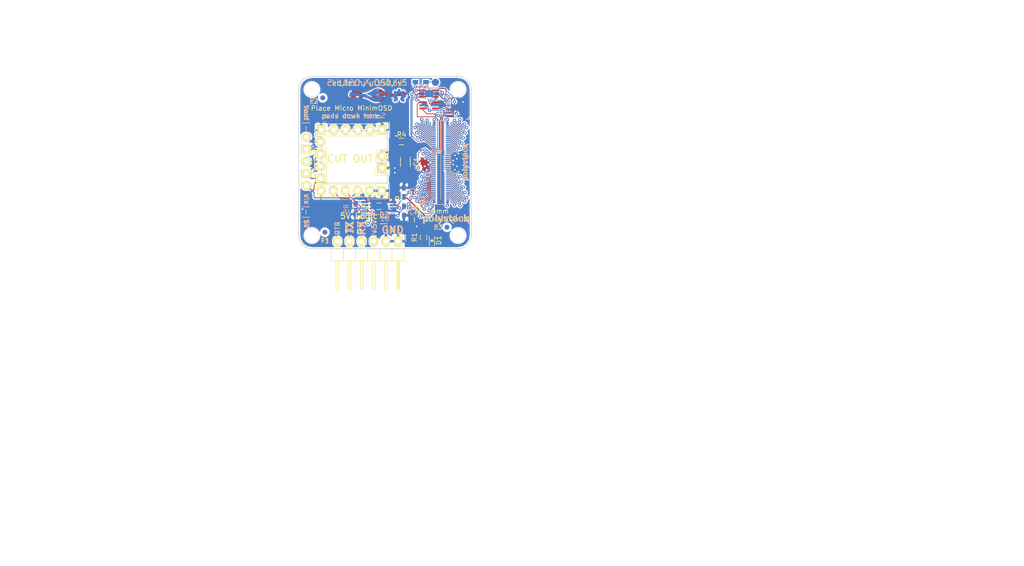
<source format=kicad_pcb>
(kicad_pcb (version 4) (host pcbnew 4.0.1-stable)
  (layers (0 F.Cu signal) (31 B.Cu signal) (34 B.Paste user) (35 F.Paste user) (36 B.SilkS user) (37 F.SilkS user) (38 B.Mask user) (39 F.Mask user) (44 Edge.Cuts user))
  (net 0 "")
  (net 1 /ExpansionPort/HEIGHT_1)
  (net 2 GNDPWR)
  (net 3 /ExpansionPort/HEIGHT_2)
  (net 4 /ExpansionPort/NEW_HEIGHT_4)
  (net 5 /ExpansionPort/HEIGHT_4)
  (net 6 "Net-(PORT_IC1-Pad7)")
  (net 7 /ExpansionPort/NEW_HEIGHT_1)
  (net 8 /ExpansionPort/NEW_HEIGHT_2)
  (net 9 +5V)
  (net 10 "Net-(D1-Pad1)")
  (net 11 /Vin)
  (net 12 /Vout)
  (net 13 /ExpansionPort/UART1_TX)
  (net 14 /ExpansionPort/UART1_RX)
  (net 15 "Net-(P4-Pad2)")
  (net 16 "Net-(P4-Pad3)")
  (net 17 "Net-(P4-Pad4)")
  (net 18 "Net-(P4-Pad5)")
  (net 19 /ExpansionPort/SPI1_MOSI)
  (net 20 /ExpansionPort/TIMG1_CH1)
  (net 21 /ExpansionPort/TIM1)
  (net 22 /ExpansionPort/SPI1_MISO)
  (net 23 /ExpansionPort/SPI1_SCK)
  (net 24 /ExpansionPort/SPI1_NSS)
  (net 25 /ExpansionPort/SPI2_MOSI)
  (net 26 /ExpansionPort/SPI2_MISO)
  (net 27 /ExpansionPort/SPI2_SCK)
  (net 28 /ExpansionPort/SPI2_NSS)
  (net 29 /ExpansionPort/SPI3_MOSI)
  (net 30 /ExpansionPort/SPI3_MISO)
  (net 31 /ExpansionPort/SPI3_SCK)
  (net 32 /ExpansionPort/SPI3_NSS)
  (net 33 /ExpansionPort/CAN_LO)
  (net 34 /ExpansionPort/CAN_HI)
  (net 35 /ExpansionPort/RESET)
  (net 36 /ExpansionPort/BOOT)
  (net 37 /ExpansionPort/SDMMC1_CMD)
  (net 38 /ExpansionPort/SDMMC1_CK)
  (net 39 /ExpansionPort/SDMMC1_D3)
  (net 40 /ExpansionPort/SDMMC1_D2)
  (net 41 /ExpansionPort/SDMMC1_D1)
  (net 42 /ExpansionPort/SDMMC1_D0)
  (net 43 /ExpansionPort/ADC2)
  (net 44 /ExpansionPort/ADC1)
  (net 45 /ExpansionPort/TIMG2_CH4)
  (net 46 /ExpansionPort/TIMG2_CH3)
  (net 47 /ExpansionPort/TIMG2_CH2)
  (net 48 /ExpansionPort/TIMG2_CH1)
  (net 49 /ExpansionPort/TIMG1_CH4)
  (net 50 /ExpansionPort/TIMG1_CH3)
  (net 51 /ExpansionPort/TIMG1_CH2)
  (net 52 /ExpansionPort/TIM2)
  (net 53 /ExpansionPort/TIM3)
  (net 54 /ExpansionPort/TIM4)
  (net 55 /ExpansionPort/GPIO1)
  (net 56 /ExpansionPort/GPIO2)
  (net 57 /ExpansionPort/GPIO3)
  (net 58 /ExpansionPort/GPIO4)
  (net 59 /ExpansionPort/GPIO5)
  (net 60 /ExpansionPort/GPIO6)
  (net 61 /ExpansionPort/i2c_SDA)
  (net 62 /ExpansionPort/i2c_SCL)
  (net 63 /ExpansionPort/3V3_0.3A_E)
  (net 64 /ExpansionPort/+BATT)
  (net 65 /ExpansionPort/UART8_TX)
  (net 66 /ExpansionPort/UART8_RX)
  (net 67 /ExpansionPort/UART7_TX)
  (net 68 /ExpansionPort/UART7_RX)
  (net 69 /ExpansionPort/UART6_TX)
  (net 70 /ExpansionPort/UART6_RX)
  (net 71 /ExpansionPort/UART5_TX)
  (net 72 /ExpansionPort/UART5_RX)
  (net 73 /ExpansionPort/UART4_TX)
  (net 74 /ExpansionPort/UART4_RX)
  (net 75 /ExpansionPort/UART3_TX)
  (net 76 /ExpansionPort/UART3_RX)
  (net 77 /ExpansionPort/UART2_TX)
  (net 78 /ExpansionPort/UART2_RX)
  (net 79 "Net-(PORT_OUT1-Pad26)")
  (net 80 "Net-(PORT_OUT1-Pad25)")
  (net 81 /DTR)
  (net 82 /TX)
  (net 83 /RX)
  (net 84 +3V3)
  (net 85 /FTDI_5V)
  (net 86 "Net-(R5-Pad1)")
  (net 87 "Net-(U1-Pad1)")
  (net 88 /ExpansionPort/FS_5V)
  (module macrofab:Fiducial (layer B.Cu) (at 160.94 121.52)
    (fp_text reference F6 (at -1.85 -0.01) (layer B.SilkS) (effects (justify mirror)))
    (fp_text value 1mm)
    (pad "" smd circle (at 0 0) (size 1 1) (layers B.Cu B.Paste B.Mask) (clearance 0.5))
  )
  (module macrofab:Fiducial (layer B.Cu) (at 135.45 122.57 180)
    (fp_text reference F4 (at 0.03 -1.8 180) (layer B.SilkS) (effects (justify mirror)))
    (fp_text value 1mm)
    (pad "" smd circle (at 0 0 180) (size 1 1) (layers B.Cu B.Paste B.Mask) (clearance 0.5))
  )
  (module macrofab:Fiducial (layer B.Cu) (at 135.01 94.49)
    (fp_text reference F5 (at -1.83 0.7) (layer B.SilkS) (effects (justify mirror)))
    (fp_text value 1mm)
    (pad "" smd circle (at 0 0) (size 1 1) (layers B.Cu B.Paste B.Mask) (clearance 0.5))
  )
  (module macrofab:Fiducial (layer F.Cu) (at 135.01 94.49)
    (fp_text reference F2 (at -1.83 0.72) (layer F.SilkS))
    (fp_text value 1mm)
    (pad "" smd circle (at 0 0) (size 1 1) (layers F.Cu F.Paste F.Mask) (clearance 0.5))
  )
  (module macrofab:Fiducial (layer F.Cu) (at 160.94 121.52)
    (fp_text reference F3 (at -1.85 0.01) (layer F.SilkS))
    (fp_text value 1mm)
    (pad "" smd circle (at 0 0) (size 1 1) (layers F.Cu F.Paste F.Mask) (clearance 0.5))
  )
  (module oshw:oshw-3mm (layer F.Cu) (at 142.25 93.9)
    (fp_text reference G*** hide)
    (fp_text value OSHW hide)
    (fp_poly (pts (xy 0.031591 -1.36476) (xy 0.059611 -1.364751) (xy 0.084284 -1.364732) (xy 0.105829 -1.364698) (xy 0.124469 -1.364645) (xy 0.140425 -1.36457) (xy 0.153918 -1.364469) (xy 0.16517 -1.364337) (xy 0.174402 -1.364171) (xy 0.181836 -1.363968) (xy 0.187692 -1.363722) (xy 0.192193 -1.363431) (xy 0.195559 -1.36309) (xy 0.198012 -1.362695) (xy 0.199774 -1.362243) (xy 0.201066 -1.36173) (xy 0.202025 -1.361203) (xy 0.206687 -1.357192) (xy 0.209928 -1.352392) (xy 0.210003 -1.352206) (xy 0.210644 -1.349607) (xy 0.211921 -1.34354) (xy 0.213784 -1.334266) (xy 0.216183 -1.322046) (xy 0.219068 -1.307139) (xy 0.22239 -1.289806) (xy 0.226099 -1.270309) (xy 0.230144 -1.248907) (xy 0.234477 -1.225862) (xy 0.239046 -1.201434) (xy 0.243803 -1.175883) (xy 0.246387 -1.161956) (xy 0.251235 -1.135796) (xy 0.255919 -1.110537) (xy 0.260389 -1.086448) (xy 0.264595 -1.063797) (xy 0.268487 -1.042855) (xy 0.272014 -1.02389) (xy 0.275126 -1.007171) (xy 0.277774 -0.992969) (xy 0.279908 -0.981552) (xy 0.281476 -0.97319) (xy 0.28243 -0.968152) (xy 0.28266 -0.966965) (xy 0.283317 -0.963577) (xy 0.283996 -0.960576) (xy 0.284923 -0.957843) (xy 0.286328 -0.955256) (xy 0.288437 -0.952696) (xy 0.29148 -0.950044) (xy 0.295683 -0.947178) (xy 0.301276 -0.943978) (xy 0.308486 -0.940325) (xy 0.31754 -0.936099) (xy 0.328668 -0.93118) (xy 0.342097 -0.925447) (xy 0.358055 -0.91878) (xy 0.37677 -0.911059) (xy 0.39847 -0.902165) (xy 0.423384 -0.891977) (xy 0.430854 -0.888922) (xy 0.456819 -0.878293) (xy 0.479515 -0.869007) (xy 0.499193 -0.860994) (xy 0.516101 -0.854183) (xy 0.530489 -0.848507) (xy 0.542607 -0.843895) (xy 0.552706 -0.840277) (xy 0.561034 -0.837585) (xy 0.567841 -0.83575) (xy 0.573377 -0.8347) (xy 0.577892 -0.834368) (xy 0.581635 -0.834683) (xy 0.584856 -0.835577) (xy 0.587805 -0.836979) (xy 0.590732 -0.83882) (xy 0.593886 -0.841032) (xy 0.596496 -0.842854) (xy 0.599892 -0.845178) (xy 0.606177 -0.849486) (xy 0.615116 -0.855615) (xy 0.626473 -0.863403) (xy 0.640011 -0.872688) (xy 0.655495 -0.883309) (xy 0.672689 -0.895104) (xy 0.691356 -0.90791) (xy 0.71126 -0.921566) (xy 0.732166 -0.935909) (xy 0.753838 -0.950779) (xy 0.7623 -0.956585) (xy 0.787625 -0.973958) (xy 0.810019 -0.989305) (xy 0.829675 -1.002752) (xy 0.846783 -1.014425) (xy 0.861537 -1.024446) (xy 0.874127 -1.032943) (xy 0.884745 -1.040039) (xy 0.893584 -1.045859) (xy 0.900835 -1.050529) (xy 0.90669 -1.054173) (xy 0.91134 -1.056917) (xy 0.914978 -1.058884) (xy 0.917796 -1.0602) (xy 0.919984 -1.06099) (xy 0.921736 -1.061379) (xy 0.923243 -1.061492) (xy 0.923405 -1.061493) (xy 0.931621 -1.061493) (xy 1.072378 -0.920736) (xy 1.094857 -0.898255) (xy 1.114806 -0.878295) (xy 1.132375 -0.860696) (xy 1.147716 -0.8453) (xy 1.16098 -0.831947) (xy 1.172319 -0.820478) (xy 1.181882 -0.810734) (xy 1.189821 -0.802556) (xy 1.196287 -0.795784) (xy 1.201431 -0.79026) (xy 1.205405 -0.785823) (xy 1.208359 -0.782316) (xy 1.210444 -0.779578) (xy 1.211811 -0.777451) (xy 1.212612 -0.775775) (xy 1.212998 -0.774392) (xy 1.213119 -0.773141) (xy 1.213128 -0.772411) (xy 1.212188 -0.765775) (xy 1.209901 -0.759598) (xy 1.209568 -0.759019) (xy 1.207995 -0.756631) (xy 1.204432 -0.751348) (xy 1.199035 -0.743398) (xy 1.191962 -0.73301) (xy 1.183368 -0.720414) (xy 1.17341 -0.705838) (xy 1.162245 -0.689511) (xy 1.150029 -0.671662) (xy 1.136918 -0.652521) (xy 1.123069 -0.632316) (xy 1.108639 -0.611277) (xy 1.106613 -0.608325) (xy 1.091976 -0.586991) (xy 1.077797 -0.566325) (xy 1.064244 -0.546569) (xy 1.051484 -0.527967) (xy 1.039685 -0.510764) (xy 1.029014 -0.495204) (xy 1.019638 -0.481531) (xy 1.011726 -0.46999) (xy 1.005444 -0.460823) (xy 1.000959 -0.454276) (xy 0.99844 -0.450593) (xy 0.998336 -0.45044) (xy 0.995884 -0.446941) (xy 0.993747 -0.443862) (xy 0.991999 -0.440959) (xy 0.990713 -0.437982) (xy 0.98996 -0.434684) (xy 0.989815 -0.430819) (xy 0.990349 -0.426139) (xy 0.991636 -0.420396) (xy 0.993748 -0.413343) (xy 0.996758 -0.404733) (xy 1.00074 -0.394319) (xy 1.005765 -0.381852) (xy 1.011907 -0.367086) (xy 1.019238 -0.349773) (xy 1.027832 -0.329666) (xy 1.03776 -0.306518) (xy 1.04711 -0.284717) (xy 1.056324 -0.263232) (xy 1.06516 -0.242659) (xy 1.073495 -0.223279) (xy 1.081209 -0.205374) (xy 1.08818 -0.189223) (xy 1.094287 -0.175108) (xy 1.099408 -0.163311) (xy 1.103422 -0.154111) (xy 1.106207 -0.147791) (xy 1.107642 -0.14463) (xy 1.107738 -0.144438) (xy 1.111478 -0.139209) (xy 1.116308 -0.134693) (xy 1.11634 -0.13467) (xy 1.117224 -0.134029) (xy 1.118099 -0.133439) (xy 1.119167 -0.132862) (xy 1.120629 -0.132256) (xy 1.122687 -0.131583) (xy 1.125543 -0.1308) (xy 1.129399 -0.129869) (xy 1.134456 -0.128749) (xy 1.140917 -0.1274) (xy 1.148982 -0.125782) (xy 1.158855 -0.123855) (xy 1.170736 -0.121578) (xy 1.184827 -0.118911) (xy 1.201331 -0.115815) (xy 1.220449 -0.112249) (xy 1.242382 -0.108173) (xy 1.267333 -0.103547) (xy 1.295504 -0.09833) (xy 1.327095 -0.092483) (xy 1.344874 -0.089192) (xy 1.367949 -0.084916) (xy 1.390108 -0.0808) (xy 1.411043 -0.076902) (xy 1.430447 -0.073279) (xy 1.448012 -0.069989) (xy 1.463431 -0.06709) (xy 1.476396 -0.06464) (xy 1.4866 -0.062696) (xy 1.493735 -0.061316) (xy 1.497494 -0.060558) (xy 1.49774 -0.060503) (xy 1.504344 -0.058153) (xy 1.509875 -0.054777) (xy 1.511008 -0.053729) (xy 1.515471 -0.048979) (xy 1.515952 0.149424) (xy 1.516028 0.181182) (xy 1.516088 0.20937) (xy 1.516131 0.234207) (xy 1.516152 0.255914) (xy 1.516149 0.274712) (xy 1.516117 0.290821) (xy 1.516053 0.304461) (xy 1.515954 0.315852) (xy 1.515817 0.325216) (xy 1.515637 0.332772) (xy 1.515413 0.338741) (xy 1.515139 0.343343) (xy 1.514813 0.346799) (xy 1.514431 0.349329) (xy 1.513991 0.351153) (xy 1.513488 0.352492) (xy 1.512919 0.353566) (xy 1.512782 0.353793) (xy 1.508047 0.358913) (xy 1.502822 0.361805) (xy 1.499905 0.362497) (xy 1.493587 0.363812) (xy 1.484197 0.365686) (xy 1.472064 0.368056) (xy 1.457516 0.37086) (xy 1.44088 0.374034) (xy 1.422486 0.377515) (xy 1.402662 0.381239) (xy 1.381736 0.385145) (xy 1.373306 0.386711) (xy 1.338686 0.393135) (xy 1.307599 0.398906) (xy 1.279849 0.404061) (xy 1.255242 0.408637) (xy 1.233584 0.41267) (xy 1.214679 0.416199) (xy 1.198332 0.419259) (xy 1.184348 0.421887) (xy 1.172533 0.424121) (xy 1.162692 0.425997) (xy 1.154629 0.427552) (xy 1.14815 0.428824) (xy 1.143059 0.429849) (xy 1.139163 0.430663) (xy 1.136266 0.431305) (xy 1.134173 0.43181) (xy 1.132689 0.432216) (xy 1.132163 0.432378) (xy 1.126674 0.435239) (xy 1.12171 0.439508) (xy 1.121498 0.439755) (xy 1.120087 0.442344) (xy 1.117389 0.448203) (xy 1.11351 0.457074) (xy 1.108557 0.468703) (xy 1.102635 0.482832) (xy 1.095852 0.499206) (xy 1.088313 0.517568) (xy 1.080125 0.537662) (xy 1.071395 0.559232) (xy 1.062229 0.582021) (xy 1.057631 0.593506) (xy 1.047129 0.619779) (xy 1.037949 0.642768) (xy 1.030007 0.662705) (xy 1.023216 0.679827) (xy 1.01749 0.694366) (xy 1.012743 0.706559) (xy 1.00889 0.716638) (xy 1.005846 0.724839) (xy 1.003523 0.731396) (xy 1.001836 0.736544) (xy 1.0007 0.740516) (xy 1.000029 0.743548) (xy 0.999736 0.745874) (xy 0.999736 0.747728) (xy 0.999944 0.749345) (xy 1.000173 0.750493) (xy 1.000891 0.75257) (xy 1.002445 0.755745) (xy 1.004946 0.760185) (xy 1.008505 0.766058) (xy 1.013232 0.77353) (xy 1.019239 0.782769) (xy 1.026636 0.793942) (xy 1.035533 0.807217) (xy 1.046042 0.82276) (xy 1.058273 0.840739) (xy 1.072338 0.861321) (xy 1.088346 0.884674) (xy 1.106408 0.910964) (xy 1.106946 0.911746) (xy 1.121809 0.933399) (xy 1.136061 0.954241) (xy 1.149555 0.974049) (xy 1.162142 0.992605) (xy 1.173675 1.009687) (xy 1.184005 1.025074) (xy 1.192985 1.038546) (xy 1.200467 1.049883) (xy 1.206303 1.058863) (xy 1.210345 1.065266) (xy 1.212445 1.068872) (xy 1.212718 1.069524) (xy 1.212897 1.075508) (xy 1.212287 1.079949) (xy 1.210829 1.082148) (xy 1.206933 1.08671) (xy 1.200572 1.093665) (xy 1.191715 1.103044) (xy 1.180333 1.114876) (xy 1.166396 1.129192) (xy 1.149875 1.146023) (xy 1.13074 1.165398) (xy 1.108963 1.187348) (xy 1.084513 1.211904) (xy 1.074176 1.222265) (xy 1.055171 1.24128) (xy 1.036849 1.259566) (xy 1.019398 1.276939) (xy 1.003002 1.293217) (xy 0.987847 1.308216) (xy 0.974119 1.321755) (xy 0.962004 1.333649) (xy 0.951688 1.343716) (xy 0.943355 1.351774) (xy 0.937193 1.357638) (xy 0.933387 1.361126) (xy 0.932218 1.36206) (xy 0.924703 1.364519) (xy 0.916999 1.363735) (xy 0.908465 1.359617) (xy 0.906747 1.358485) (xy 0.903827 1.356487) (xy 0.898023 1.35251) (xy 0.889576 1.34672) (xy 0.878728 1.339283) (xy 0.86572 1.330364) (xy 0.850794 1.320129) (xy 0.834192 1.308743) (xy 0.816155 1.296373) (xy 0.796924 1.283184) (xy 0.776743 1.269342) (xy 0.758209 1.256629) (xy 0.737464 1.242412) (xy 0.717506 1.228757) (xy 0.698571 1.215824) (xy 0.680894 1.203774) (xy 0.66471 1.192766) (xy 0.650257 1.182961) (xy 0.637768 1.174517) (xy 0.627481 1.167596) (xy 0.61963 1.162356) (xy 0.614451 1.158959) (xy 0.612254 1.157599) (xy 0.60335 1.154938) (xy 0.598544 1.155016) (xy 0.594998 1.156161) (xy 0.58839 1.159032) (xy 0.578968 1.163506) (xy 0.566981 1.169461) (xy 0.552676 1.176774) (xy 0.536302 1.185322) (xy 0.523511 1.192099) (xy 0.505629 1.201598) (xy 0.490757 1.209411) (xy 0.478576 1.215663) (xy 0.468767 1.220481) (xy 0.46101 1.223991) (xy 0.454986 1.226317) (xy 0.450375 1.227587) (xy 0.446858 1.227927) (xy 0.444117 1.227461) (xy 0.44183 1.226316) (xy 0.440096 1.224981) (xy 0.438906 1.222834) (xy 0.436324 1.217284) (xy 0.432397 1.208438) (xy 0.427168 1.196402) (xy 0.420683 1.181282) (xy 0.412985 1.163184) (xy 0.40412 1.142214) (xy 0.394133 1.11848) (xy 0.383067 1.092086) (xy 0.370968 1.063139) (xy 0.357881 1.031745) (xy 0.34385 0.998011) (xy 0.32892 0.962043) (xy 0.313135 0.923946) (xy 0.300429 0.893232) (xy 0.283937 0.85334) (xy 0.268836 0.816799) (xy 0.255066 0.783461) (xy 0.242567 0.753176) (xy 0.231279 0.725792) (xy 0.221143 0.701161) (xy 0.212097 0.679131) (xy 0.204083 0.659554) (xy 0.197041 0.642278) (xy 0.190909 0.627154) (xy 0.18563 0.614032) (xy 0.181141 0.602762) (xy 0.177385 0.593193) (xy 0.1743 0.585176) (xy 0.171827 0.578561) (xy 0.169906 0.573196) (xy 0.168476 0.568934) (xy 0.167479 0.565622) (xy 0.166853 0.563112) (xy 0.16654 0.561252) (xy 0.166478 0.559894) (xy 0.166609 0.558887) (xy 0.166725 0.558477) (xy 0.168534 0.554217) (xy 0.17128 0.550407) (xy 0.175554 0.546519) (xy 0.181948 0.542027) (xy 0.191053 0.536403) (xy 0.192396 0.535603) (xy 0.201349 0.530038) (xy 0.211085 0.523602) (xy 0.219706 0.517554) (xy 0.220829 0.516727) (xy 0.228117 0.511307) (xy 0.237103 0.504628) (xy 0.246443 0.497688) (xy 0.252105 0.493482) (xy 0.283197 0.468058) (xy 0.31168 0.439951) (xy 0.337369 0.409367) (xy 0.360076 0.376514) (xy 0.364448 0.369346) (xy 0.381615 0.337155) (xy 0.396183 0.302727) (xy 0.4079 0.266801) (xy 0.416518 0.230114) (xy 0.420758 0.20287) (xy 0.421962 0.188905) (xy 0.422614 0.172303) (xy 0.422731 0.154175) (xy 0.422332 0.135633) (xy 0.421434 0.117786) (xy 0.420055 0.101747) (xy 0.41901 0.093496) (xy 0.411347 0.054071) (xy 0.400229 0.01599) (xy 0.38579 -0.02056) (xy 0.368165 -0.055393) (xy 0.347489 -0.088324) (xy 0.323897 -0.119168) (xy 0.297523 -0.147737) (xy 0.268502 -0.173848) (xy 0.236969 -0.197314) (xy 0.203058 -0.217949) (xy 0.186909 -0.226336) (xy 0.151234 -0.241981) (xy 0.114916 -0.25402) (xy 0.077668 -0.262519) (xy 0.039202 -0.267545) (xy 0 -0.269165) (xy -0.034036 -0.268053) (xy -0.06597 -0.264614) (xy -0.096807 -0.25869) (xy -0.127554 -0.250124) (xy -0.132686 -0.248447) (xy -0.169811 -0.234132) (xy -0.205126 -0.216626) (xy -0.238448 -0.19611) (xy -0.269595 -0.172764) (xy -0.298385 -0.14677) (xy -0.324636 -0.118308) (xy -0.348165 -0.08756) (xy -0.36879 -0.054704) (xy -0.386328 -0.019924) (xy -0.400599 0.016602) (xy -0.400928 0.017584) (xy -0.409346 0.045262) (xy -0.415557 0.071699) (xy -0.419751 0.098083) (xy -0.422115 0.125599) (xy -0.42284 0.155332) (xy -0.422097 0.183778) (xy -0.419785 0.209969) (xy -0.4157 0.235187) (xy -0.409636 0.260716) (xy -0.401922 0.286224) (xy -0.387643 0.323661) (xy -0.370086 0.359255) (xy -0.349361 0.392849) (xy -0.325583 0.424288) (xy -0.298862 0.453418) (xy -0.26931 0.480083) (xy -0.252104 0.493485) (xy -0.243695 0.499717) (xy -0.235192 0.506051) (xy -0.227749 0.511624) (xy -0.223671 0.5147) (xy -0.217473 0.519142) (xy -0.209287 0.524658) (xy -0.200391 0.530395) (xy -0.195238 0.533595) (xy -0.18529 0.539781) (xy -0.178116 0.544603) (xy -0.173176 0.548532) (xy -0.169928 0.55204) (xy -0.16783 0.555601) (xy -0.166721 0.558487) (xy -0.166517 0.559377) (xy -0.166475 0.560542) (xy -0.166655 0.562132) (xy -0.167117 0.564297) (xy -0.16792 0.567188) (xy -0.169125 0.570954) (xy -0.170792 0.575745) (xy -0.17298 0.581712) (xy -0.17575 0.589004) (xy -0.179161 0.597772) (xy -0.183274 0.608166) (xy -0.188148 0.620336) (xy -0.193843 0.634432) (xy -0.20042 0.650604) (xy -0.207938 0.669002) (xy -0.216457 0.689776) (xy -0.226037 0.713076) (xy -0.236738 0.739053) (xy -0.248621 0.767856) (xy -0.261744 0.799636) (xy -0.276168 0.834542) (xy -0.291954 0.872725) (xy -0.300437 0.893242) (xy -0.316687 0.932507) (xy -0.332149 0.969806) (xy -0.346777 1.005025) (xy -0.360524 1.038055) (xy -0.373342 1.068784) (xy -0.385186 1.097099) (xy -0.396007 1.122891) (xy -0.40576 1.146048) (xy -0.414397 1.166458) (xy -0.421872 1.184009) (xy -0.428137 1.198592) (xy -0.433145 1.210094) (xy -0.436851 1.218403) (xy -0.439206 1.22341) (xy -0.440107 1.224981) (xy -0.444885 1.227451) (xy -0.449657 1.228298) (xy -0.453092 1.227354) (xy -0.459765 1.224535) (xy -0.469632 1.219864) (xy -0.482647 1.213363) (xy -0.498767 1.205054) (xy -0.517947 1.194958) (xy -0.522898 1.192326) (xy -0.537836 1.184421) (xy -0.551929 1.177057) (xy -0.564783 1.170433) (xy -0.576002 1.164749) (xy -0.585194 1.160203) (xy -0.591964 1.156994) (xy -0.595917 1.155323) (xy -0.596521 1.155145) (xy -0.602874 1.154916) (xy -0.608427 1.155972) (xy -0.610835 1.15733) (xy -0.616129 1.160682) (xy -0.624075 1.16587) (xy -0.634437 1.172734) (xy -0.64698 1.181118) (xy -0.661469 1.190864) (xy -0.677669 1.201812) (xy -0.695345 1.213806) (xy -0.714261 1.226687) (xy -0.734184 1.240297) (xy -0.752107 1.252577) (xy -0.772924 1.266858) (xy -0.79308 1.280685) (xy -0.812322 1.293884) (xy -0.830399 1.306283) (xy -0.84706 1.31771) (xy -0.862053 1.327992) (xy -0.875127 1.336956) (xy -0.88603 1.344431) (xy -0.89451 1.350243) (xy -0.900317 1.35422) (xy -0.902862 1.355961) (xy -0.911954 1.361501) (xy -0.919338 1.364285) (xy -0.925765 1.364442) (xy -0.931989 1.362098) (xy -0.933544 1.361172) (xy -0.935654 1.359351) (xy -0.94025 1.355027) (xy -0.947143 1.348384) (xy -0.956147 1.339609) (xy -0.967074 1.328886) (xy -0.979736 1.3164) (xy -0.993947 1.302336) (xy -1.009518 1.286879) (xy -1.026263 1.270216) (xy -1.043993 1.252529) (xy -1.062521 1.234006) (xy -1.075123 1.221385) (xy -1.10055 1.195865) (xy -1.123293 1.172963) (xy -1.14338 1.152649) (xy -1.160841 1.134895) (xy -1.175704 1.11967) (xy -1.187997 1.106944) (xy -1.19775 1.096689) (xy -1.204992 1.088874) (xy -1.20975 1.083469) (xy -1.212055 1.080446) (xy -1.212286 1.079949) (xy -1.212964 1.073945) (xy -1.212727 1.069524) (xy -1.211553 1.067254) (xy -1.208371 1.062087) (xy -1.203328 1.054244) (xy -1.196572 1.043944) (xy -1.188251 1.03141) (xy -1.178513 1.01686) (xy -1.167505 1.000517) (xy -1.155376 0.9826) (xy -1.142274 0.96333) (xy -1.128346 0.942928) (xy -1.11374 0.921614) (xy -1.10696 0.911746) (xy -1.088831 0.885362) (xy -1.072761 0.861921) (xy -1.058638 0.841256) (xy -1.046351 0.823199) (xy -1.035791 0.807583) (xy -1.026847 0.794242) (xy -1.019407 0.783009) (xy -1.013362 0.773716) (xy -1.008601 0.766197) (xy -1.005013 0.760284) (xy -1.002487 0.755811) (xy -1.000914 0.75261) (xy -1.000182 0.750515) (xy -1.000177 0.750493) (xy -0.999872 0.748901) (xy -0.999713 0.747242) (xy -0.999784 0.745281) (xy -1.000173 0.742784) (xy -1.000964 0.739515) (xy -1.002244 0.73524) (xy -1.004098 0.729726) (xy -1.006613 0.722736) (xy -1.009874 0.714036) (xy -1.013967 0.703392) (xy -1.018978 0.690569) (xy -1.024993 0.675333) (xy -1.032098 0.657448) (xy -1.040377 0.636681) (xy -1.049919 0.612796) (xy -1.057556 0.59369) (xy -1.066635 0.57104) (xy -1.075381 0.549328) (xy -1.083685 0.528823) (xy -1.091435 0.509792) (xy -1.09852 0.492507) (xy -1.10483 0.477235) (xy -1.110254 0.464246) (xy -1.11468 0.453808) (xy -1.117997 0.446191) (xy -1.120095 0.441664) (xy -1.120732 0.440531) (xy -1.125443 0.436118) (xy -1.130523 0.433085) (xy -1.13319 0.432399) (xy -1.139321 0.431078) (xy -1.14865 0.429172) (xy -1.160912 0.426734) (xy -1.175843 0.423815) (xy -1.193176 0.420464) (xy -1.212648 0.416735) (xy -1.233993 0.412677) (xy -1.256947 0.408342) (xy -1.281243 0.403781) (xy -1.306617 0.399045) (xy -1.31644 0.397219) (xy -1.342163 0.392434) (xy -1.366918 0.387812) (xy -1.390437 0.383404) (xy -1.412455 0.379262) (xy -1.432706 0.375434) (xy -1.450924 0.371973) (xy -1.466844 0.368928) (xy -1.480199 0.36635) (xy -1.490723 0.36429) (xy -1.498152 0.362799) (xy -1.502218 0.361926) (xy -1.502822 0.361768) (xy -1.508785 0.358319) (xy -1.512781 0.353793) (xy -1.513365 0.352748) (xy -1.513883 0.351488) (xy -1.514337 0.349792) (xy -1.514732 0.347439) (xy -1.51507 0.34421) (xy -1.515355 0.339884) (xy -1.51559 0.334241) (xy -1.515779 0.32706) (xy -1.515926 0.318121) (xy -1.516033 0.307203) (xy -1.516104 0.294087) (xy -1.516143 0.278551) (xy -1.516153 0.260375) (xy -1.516137 0.23934) (xy -1.516099 0.215224) (xy -1.516042 0.187807) (xy -1.515969 0.156869) (xy -1.515951 0.149424) (xy -1.51547 -0.048979) (xy -1.510951 -0.053789) (xy -1.51029 -0.054602) (xy -1.509826 -0.055302) (xy -1.509352 -0.055932) (xy -1.508659 -0.056535) (xy -1.507537 -0.057156) (xy -1.505777 -0.057836) (xy -1.503171 -0.05862) (xy -1.49951 -0.05955) (xy -1.494584 -0.06067) (xy -1.488185 -0.062023) (xy -1.480104 -0.063653) (xy -1.470131 -0.065602) (xy -1.458058 -0.067914) (xy -1.443676 -0.070632) (xy -1.426776 -0.0738) (xy -1.407149 -0.07746) (xy -1.384585 -0.081657) (xy -1.358877 -0.086433) (xy -1.329814 -0.091831) (xy -1.304684 -0.096501) (xy -1.273885 -0.102227) (xy -1.246593 -0.107307) (xy -1.222588 -0.111795) (xy -1.201651 -0.115745) (xy -1.183562 -0.119209) (xy -1.168102 -0.122243) (xy -1.155051 -0.124898) (xy -1.144191 -0.127229) (xy -1.1353 -0.129288) (xy -1.128161 -0.131129) (xy -1.122553 -0.132806) (xy -1.118257 -0.134372) (xy -1.115053 -0.13588) (xy -1.112723 -0.137384) (xy -1.111046 -0.138938) (xy -1.109803 -0.140594) (xy -1.108775 -0.142406) (xy -1.107743 -0.144427) (xy -1.107737 -0.144438) (xy -1.106528 -0.14707) (xy -1.103949 -0.152907) (xy -1.100122 -0.161668) (xy -1.095169 -0.173071) (xy -1.089211 -0.186836) (xy -1.082369 -0.202682) (xy -1.074765 -0.220327) (xy -1.06652 -0.239492) (xy -1.057756 -0.259894) (xy -1.048594 -0.281253) (xy -1.047109 -0.284717) (xy -1.036012 -0.31059) (xy -1.026311 -0.333214) (xy -1.017933 -0.352838) (xy -1.010805 -0.36971) (xy -1.004854 -0.384076) (xy -1.000008 -0.396183) (xy -0.996193 -0.40628) (xy -0.993337 -0.414614) (xy -0.991366 -0.421432) (xy -0.990209 -0.426981) (xy -0.989792 -0.431509) (xy -0.990043 -0.435263) (xy -0.990888 -0.438491) (xy -0.992255 -0.44144) (xy -0.99407 -0.444357) (xy -0.996262 -0.44749) (xy -0.998321 -0.45044) (xy -1.000677 -0.453889) (xy -1.005011 -0.460221) (xy -1.011158 -0.469194) (xy -1.018952 -0.480568) (xy -1.028227 -0.494099) (xy -1.038818 -0.509546) (xy -1.050557 -0.526666) (xy -1.063279 -0.545218) (xy -1.076819 -0.564959) (xy -1.091009 -0.585647) (xy -1.105685 -0.60704) (xy -1.107962 -0.610359) (xy -1.122526 -0.631598) (xy -1.136505 -0.652003) (xy -1.149747 -0.67135) (xy -1.162098 -0.689416) (xy -1.173407 -0.705976) (xy -1.183519 -0.720806) (xy -1.192284 -0.733683) (xy -1.199548 -0.744382) (xy -1.205158 -0.752681) (xy -1.208962 -0.758354) (xy -1.210807 -0.761178) (xy -1.210939 -0.761402) (xy -1.212419 -0.766096) (xy -1.213124 -0.77207) (xy -1.213134 -0.772761) (xy -1.213072 -0.773976) (xy -1.212787 -0.775285) (xy -1.212126 -0.776847) (xy -1.21094 -0.77882) (xy -1.209077 -0.781364) (xy -1.206386 -0.784637) (xy -1.202715 -0.788798) (xy -1.197915 -0.794006) (xy -1.191834 -0.800419) (xy -1.18432 -0.808196) (xy -1.175224 -0.817496) (xy -1.164393 -0.828478) (xy -1.151678 -0.8413) (xy -1.136926 -0.856122) (xy -1.119987 -0.873101) (xy -1.10071 -0.892398) (xy -1.078943 -0.91417) (xy -0.93162 -1.061493) (xy -0.923341 -1.061493) (xy -0.922289 -1.06156) (xy -0.921443 -1.061693) (xy -0.92065 -1.061792) (xy -0.919757 -1.061755) (xy -0.918612 -1.06148) (xy -0.917061 -1.060866) (xy -0.91495 -1.059813) (xy -0.912127 -1.058218) (xy -0.908438 -1.05598) (xy -0.903731 -1.052998) (xy -0.897853 -1.049171) (xy -0.890649 -1.044398) (xy -0.881968 -1.038576) (xy -0.871655 -1.031605) (xy -0.859558 -1.023384) (xy -0.845524 -1.013811) (xy -0.829399 -1.002784) (xy -0.811031 -0.990203) (xy -0.790266 -0.975966) (xy -0.766951 -0.959973) (xy -0.740933 -0.94212) (xy -0.712059 -0.922308) (xy -0.687378 -0.905375) (xy -0.666802 -0.891264) (xy -0.64911 -0.879148) (xy -0.634059 -0.868875) (xy -0.621409 -0.860292) (xy -0.610917 -0.853249) (xy -0.602343 -0.847592) (xy -0.595445 -0.84317) (xy -0.589981 -0.839831) (xy -0.58571 -0.837423) (xy -0.58239 -0.835794) (xy -0.57978 -0.834793) (xy -0.577639 -0.834266) (xy -0.575725 -0.834063) (xy -0.574002 -0.83403) (xy -0.571775 -0.834208) (xy -0.568767 -0.834802) (xy -0.564739 -0.835904) (xy -0.559453 -0.837604) (xy -0.55267 -0.839994) (xy -0.544153 -0.843164) (xy -0.533662 -0.847206) (xy -0.52096 -0.85221) (xy -0.505808 -0.858268) (xy -0.487968 -0.865471) (xy -0.467201 -0.87391) (xy -0.443269 -0.883675) (xy -0.432535 -0.888064) (xy -0.411201 -0.896811) (xy -0.390813 -0.905208) (xy -0.371656 -0.913137) (xy -0.354013 -0.920478) (xy -0.338168 -0.927112) (xy -0.324405 -0.932919) (xy -0.313008 -0.937781) (xy -0.30426 -0.941577) (xy -0.298446 -0.94419) (xy -0.29585 -0.945498) (xy -0.295818 -0.945521) (xy -0.294117 -0.94679) (xy -0.292575 -0.948077) (xy -0.291144 -0.949599) (xy -0.289774 -0.951573) (xy -0.288414 -0.954214) (xy -0.287015 -0.957738) (xy -0.285527 -0.962362) (xy -0.283901 -0.968302) (xy -0.282086 -0.975775) (xy -0.280033 -0.984997) (xy -0.277691 -0.996183) (xy -0.275012 -1.009551) (xy -0.271946 -1.025316) (xy -0.268442 -1.043695) (xy -0.26445 -1.064904) (xy -0.259922 -1.089159) (xy -0.254807 -1.116677) (xy -0.249055 -1.147674) (xy -0.24815 -1.152554) (xy -0.243186 -1.179252) (xy -0.238384 -1.204969) (xy -0.233792 -1.229449) (xy -0.22946 -1.252439) (xy -0.225435 -1.273686) (xy -0.221767 -1.292935) (xy -0.218503 -1.309934) (xy -0.215692 -1.324428) (xy -0.213382 -1.336163) (xy -0.211622 -1.344886) (xy -0.210461 -1.350344) (xy -0.209989 -1.352206) (xy -0.206861 -1.356989) (xy -0.202225 -1.361078) (xy -0.202024 -1.361203) (xy -0.200969 -1.361776) (xy -0.199646 -1.362284) (xy -0.197834 -1.362731) (xy -0.195312 -1.363121) (xy -0.191859 -1.363458) (xy -0.187252 -1.363745) (xy -0.181271 -1.363987) (xy -0.173694 -1.364187) (xy -0.1643 -1.364349) (xy -0.152868 -1.364478) (xy -0.139175 -1.364577) (xy -0.123001 -1.36465) (xy -0.104124 -1.364701) (xy -0.082323 -1.364734) (xy -0.057376 -1.364752) (xy -0.029063 -1.364761) (xy 0 -1.364762) (xy 0.031591 -1.36476)) (layer F.Cu) (width 0.01))
  )
  (module chickadee:chickadee_3mm_fcu (layer F.Cu) (at 148.6 93.95)
    (fp_text reference G*** hide)
    (fp_text value "Chickadee 3mm" hide)
    (fp_poly (pts (xy -2.190577 -1.394931) (xy -2.158906 -1.394428) (xy -2.131275 -1.393379) (xy -2.106176 -1.39166) (xy -2.082107 -1.389149) (xy -2.057561 -1.385724) (xy -2.031033 -1.38126) (xy -2.009069 -1.377185) (xy -1.950214 -1.364422) (xy -1.889117 -1.348355) (xy -1.828664 -1.329818) (xy -1.77174 -1.309646) (xy -1.760361 -1.305223) (xy -1.717183 -1.28803) (xy -1.674808 -1.270892) (xy -1.63285 -1.25363) (xy -1.59092 -1.236063) (xy -1.548631 -1.218011) (xy -1.505596 -1.199293) (xy -1.461427 -1.179729) (xy -1.415735 -1.159138) (xy -1.368134 -1.137341) (xy -1.318236 -1.114156) (xy -1.265653 -1.089403) (xy -1.209997 -1.062901) (xy -1.150882 -1.034472) (xy -1.087918 -1.003933) (xy -1.02072 -0.971104) (xy -0.948898 -0.935806) (xy -0.872065 -0.897857) (xy -0.789834 -0.857077) (xy -0.701817 -0.813286) (xy -0.679097 -0.801963) (xy -0.600817 -0.763019) (xy -0.528298 -0.72712) (xy -0.461051 -0.694039) (xy -0.398585 -0.663552) (xy -0.340411 -0.635433) (xy -0.286038 -0.609455) (xy -0.234976 -0.585394) (xy -0.186735 -0.563022) (xy -0.140825 -0.542115) (xy -0.096756 -0.522447) (xy -0.054038 -0.503792) (xy -0.012181 -0.485924) (xy 0.029306 -0.468618) (xy 0.070912 -0.451647) (xy 0.113128 -0.434787) (xy 0.146403 -0.421719) (xy 0.169926 -0.412482) (xy 0.191319 -0.403963) (xy 0.209688 -0.396527) (xy 0.224143 -0.39054) (xy 0.233791 -0.386365) (xy 0.237732 -0.384376) (xy 0.237199 -0.380281) (xy 0.231987 -0.372263) (xy 0.222739 -0.361032) (xy 0.2101 -0.347296) (xy 0.194712 -0.331764) (xy 0.177219 -0.315145) (xy 0.164178 -0.303343) (xy 0.096199 -0.247242) (xy 0.021764 -0.193747) (xy -0.059006 -0.142914) (xy -0.145989 -0.0948) (xy -0.239062 -0.049462) (xy -0.338103 -0.006957) (xy -0.442991 0.032658) (xy -0.553602 0.069327) (xy -0.669815 0.102992) (xy -0.756708 0.125296) (xy -0.857303 0.148538) (xy -0.952291 0.167867) (xy -1.041919 0.183303) (xy -1.126439 0.194868) (xy -1.206099 0.20258) (xy -1.281149 0.206462) (xy -1.351837 0.206535) (xy -1.418413 0.202818) (xy -1.481126 0.195332) (xy -1.518918 0.18866) (xy -1.57955 0.173748) (xy -1.634906 0.154367) (xy -1.684914 0.13059) (xy -1.729501 0.102491) (xy -1.768596 0.070142) (xy -1.802127 0.033617) (xy -1.830021 -0.007012) (xy -1.852205 -0.051671) (xy -1.868608 -0.100287) (xy -1.879158 -0.152786) (xy -1.882097 -0.17906) (xy -1.882915 -0.190167) (xy -1.883851 -0.198302) (xy -1.885889 -0.204006) (xy -1.890009 -0.207822) (xy -1.897194 -0.21029) (xy -1.908425 -0.211954) (xy -1.924685 -0.213354) (xy -1.946955 -0.215033) (xy -1.947333 -0.215063) (xy -1.974885 -0.21729) (xy -1.996056 -0.219184) (xy -2.011509 -0.220834) (xy -2.021906 -0.222327) (xy -2.02791 -0.223751) (xy -2.030183 -0.225193) (xy -2.030082 -0.226026) (xy -2.032027 -0.227335) (xy -2.038861 -0.22756) (xy -2.048532 -0.226886) (xy -2.05899 -0.225503) (xy -2.068183 -0.223597) (xy -2.072569 -0.222141) (xy -2.078077 -0.220624) (xy -2.089384 -0.218164) (xy -2.105331 -0.214992) (xy -2.124759 -0.211335) (xy -2.146511 -0.207422) (xy -2.151944 -0.206471) (xy -2.23343 -0.192964) (xy -2.310846 -0.181591) (xy -2.386734 -0.172013) (xy -2.463633 -0.163891) (xy -2.487083 -0.161706) (xy -2.509513 -0.160112) (xy -2.536719 -0.158879) (xy -2.567348 -0.158007) (xy -2.600049 -0.157496) (xy -2.633471 -0.157348) (xy -2.666262 -0.157562) (xy -2.69707 -0.158139) (xy -2.724545 -0.15908) (xy -2.747334 -0.160385) (xy -2.760486 -0.161598) (xy -2.833314 -0.171253) (xy -2.904171 -0.18314) (xy -2.974932 -0.197651) (xy -3.047473 -0.215178) (xy -3.123669 -0.23611) (xy -3.139143 -0.240632) (xy -3.161757 -0.247425) (xy -3.178423 -0.252778) (xy -3.190018 -0.257041) (xy -3.197422 -0.260562) (xy -3.20151 -0.263691) (xy -3.202943 -0.266032) (xy -3.203909 -0.271145) (xy -3.205491 -0.282439) (xy -3.20759 -0.299075) (xy -3.210105 -0.320217) (xy -3.212937 -0.345025) (xy -3.215987 -0.372662) (xy -3.219082 -0.401608) (xy -3.222679 -0.435601) (xy -3.225565 -0.463243) (xy -3.227688 -0.485209) (xy -3.228999 -0.50217) (xy -3.229447 -0.514802) (xy -3.228982 -0.523777) (xy -3.227553 -0.52977) (xy -3.22511 -0.533453) (xy -3.221603 -0.535501) (xy -3.216982 -0.536587) (xy -3.211195 -0.537385) (xy -3.208909 -0.537717) (xy -3.197663 -0.539746) (xy -3.180611 -0.543203) (xy -3.158807 -0.547849) (xy -3.1333 -0.553445) (xy -3.105142 -0.559751) (xy -3.075385 -0.566529) (xy -3.045079 -0.573539) (xy -3.015275 -0.580543) (xy -2.987025 -0.5873) (xy -2.96138 -0.593573) (xy -2.942167 -0.598407) (xy -2.839538 -0.625766) (xy -2.743547 -0.653603) (xy -2.653787 -0.682055) (xy -2.569847 -0.711258) (xy -2.49132 -0.74135) (xy -2.417797 -0.772466) (xy -2.405944 -0.777787) (xy -2.33527 -0.81224) (xy -2.2633 -0.851978) (xy -2.191754 -0.895908) (xy -2.122352 -0.942934) (xy -2.05681 -0.991963) (xy -2.012597 -1.028214) (xy -1.994935 -1.043577) (xy -1.976602 -1.059988) (xy -1.958316 -1.076756) (xy -1.940794 -1.09319) (xy -1.924751 -1.108599) (xy -1.910905 -1.122291) (xy -1.899973 -1.133576) (xy -1.892671 -1.141762) (xy -1.889717 -1.146159) (xy -1.889781 -1.146632) (xy -1.895886 -1.149881) (xy -1.907863 -1.154203) (xy -1.924653 -1.159337) (xy -1.945199 -1.16502) (xy -1.968444 -1.170989) (xy -1.99333 -1.176981) (xy -2.018801 -1.182735) (xy -2.043799 -1.187987) (xy -2.067268 -1.192474) (xy -2.088148 -1.195935) (xy -2.088444 -1.195979) (xy -2.143487 -1.202523) (xy -2.197821 -1.205577) (xy -2.252961 -1.205107) (xy -2.310419 -1.201077) (xy -2.371711 -1.193452) (xy -2.401539 -1.188739) (xy -2.494796 -1.17015) (xy -2.584229 -1.146293) (xy -2.669623 -1.117275) (xy -2.750766 -1.083203) (xy -2.827443 -1.044182) (xy -2.899442 -1.000319) (xy -2.966549 -0.95172) (xy -3.028551 -0.898491) (xy -3.072051 -0.855085) (xy -3.114426 -0.806444) (xy -3.152464 -0.755667) (xy -3.185507 -0.70377) (xy -3.212895 -0.65177) (xy -3.230344 -0.610645) (xy -3.23532 -0.598231) (xy -3.239944 -0.588063) (xy -3.243211 -0.582348) (xy -3.246468 -0.579042) (xy -3.254369 -0.57133) (xy -3.266439 -0.559666) (xy -3.282207 -0.544504) (xy -3.301199 -0.526296) (xy -3.322943 -0.505496) (xy -3.346966 -0.482558) (xy -3.372795 -0.457935) (xy -3.391958 -0.439691) (xy -3.418659 -0.414263) (xy -3.443792 -0.390288) (xy -3.466896 -0.368206) (xy -3.487514 -0.34846) (xy -3.505187 -0.331487) (xy -3.519455 -0.31773) (xy -3.529861 -0.307629) (xy -3.535945 -0.301624) (xy -3.537393 -0.300078) (xy -3.534428 -0.298301) (xy -3.525616 -0.293948) (xy -3.511564 -0.287299) (xy -3.492877 -0.278632) (xy -3.470164 -0.268227) (xy -3.444028 -0.256363) (xy -3.415077 -0.243317) (xy -3.383917 -0.22937) (xy -3.376532 -0.226077) (xy -3.214874 -0.154058) (xy -3.198019 -0.093786) (xy -3.189906 -0.065801) (xy -3.180059 -0.033466) (xy -3.169084 0.001347) (xy -3.157589 0.036762) (xy -3.146183 0.070907) (xy -3.135473 0.101907) (xy -3.126489 0.126757) (xy -3.121041 0.140443) (xy -3.116521 0.148917) (xy -3.111864 0.153733) (xy -3.10617 0.156392) (xy -3.098868 0.157558) (xy -3.085547 0.158496) (xy -3.06724 0.159209) (xy -3.04498 0.159697) (xy -3.019799 0.159965) (xy -2.992731 0.160013) (xy -2.964808 0.159845) (xy -2.937063 0.159461) (xy -2.910528 0.158866) (xy -2.886237 0.15806) (xy -2.865223 0.157046) (xy -2.848681 0.155841) (xy -2.685739 0.138212) (xy -2.585861 0.124838) (xy -2.543141 0.1184) (xy -2.506322 0.1121) (xy -2.474266 0.105624) (xy -2.445833 0.098661) (xy -2.419884 0.090899) (xy -2.395279 0.082025) (xy -2.370878 0.071727) (xy -2.345543 0.059694) (xy -2.342444 0.058147) (xy -2.286885 0.026813) (xy -2.232336 -0.010789) (xy -2.179767 -0.053872) (xy -2.130148 -0.101647) (xy -2.089686 -0.146958) (xy -2.071653 -0.168681) (xy -2.069252 -0.143431) (xy -2.062225 -0.096009) (xy -2.050319 -0.046832) (xy -2.034198 0.002224) (xy -2.014523 0.049282) (xy -1.991958 0.092463) (xy -1.978281 0.114289) (xy -1.94066 0.164006) (xy -1.897859 0.209003) (xy -1.849963 0.249251) (xy -1.797063 0.284723) (xy -1.739243 0.315389) (xy -1.676594 0.341223) (xy -1.609201 0.362197) (xy -1.537152 0.378282) (xy -1.460535 0.389451) (xy -1.379438 0.395676) (xy -1.293947 0.396929) (xy -1.204152 0.393182) (xy -1.125361 0.386139) (xy -1.052218 0.376822) (xy -0.974125 0.364509) (xy -0.892379 0.349481) (xy -0.808276 0.332024) (xy -0.723113 0.312418) (xy -0.638187 0.290949) (xy -0.554795 0.267899) (xy -0.478014 0.244745) (xy -0.38054 0.212112) (xy -0.286214 0.17667) (xy -0.195387 0.138629) (xy -0.108408 0.098203) (xy -0.025628 0.0556) (xy 0.052604 0.011034) (xy 0.125937 -0.035286) (xy 0.194021 -0.083147) (xy 0.256506 -0.132339) (xy 0.313041 -0.18265) (xy 0.363278 -0.233869) (xy 0.406865 -0.285785) (xy 0.411516 -0.291897) (xy 0.421132 -0.304324) (xy 0.427892 -0.311896) (xy 0.432929 -0.315578) (xy 0.437377 -0.316336) (xy 0.439726 -0.315921) (xy 0.459163 -0.311612) (xy 0.48424 -0.30693) (xy 0.513568 -0.302078) (xy 0.545757 -0.297263) (xy 0.579415 -0.292687) (xy 0.613152 -0.288557) (xy 0.645578 -0.285077) (xy 0.656167 -0.284068) (xy 0.687905 -0.281538) (xy 0.719888 -0.279816) (xy 0.752791 -0.278933) (xy 0.78729 -0.27892) (xy 0.82406 -0.279806) (xy 0.863775 -0.281623) (xy 0.907113 -0.284401) (xy 0.954746 -0.288171) (xy 1.007352 -0.292963) (xy 1.065605 -0.298808) (xy 1.127125 -0.3054) (xy 1.216165 -0.315763) (xy 1.311639 -0.327982) (xy 1.413193 -0.341993) (xy 1.520469 -0.357731) (xy 1.633115 -0.375132) (xy 1.750774 -0.394133) (xy 1.873091 -0.414668) (xy 1.999712 -0.436674) (xy 2.13028 -0.460086) (xy 2.264441 -0.48484) (xy 2.40184 -0.510872) (xy 2.542121 -0.538118) (xy 2.68493 -0.566514) (xy 2.829911 -0.595994) (xy 2.976709 -0.626495) (xy 3.124969 -0.657954) (xy 3.274335 -0.690304) (xy 3.361972 -0.709592) (xy 3.406466 -0.719446) (xy 3.444684 -0.727733) (xy 3.477258 -0.73432) (xy 3.504823 -0.739072) (xy 3.528011 -0.741854) (xy 3.547455 -0.742532) (xy 3.563788 -0.740972) (xy 3.577642 -0.737038) (xy 3.589652 -0.730596) (xy 3.600449 -0.721512) (xy 3.610667 -0.709652) (xy 3.620938 -0.69488) (xy 3.631896 -0.677062) (xy 3.644174 -0.656064) (xy 3.648453 -0.648705) (xy 3.685722 -0.582928) (xy 3.720654 -0.517678) (xy 3.752855 -0.453786) (xy 3.781929 -0.392085) (xy 3.807481 -0.333406) (xy 3.829117 -0.278581) (xy 3.842982 -0.239141) (xy 3.858442 -0.186728) (xy 3.869158 -0.137816) (xy 3.875158 -0.092633) (xy 3.876469 -0.051406) (xy 3.873119 -0.014365) (xy 3.865134 0.018262) (xy 3.852543 0.046247) (xy 3.835372 0.069362) (xy 3.813649 0.087378) (xy 3.803124 0.093395) (xy 3.792991 0.098154) (xy 3.781941 0.102524) (xy 3.769615 0.106533) (xy 3.755657 0.110209) (xy 3.739709 0.113581) (xy 3.721413 0.116677) (xy 3.700414 0.119524) (xy 3.676352 0.122152) (xy 3.648872 0.124587) (xy 3.617615 0.126859) (xy 3.582225 0.128995) (xy 3.542343 0.131023) (xy 3.497613 0.132973) (xy 3.447677 0.134871) (xy 3.392178 0.136746) (xy 3.330759 0.138626) (xy 3.263062 0.14054) (xy 3.188731 0.142515) (xy 3.175 0.142869) (xy 3.052923 0.146207) (xy 2.937344 0.149786) (xy 2.827707 0.153639) (xy 2.723456 0.157794) (xy 2.624037 0.162284) (xy 2.528895 0.167138) (xy 2.437474 0.172388) (xy 2.349219 0.178064) (xy 2.263574 0.184196) (xy 2.179985 0.190816) (xy 2.097897 0.197954) (xy 2.016754 0.20564) (xy 1.989667 0.208345) (xy 1.860967 0.222177) (xy 1.736502 0.237273) (xy 1.615523 0.253805) (xy 1.497281 0.271941) (xy 1.381028 0.291851) (xy 1.266016 0.313705) (xy 1.151496 0.337671) (xy 1.036721 0.36392) (xy 0.920941 0.39262) (xy 0.803408 0.423942) (xy 0.683373 0.458054) (xy 0.56009 0.495127) (xy 0.432808 0.535329) (xy 0.30078 0.57883) (xy 0.195792 0.614551) (xy 0.145932 0.632059) (xy 0.0984 0.649485) (xy 0.052527 0.66715) (xy 0.007643 0.685374) (xy -0.03692 0.704476) (xy -0.081833 0.724779) (xy -0.127765 0.746601) (xy -0.175385 0.770263) (xy -0.225363 0.796085) (xy -0.278367 0.824388) (xy -0.335068 0.855492) (xy -0.396135 0.889717) (xy -0.462237 0.927384) (xy -0.483306 0.939493) (xy -0.541927 0.973223) (xy -0.594898 1.003651) (xy -0.642666 1.031025) (xy -0.685679 1.055591) (xy -0.724384 1.077596) (xy -0.759229 1.097287) (xy -0.790662 1.11491) (xy -0.81913 1.130714) (xy -0.845081 1.144944) (xy -0.868963 1.157848) (xy -0.891223 1.169672) (xy -0.912308 1.180664) (xy -0.932668 1.19107) (xy -0.952748 1.201138) (xy -0.972997 1.211113) (xy -0.993862 1.221244) (xy -0.995694 1.222128) (xy -1.063133 1.253565) (xy -1.12675 1.280819) (xy -1.187918 1.304282) (xy -1.248008 1.324345) (xy -1.308391 1.341402) (xy -1.37044 1.355844) (xy -1.435526 1.368064) (xy -1.505022 1.378454) (xy -1.569861 1.386279) (xy -1.610848 1.390039) (xy -1.656794 1.392999) (xy -1.705642 1.395105) (xy -1.755337 1.396301) (xy -1.803821 1.396532) (xy -1.849038 1.395744) (xy -1.878542 1.394508) (xy -1.958088 1.387865) (xy -2.038544 1.376743) (xy -2.118722 1.361443) (xy -2.197433 1.342263) (xy -2.273489 1.319501) (xy -2.345702 1.293456) (xy -2.412884 1.264427) (xy -2.430992 1.255625) (xy -2.511972 1.211372) (xy -2.591194 1.160408) (xy -2.668518 1.102893) (xy -2.743805 1.038983) (xy -2.816914 0.968836) (xy -2.887705 0.89261) (xy -2.95604 0.810463) (xy -3.021777 0.722552) (xy -3.084778 0.629036) (xy -3.144903 0.53007) (xy -3.202011 0.425814) (xy -3.247103 0.335201) (xy -3.265441 0.295287) (xy -3.283063 0.253922) (xy -3.300474 0.209814) (xy -3.318181 0.161672) (xy -3.33669 0.108204) (xy -3.341035 0.09525) (xy -3.348704 0.071804) (xy -3.356807 0.046214) (xy -3.364992 0.019673) (xy -3.372907 -0.006627) (xy -3.380199 -0.031492) (xy -3.386515 -0.053731) (xy -3.391504 -0.072152) (xy -3.394813 -0.08556) (xy -3.395622 -0.089442) (xy -3.397791 -0.101004) (xy -3.602405 -0.183572) (xy -3.638385 -0.198117) (xy -3.672393 -0.211915) (xy -3.703868 -0.224734) (xy -3.732252 -0.236346) (xy -3.756986 -0.24652) (xy -3.77751 -0.255026) (xy -3.793266 -0.261633) (xy -3.803693 -0.266111) (xy -3.808232 -0.268231) (xy -3.808381 -0.268344) (xy -3.80604 -0.270994) (xy -3.798838 -0.27795) (xy -3.787188 -0.288837) (xy -3.771505 -0.303276) (xy -3.752203 -0.320892) (xy -3.729696 -0.341306) (xy -3.704399 -0.364141) (xy -3.676726 -0.389021) (xy -3.647091 -0.415568) (xy -3.621714 -0.438231) (xy -3.585698 -0.47036) (xy -3.554584 -0.498154) (xy -3.528002 -0.521967) (xy -3.505585 -0.542152) (xy -3.486962 -0.559065) (xy -3.471765 -0.573058) (xy -3.459624 -0.584487) (xy -3.45017 -0.593706) (xy -3.443035 -0.601069) (xy -3.437848 -0.606929) (xy -3.434241 -0.611642) (xy -3.431844 -0.615561) (xy -3.430288 -0.619041) (xy -3.429205 -0.622435) (xy -3.429021 -0.623103) (xy -3.422612 -0.643652) (xy -3.41351 -0.668602) (xy -3.40244 -0.696184) (xy -3.390126 -0.724625) (xy -3.377295 -0.752157) (xy -3.3707 -0.765446) (xy -3.338251 -0.823655) (xy -3.301023 -0.87978) (xy -3.258334 -0.934751) (xy -3.209501 -0.989498) (xy -3.196358 -1.003151) (xy -3.140849 -1.05669) (xy -3.083569 -1.105173) (xy -3.023315 -1.149469) (xy -2.958883 -1.190443) (xy -2.889069 -1.228963) (xy -2.868083 -1.23958) (xy -2.800029 -1.271452) (xy -2.732015 -1.299287) (xy -2.662813 -1.323459) (xy -2.591193 -1.344341) (xy -2.515928 -1.362308) (xy -2.435788 -1.377732) (xy -2.38932 -1.385248) (xy -2.369484 -1.388168) (xy -2.352156 -1.390434) (xy -2.335939 -1.39213) (xy -2.319438 -1.393341) (xy -2.301258 -1.394152) (xy -2.280002 -1.394645) (xy -2.254276 -1.394906) (xy -2.227792 -1.395009) (xy -2.190577 -1.394931)) (layer F.Cu) (width 0.01))
  )
  (module chickadee:chickadee_3mm_fcu (layer B.Cu) (at 144.4 93.95 180)
    (fp_text reference G*** hide)
    (fp_text value "Chickadee 3mm" hide)
    (fp_poly (pts (xy -2.190577 1.394931) (xy -2.158906 1.394428) (xy -2.131275 1.393379) (xy -2.106176 1.39166) (xy -2.082107 1.389149) (xy -2.057561 1.385724) (xy -2.031033 1.38126) (xy -2.009069 1.377185) (xy -1.950214 1.364422) (xy -1.889117 1.348355) (xy -1.828664 1.329818) (xy -1.77174 1.309646) (xy -1.760361 1.305223) (xy -1.717183 1.28803) (xy -1.674808 1.270892) (xy -1.63285 1.25363) (xy -1.59092 1.236063) (xy -1.548631 1.218011) (xy -1.505596 1.199293) (xy -1.461427 1.179729) (xy -1.415735 1.159138) (xy -1.368134 1.137341) (xy -1.318236 1.114156) (xy -1.265653 1.089403) (xy -1.209997 1.062901) (xy -1.150882 1.034472) (xy -1.087918 1.003933) (xy -1.02072 0.971104) (xy -0.948898 0.935806) (xy -0.872065 0.897857) (xy -0.789834 0.857077) (xy -0.701817 0.813286) (xy -0.679097 0.801963) (xy -0.600817 0.763019) (xy -0.528298 0.72712) (xy -0.461051 0.694039) (xy -0.398585 0.663552) (xy -0.340411 0.635433) (xy -0.286038 0.609455) (xy -0.234976 0.585394) (xy -0.186735 0.563022) (xy -0.140825 0.542115) (xy -0.096756 0.522447) (xy -0.054038 0.503792) (xy -0.012181 0.485924) (xy 0.029306 0.468618) (xy 0.070912 0.451647) (xy 0.113128 0.434787) (xy 0.146403 0.421719) (xy 0.169926 0.412482) (xy 0.191319 0.403963) (xy 0.209688 0.396527) (xy 0.224143 0.39054) (xy 0.233791 0.386365) (xy 0.237732 0.384376) (xy 0.237199 0.380281) (xy 0.231987 0.372263) (xy 0.222739 0.361032) (xy 0.2101 0.347296) (xy 0.194712 0.331764) (xy 0.177219 0.315145) (xy 0.164178 0.303343) (xy 0.096199 0.247242) (xy 0.021764 0.193747) (xy -0.059006 0.142914) (xy -0.145989 0.0948) (xy -0.239062 0.049462) (xy -0.338103 0.006957) (xy -0.442991 -0.032658) (xy -0.553602 -0.069327) (xy -0.669815 -0.102992) (xy -0.756708 -0.125296) (xy -0.857303 -0.148538) (xy -0.952291 -0.167867) (xy -1.041919 -0.183303) (xy -1.126439 -0.194868) (xy -1.206099 -0.20258) (xy -1.281149 -0.206462) (xy -1.351837 -0.206535) (xy -1.418413 -0.202818) (xy -1.481126 -0.195332) (xy -1.518918 -0.18866) (xy -1.57955 -0.173748) (xy -1.634906 -0.154367) (xy -1.684914 -0.13059) (xy -1.729501 -0.102491) (xy -1.768596 -0.070142) (xy -1.802127 -0.033617) (xy -1.830021 0.007012) (xy -1.852205 0.051671) (xy -1.868608 0.100287) (xy -1.879158 0.152786) (xy -1.882097 0.17906) (xy -1.882915 0.190167) (xy -1.883851 0.198302) (xy -1.885889 0.204006) (xy -1.890009 0.207822) (xy -1.897194 0.21029) (xy -1.908425 0.211954) (xy -1.924685 0.213354) (xy -1.946955 0.215033) (xy -1.947333 0.215063) (xy -1.974885 0.21729) (xy -1.996056 0.219184) (xy -2.011509 0.220834) (xy -2.021906 0.222327) (xy -2.02791 0.223751) (xy -2.030183 0.225193) (xy -2.030082 0.226026) (xy -2.032027 0.227335) (xy -2.038861 0.22756) (xy -2.048532 0.226886) (xy -2.05899 0.225503) (xy -2.068183 0.223597) (xy -2.072569 0.222141) (xy -2.078077 0.220624) (xy -2.089384 0.218164) (xy -2.105331 0.214992) (xy -2.124759 0.211335) (xy -2.146511 0.207422) (xy -2.151944 0.206471) (xy -2.23343 0.192964) (xy -2.310846 0.181591) (xy -2.386734 0.172013) (xy -2.463633 0.163891) (xy -2.487083 0.161706) (xy -2.509513 0.160112) (xy -2.536719 0.158879) (xy -2.567348 0.158007) (xy -2.600049 0.157496) (xy -2.633471 0.157348) (xy -2.666262 0.157562) (xy -2.69707 0.158139) (xy -2.724545 0.15908) (xy -2.747334 0.160385) (xy -2.760486 0.161598) (xy -2.833314 0.171253) (xy -2.904171 0.18314) (xy -2.974932 0.197651) (xy -3.047473 0.215178) (xy -3.123669 0.23611) (xy -3.139143 0.240632) (xy -3.161757 0.247425) (xy -3.178423 0.252778) (xy -3.190018 0.257041) (xy -3.197422 0.260562) (xy -3.20151 0.263691) (xy -3.202943 0.266032) (xy -3.203909 0.271145) (xy -3.205491 0.282439) (xy -3.20759 0.299075) (xy -3.210105 0.320217) (xy -3.212937 0.345025) (xy -3.215987 0.372662) (xy -3.219082 0.401608) (xy -3.222679 0.435601) (xy -3.225565 0.463243) (xy -3.227688 0.485209) (xy -3.228999 0.50217) (xy -3.229447 0.514802) (xy -3.228982 0.523777) (xy -3.227553 0.52977) (xy -3.22511 0.533453) (xy -3.221603 0.535501) (xy -3.216982 0.536587) (xy -3.211195 0.537385) (xy -3.208909 0.537717) (xy -3.197663 0.539746) (xy -3.180611 0.543203) (xy -3.158807 0.547849) (xy -3.1333 0.553445) (xy -3.105142 0.559751) (xy -3.075385 0.566529) (xy -3.045079 0.573539) (xy -3.015275 0.580543) (xy -2.987025 0.5873) (xy -2.96138 0.593573) (xy -2.942167 0.598407) (xy -2.839538 0.625766) (xy -2.743547 0.653603) (xy -2.653787 0.682055) (xy -2.569847 0.711258) (xy -2.49132 0.74135) (xy -2.417797 0.772466) (xy -2.405944 0.777787) (xy -2.33527 0.81224) (xy -2.2633 0.851978) (xy -2.191754 0.895908) (xy -2.122352 0.942934) (xy -2.05681 0.991963) (xy -2.012597 1.028214) (xy -1.994935 1.043577) (xy -1.976602 1.059988) (xy -1.958316 1.076756) (xy -1.940794 1.09319) (xy -1.924751 1.108599) (xy -1.910905 1.122291) (xy -1.899973 1.133576) (xy -1.892671 1.141762) (xy -1.889717 1.146159) (xy -1.889781 1.146632) (xy -1.895886 1.149881) (xy -1.907863 1.154203) (xy -1.924653 1.159337) (xy -1.945199 1.16502) (xy -1.968444 1.170989) (xy -1.99333 1.176981) (xy -2.018801 1.182735) (xy -2.043799 1.187987) (xy -2.067268 1.192474) (xy -2.088148 1.195935) (xy -2.088444 1.195979) (xy -2.143487 1.202523) (xy -2.197821 1.205577) (xy -2.252961 1.205107) (xy -2.310419 1.201077) (xy -2.371711 1.193452) (xy -2.401539 1.188739) (xy -2.494796 1.17015) (xy -2.584229 1.146293) (xy -2.669623 1.117275) (xy -2.750766 1.083203) (xy -2.827443 1.044182) (xy -2.899442 1.000319) (xy -2.966549 0.95172) (xy -3.028551 0.898491) (xy -3.072051 0.855085) (xy -3.114426 0.806444) (xy -3.152464 0.755667) (xy -3.185507 0.70377) (xy -3.212895 0.65177) (xy -3.230344 0.610645) (xy -3.23532 0.598231) (xy -3.239944 0.588063) (xy -3.243211 0.582348) (xy -3.246468 0.579042) (xy -3.254369 0.57133) (xy -3.266439 0.559666) (xy -3.282207 0.544504) (xy -3.301199 0.526296) (xy -3.322943 0.505496) (xy -3.346966 0.482558) (xy -3.372795 0.457935) (xy -3.391958 0.439691) (xy -3.418659 0.414263) (xy -3.443792 0.390288) (xy -3.466896 0.368206) (xy -3.487514 0.34846) (xy -3.505187 0.331487) (xy -3.519455 0.31773) (xy -3.529861 0.307629) (xy -3.535945 0.301624) (xy -3.537393 0.300078) (xy -3.534428 0.298301) (xy -3.525616 0.293948) (xy -3.511564 0.287299) (xy -3.492877 0.278632) (xy -3.470164 0.268227) (xy -3.444028 0.256363) (xy -3.415077 0.243317) (xy -3.383917 0.22937) (xy -3.376532 0.226077) (xy -3.214874 0.154058) (xy -3.198019 0.093786) (xy -3.189906 0.065801) (xy -3.180059 0.033466) (xy -3.169084 -0.001347) (xy -3.157589 -0.036762) (xy -3.146183 -0.070907) (xy -3.135473 -0.101907) (xy -3.126489 -0.126757) (xy -3.121041 -0.140443) (xy -3.116521 -0.148917) (xy -3.111864 -0.153733) (xy -3.10617 -0.156392) (xy -3.098868 -0.157558) (xy -3.085547 -0.158496) (xy -3.06724 -0.159209) (xy -3.04498 -0.159697) (xy -3.019799 -0.159965) (xy -2.992731 -0.160013) (xy -2.964808 -0.159845) (xy -2.937063 -0.159461) (xy -2.910528 -0.158866) (xy -2.886237 -0.15806) (xy -2.865223 -0.157046) (xy -2.848681 -0.155841) (xy -2.685739 -0.138212) (xy -2.585861 -0.124838) (xy -2.543141 -0.1184) (xy -2.506322 -0.1121) (xy -2.474266 -0.105624) (xy -2.445833 -0.098661) (xy -2.419884 -0.090899) (xy -2.395279 -0.082025) (xy -2.370878 -0.071727) (xy -2.345543 -0.059694) (xy -2.342444 -0.058147) (xy -2.286885 -0.026813) (xy -2.232336 0.010789) (xy -2.179767 0.053872) (xy -2.130148 0.101647) (xy -2.089686 0.146958) (xy -2.071653 0.168681) (xy -2.069252 0.143431) (xy -2.062225 0.096009) (xy -2.050319 0.046832) (xy -2.034198 -0.002224) (xy -2.014523 -0.049282) (xy -1.991958 -0.092463) (xy -1.978281 -0.114289) (xy -1.94066 -0.164006) (xy -1.897859 -0.209003) (xy -1.849963 -0.249251) (xy -1.797063 -0.284723) (xy -1.739243 -0.315389) (xy -1.676594 -0.341223) (xy -1.609201 -0.362197) (xy -1.537152 -0.378282) (xy -1.460535 -0.389451) (xy -1.379438 -0.395676) (xy -1.293947 -0.396929) (xy -1.204152 -0.393182) (xy -1.125361 -0.386139) (xy -1.052218 -0.376822) (xy -0.974125 -0.364509) (xy -0.892379 -0.349481) (xy -0.808276 -0.332024) (xy -0.723113 -0.312418) (xy -0.638187 -0.290949) (xy -0.554795 -0.267899) (xy -0.478014 -0.244745) (xy -0.38054 -0.212112) (xy -0.286214 -0.17667) (xy -0.195387 -0.138629) (xy -0.108408 -0.098203) (xy -0.025628 -0.0556) (xy 0.052604 -0.011034) (xy 0.125937 0.035286) (xy 0.194021 0.083147) (xy 0.256506 0.132339) (xy 0.313041 0.18265) (xy 0.363278 0.233869) (xy 0.406865 0.285785) (xy 0.411516 0.291897) (xy 0.421132 0.304324) (xy 0.427892 0.311896) (xy 0.432929 0.315578) (xy 0.437377 0.316336) (xy 0.439726 0.315921) (xy 0.459163 0.311612) (xy 0.48424 0.30693) (xy 0.513568 0.302078) (xy 0.545757 0.297263) (xy 0.579415 0.292687) (xy 0.613152 0.288557) (xy 0.645578 0.285077) (xy 0.656167 0.284068) (xy 0.687905 0.281538) (xy 0.719888 0.279816) (xy 0.752791 0.278933) (xy 0.78729 0.27892) (xy 0.82406 0.279806) (xy 0.863775 0.281623) (xy 0.907113 0.284401) (xy 0.954746 0.288171) (xy 1.007352 0.292963) (xy 1.065605 0.298808) (xy 1.127125 0.3054) (xy 1.216165 0.315763) (xy 1.311639 0.327982) (xy 1.413193 0.341993) (xy 1.520469 0.357731) (xy 1.633115 0.375132) (xy 1.750774 0.394133) (xy 1.873091 0.414668) (xy 1.999712 0.436674) (xy 2.13028 0.460086) (xy 2.264441 0.48484) (xy 2.40184 0.510872) (xy 2.542121 0.538118) (xy 2.68493 0.566514) (xy 2.829911 0.595994) (xy 2.976709 0.626495) (xy 3.124969 0.657954) (xy 3.274335 0.690304) (xy 3.361972 0.709592) (xy 3.406466 0.719446) (xy 3.444684 0.727733) (xy 3.477258 0.73432) (xy 3.504823 0.739072) (xy 3.528011 0.741854) (xy 3.547455 0.742532) (xy 3.563788 0.740972) (xy 3.577642 0.737038) (xy 3.589652 0.730596) (xy 3.600449 0.721512) (xy 3.610667 0.709652) (xy 3.620938 0.69488) (xy 3.631896 0.677062) (xy 3.644174 0.656064) (xy 3.648453 0.648705) (xy 3.685722 0.582928) (xy 3.720654 0.517678) (xy 3.752855 0.453786) (xy 3.781929 0.392085) (xy 3.807481 0.333406) (xy 3.829117 0.278581) (xy 3.842982 0.239141) (xy 3.858442 0.186728) (xy 3.869158 0.137816) (xy 3.875158 0.092633) (xy 3.876469 0.051406) (xy 3.873119 0.014365) (xy 3.865134 -0.018262) (xy 3.852543 -0.046247) (xy 3.835372 -0.069362) (xy 3.813649 -0.087378) (xy 3.803124 -0.093395) (xy 3.792991 -0.098154) (xy 3.781941 -0.102524) (xy 3.769615 -0.106533) (xy 3.755657 -0.110209) (xy 3.739709 -0.113581) (xy 3.721413 -0.116677) (xy 3.700414 -0.119524) (xy 3.676352 -0.122152) (xy 3.648872 -0.124587) (xy 3.617615 -0.126859) (xy 3.582225 -0.128995) (xy 3.542343 -0.131023) (xy 3.497613 -0.132973) (xy 3.447677 -0.134871) (xy 3.392178 -0.136746) (xy 3.330759 -0.138626) (xy 3.263062 -0.14054) (xy 3.188731 -0.142515) (xy 3.175 -0.142869) (xy 3.052923 -0.146207) (xy 2.937344 -0.149786) (xy 2.827707 -0.153639) (xy 2.723456 -0.157794) (xy 2.624037 -0.162284) (xy 2.528895 -0.167138) (xy 2.437474 -0.172388) (xy 2.349219 -0.178064) (xy 2.263574 -0.184196) (xy 2.179985 -0.190816) (xy 2.097897 -0.197954) (xy 2.016754 -0.20564) (xy 1.989667 -0.208345) (xy 1.860967 -0.222177) (xy 1.736502 -0.237273) (xy 1.615523 -0.253805) (xy 1.497281 -0.271941) (xy 1.381028 -0.291851) (xy 1.266016 -0.313705) (xy 1.151496 -0.337671) (xy 1.036721 -0.36392) (xy 0.920941 -0.39262) (xy 0.803408 -0.423942) (xy 0.683373 -0.458054) (xy 0.56009 -0.495127) (xy 0.432808 -0.535329) (xy 0.30078 -0.57883) (xy 0.195792 -0.614551) (xy 0.145932 -0.632059) (xy 0.0984 -0.649485) (xy 0.052527 -0.66715) (xy 0.007643 -0.685374) (xy -0.03692 -0.704476) (xy -0.081833 -0.724779) (xy -0.127765 -0.746601) (xy -0.175385 -0.770263) (xy -0.225363 -0.796085) (xy -0.278367 -0.824388) (xy -0.335068 -0.855492) (xy -0.396135 -0.889717) (xy -0.462237 -0.927384) (xy -0.483306 -0.939493) (xy -0.541927 -0.973223) (xy -0.594898 -1.003651) (xy -0.642666 -1.031025) (xy -0.685679 -1.055591) (xy -0.724384 -1.077596) (xy -0.759229 -1.097287) (xy -0.790662 -1.11491) (xy -0.81913 -1.130714) (xy -0.845081 -1.144944) (xy -0.868963 -1.157848) (xy -0.891223 -1.169672) (xy -0.912308 -1.180664) (xy -0.932668 -1.19107) (xy -0.952748 -1.201138) (xy -0.972997 -1.211113) (xy -0.993862 -1.221244) (xy -0.995694 -1.222128) (xy -1.063133 -1.253565) (xy -1.12675 -1.280819) (xy -1.187918 -1.304282) (xy -1.248008 -1.324345) (xy -1.308391 -1.341402) (xy -1.37044 -1.355844) (xy -1.435526 -1.368064) (xy -1.505022 -1.378454) (xy -1.569861 -1.386279) (xy -1.610848 -1.390039) (xy -1.656794 -1.392999) (xy -1.705642 -1.395105) (xy -1.755337 -1.396301) (xy -1.803821 -1.396532) (xy -1.849038 -1.395744) (xy -1.878542 -1.394508) (xy -1.958088 -1.387865) (xy -2.038544 -1.376743) (xy -2.118722 -1.361443) (xy -2.197433 -1.342263) (xy -2.273489 -1.319501) (xy -2.345702 -1.293456) (xy -2.412884 -1.264427) (xy -2.430992 -1.255625) (xy -2.511972 -1.211372) (xy -2.591194 -1.160408) (xy -2.668518 -1.102893) (xy -2.743805 -1.038983) (xy -2.816914 -0.968836) (xy -2.887705 -0.89261) (xy -2.95604 -0.810463) (xy -3.021777 -0.722552) (xy -3.084778 -0.629036) (xy -3.144903 -0.53007) (xy -3.202011 -0.425814) (xy -3.247103 -0.335201) (xy -3.265441 -0.295287) (xy -3.283063 -0.253922) (xy -3.300474 -0.209814) (xy -3.318181 -0.161672) (xy -3.33669 -0.108204) (xy -3.341035 -0.09525) (xy -3.348704 -0.071804) (xy -3.356807 -0.046214) (xy -3.364992 -0.019673) (xy -3.372907 0.006627) (xy -3.380199 0.031492) (xy -3.386515 0.053731) (xy -3.391504 0.072152) (xy -3.394813 0.08556) (xy -3.395622 0.089442) (xy -3.397791 0.101004) (xy -3.602405 0.183572) (xy -3.638385 0.198117) (xy -3.672393 0.211915) (xy -3.703868 0.224734) (xy -3.732252 0.236346) (xy -3.756986 0.24652) (xy -3.77751 0.255026) (xy -3.793266 0.261633) (xy -3.803693 0.266111) (xy -3.808232 0.268231) (xy -3.808381 0.268344) (xy -3.80604 0.270994) (xy -3.798838 0.27795) (xy -3.787188 0.288837) (xy -3.771505 0.303276) (xy -3.752203 0.320892) (xy -3.729696 0.341306) (xy -3.704399 0.364141) (xy -3.676726 0.389021) (xy -3.647091 0.415568) (xy -3.621714 0.438231) (xy -3.585698 0.47036) (xy -3.554584 0.498154) (xy -3.528002 0.521967) (xy -3.505585 0.542152) (xy -3.486962 0.559065) (xy -3.471765 0.573058) (xy -3.459624 0.584487) (xy -3.45017 0.593706) (xy -3.443035 0.601069) (xy -3.437848 0.606929) (xy -3.434241 0.611642) (xy -3.431844 0.615561) (xy -3.430288 0.619041) (xy -3.429205 0.622435) (xy -3.429021 0.623103) (xy -3.422612 0.643652) (xy -3.41351 0.668602) (xy -3.40244 0.696184) (xy -3.390126 0.724625) (xy -3.377295 0.752157) (xy -3.3707 0.765446) (xy -3.338251 0.823655) (xy -3.301023 0.87978) (xy -3.258334 0.934751) (xy -3.209501 0.989498) (xy -3.196358 1.003151) (xy -3.140849 1.05669) (xy -3.083569 1.105173) (xy -3.023315 1.149469) (xy -2.958883 1.190443) (xy -2.889069 1.228963) (xy -2.868083 1.23958) (xy -2.800029 1.271452) (xy -2.732015 1.299287) (xy -2.662813 1.323459) (xy -2.591193 1.344341) (xy -2.515928 1.362308) (xy -2.435788 1.377732) (xy -2.38932 1.385248) (xy -2.369484 1.388168) (xy -2.352156 1.390434) (xy -2.335939 1.39213) (xy -2.319438 1.393341) (xy -2.301258 1.394152) (xy -2.280002 1.394645) (xy -2.254276 1.394906) (xy -2.227792 1.395009) (xy -2.190577 1.394931)) (layer B.Cu) (width 0.01))
  )
  (module Pin_Headers:Pin_Header_Straight_1x05 (layer F.Cu) (at 131.57 112.82 180)
    (fp_text reference P1 hide)
    (fp_text value CONN_01X05)
    (pad 1 thru_hole oval (at 0 0 180) (size 2.032 1.7272) (drill 1.016) (layers *.Cu *.Mask F.SilkS) (net 9 +5V))
    (pad 2 thru_hole rect (at 0 2.54 180) (size 2.032 1.7272) (drill 1.016) (layers *.Cu *.Mask F.SilkS) (net 2 GNDPWR))
    (pad 3 thru_hole oval (at 0 5.08 180) (size 2.032 1.7272) (drill 1.016) (layers *.Cu *.Mask F.SilkS) (net 11 /Vin))
    (pad 4 thru_hole rect (at 0 7.62 180) (size 2.032 1.7272) (drill 1.016) (layers *.Cu *.Mask F.SilkS) (net 2 GNDPWR))
    (pad 5 thru_hole oval (at 0 10.16 180) (size 2.032 1.7272) (drill 1.016) (layers *.Cu *.Mask F.SilkS) (net 12 /Vout))
  )
  (module Pin_Headers:Pin_Header_Straight_1x04 (layer F.Cu) (at 134.55 103.7)
    (fp_text reference P2 hide)
    (fp_text value CONN_01X04)
    (pad 1 thru_hole oval (at 0 0) (size 2.032 1.7272) (drill 1.016) (layers *.Cu *.Mask F.SilkS) (net 12 /Vout))
    (pad 2 thru_hole rect (at 0 2.54) (size 2.032 1.7272) (drill 1.016) (layers *.Cu *.Mask F.SilkS) (net 2 GNDPWR))
    (pad 3 thru_hole oval (at 0 5.08) (size 2.032 1.7272) (drill 1.016) (layers *.Cu *.Mask F.SilkS) (net 11 /Vin))
    (pad 4 thru_hole rect (at 0 7.62) (size 2.032 1.7272) (drill 1.016) (layers *.Cu *.Mask F.SilkS) (net 2 GNDPWR))
  )
  (module hirose-df40:DF40-80pin-Header (layer B.Cu) (at 159.65 108)
    (fp_text reference PORT_IN1 hide)
    (fp_text value CKD_SANDWICH hide)
    (pad 80 smd rect (at 1.355 7.8) (size 0.66 0.23) (layers B.Cu B.Paste B.Mask) (net 19 /ExpansionPort/SPI1_MOSI))
    (pad 40 smd rect (at -1.355 7.8) (size 0.66 0.23) (layers B.Cu B.Paste B.Mask) (net 14 /ExpansionPort/UART1_RX))
    (pad 41 smd rect (at 1.355 -7.8) (size 0.66 0.23) (layers B.Cu B.Paste B.Mask) (net 20 /ExpansionPort/TIMG1_CH1))
    (pad 1 smd rect (at -1.355 -7.8) (size 0.66 0.23) (layers B.Cu B.Paste B.Mask) (net 21 /ExpansionPort/TIM1))
    (pad 79 smd rect (at 1.355 7.4) (size 0.66 0.23) (layers B.Cu B.Paste B.Mask) (net 22 /ExpansionPort/SPI1_MISO))
    (pad 78 smd rect (at 1.355 7) (size 0.66 0.23) (layers B.Cu B.Paste B.Mask) (net 23 /ExpansionPort/SPI1_SCK))
    (pad 77 smd rect (at 1.355 6.6) (size 0.66 0.23) (layers B.Cu B.Paste B.Mask) (net 24 /ExpansionPort/SPI1_NSS))
    (pad 76 smd rect (at 1.355 6.2) (size 0.66 0.23) (layers B.Cu B.Paste B.Mask) (net 25 /ExpansionPort/SPI2_MOSI))
    (pad 75 smd rect (at 1.355 5.8) (size 0.66 0.23) (layers B.Cu B.Paste B.Mask) (net 26 /ExpansionPort/SPI2_MISO))
    (pad 74 smd rect (at 1.355 5.4) (size 0.66 0.23) (layers B.Cu B.Paste B.Mask) (net 27 /ExpansionPort/SPI2_SCK))
    (pad 73 smd rect (at 1.355 5) (size 0.66 0.23) (layers B.Cu B.Paste B.Mask) (net 28 /ExpansionPort/SPI2_NSS))
    (pad 72 smd rect (at 1.355 4.6) (size 0.66 0.23) (layers B.Cu B.Paste B.Mask) (net 29 /ExpansionPort/SPI3_MOSI))
    (pad 71 smd rect (at 1.355 4.2) (size 0.66 0.23) (layers B.Cu B.Paste B.Mask) (net 30 /ExpansionPort/SPI3_MISO))
    (pad 70 smd rect (at 1.355 3.8) (size 0.66 0.23) (layers B.Cu B.Paste B.Mask) (net 31 /ExpansionPort/SPI3_SCK))
    (pad 69 smd rect (at 1.355 3.4) (size 0.66 0.23) (layers B.Cu B.Paste B.Mask) (net 32 /ExpansionPort/SPI3_NSS))
    (pad 68 smd rect (at 1.355 3) (size 0.66 0.23) (layers B.Cu B.Paste B.Mask) (net 33 /ExpansionPort/CAN_LO))
    (pad 67 smd rect (at 1.355 2.6) (size 0.66 0.23) (layers B.Cu B.Paste B.Mask) (net 34 /ExpansionPort/CAN_HI))
    (pad 66 smd rect (at 1.355 2.2) (size 0.66 0.23) (layers B.Cu B.Paste B.Mask) (net 35 /ExpansionPort/RESET))
    (pad 65 smd rect (at 1.355 1.8) (size 0.66 0.23) (layers B.Cu B.Paste B.Mask) (net 36 /ExpansionPort/BOOT))
    (pad 64 smd rect (at 1.355 1.4) (size 0.66 0.23) (layers B.Cu B.Paste B.Mask) (net 2 GNDPWR))
    (pad 63 smd rect (at 1.355 1) (size 0.66 0.23) (layers B.Cu B.Paste B.Mask) (net 2 GNDPWR))
    (pad 62 smd rect (at 1.355 0.6) (size 0.66 0.23) (layers B.Cu B.Paste B.Mask) (net 2 GNDPWR))
    (pad 61 smd rect (at 1.355 0.2) (size 0.66 0.23) (layers B.Cu B.Paste B.Mask) (net 2 GNDPWR))
    (pad 60 smd rect (at 1.355 -0.2) (size 0.66 0.23) (layers B.Cu B.Paste B.Mask) (net 2 GNDPWR))
    (pad 59 smd rect (at 1.355 -0.6) (size 0.66 0.23) (layers B.Cu B.Paste B.Mask) (net 2 GNDPWR))
    (pad 58 smd rect (at 1.355 -1) (size 0.66 0.23) (layers B.Cu B.Paste B.Mask) (net 2 GNDPWR))
    (pad 57 smd rect (at 1.355 -1.4) (size 0.66 0.23) (layers B.Cu B.Paste B.Mask) (net 2 GNDPWR))
    (pad 56 smd rect (at 1.355 -1.8) (size 0.66 0.23) (layers B.Cu B.Paste B.Mask) (net 37 /ExpansionPort/SDMMC1_CMD))
    (pad 55 smd rect (at 1.355 -2.2) (size 0.66 0.23) (layers B.Cu B.Paste B.Mask) (net 38 /ExpansionPort/SDMMC1_CK))
    (pad 54 smd rect (at 1.355 -2.6) (size 0.66 0.23) (layers B.Cu B.Paste B.Mask) (net 39 /ExpansionPort/SDMMC1_D3))
    (pad 53 smd rect (at 1.355 -3) (size 0.66 0.23) (layers B.Cu B.Paste B.Mask) (net 40 /ExpansionPort/SDMMC1_D2))
    (pad 52 smd rect (at 1.355 -3.4) (size 0.66 0.23) (layers B.Cu B.Paste B.Mask) (net 41 /ExpansionPort/SDMMC1_D1))
    (pad 51 smd rect (at 1.355 -3.8) (size 0.66 0.23) (layers B.Cu B.Paste B.Mask) (net 42 /ExpansionPort/SDMMC1_D0))
    (pad 50 smd rect (at 1.355 -4.2) (size 0.66 0.23) (layers B.Cu B.Paste B.Mask) (net 43 /ExpansionPort/ADC2))
    (pad 49 smd rect (at 1.355 -4.6) (size 0.66 0.23) (layers B.Cu B.Paste B.Mask) (net 44 /ExpansionPort/ADC1))
    (pad 48 smd rect (at 1.355 -5) (size 0.66 0.23) (layers B.Cu B.Paste B.Mask) (net 45 /ExpansionPort/TIMG2_CH4))
    (pad 47 smd rect (at 1.355 -5.4) (size 0.66 0.23) (layers B.Cu B.Paste B.Mask) (net 46 /ExpansionPort/TIMG2_CH3))
    (pad 46 smd rect (at 1.355 -5.8) (size 0.66 0.23) (layers B.Cu B.Paste B.Mask) (net 47 /ExpansionPort/TIMG2_CH2))
    (pad 45 smd rect (at 1.355 -6.2) (size 0.66 0.23) (layers B.Cu B.Paste B.Mask) (net 48 /ExpansionPort/TIMG2_CH1))
    (pad 44 smd rect (at 1.355 -6.6) (size 0.66 0.23) (layers B.Cu B.Paste B.Mask) (net 49 /ExpansionPort/TIMG1_CH4))
    (pad 43 smd rect (at 1.355 -7) (size 0.66 0.23) (layers B.Cu B.Paste B.Mask) (net 50 /ExpansionPort/TIMG1_CH3))
    (pad 42 smd rect (at 1.355 -7.4) (size 0.66 0.23) (layers B.Cu B.Paste B.Mask) (net 51 /ExpansionPort/TIMG1_CH2))
    (pad 41 smd rect (at 1.355 -8.2) (size 0.66 0.35) (drill (offset 0 -0.075)) (layers B.Cu B.Paste B.Mask) (net 20 /ExpansionPort/TIMG1_CH1))
    (pad 1 smd rect (at -1.355 -8.2) (size 0.66 0.35) (drill (offset 0 -0.075)) (layers B.Cu B.Paste B.Mask) (net 21 /ExpansionPort/TIM1))
    (pad 80 smd rect (at 1.355 8.2) (size 0.66 0.35) (drill (offset 0 0.075)) (layers B.Cu B.Paste B.Mask) (net 19 /ExpansionPort/SPI1_MOSI))
    (pad 40 smd rect (at -1.355 8.2) (size 0.66 0.35) (drill (offset 0 0.075)) (layers B.Cu B.Paste B.Mask) (net 14 /ExpansionPort/UART1_RX))
    (pad 2 smd rect (at -1.355 -7.4) (size 0.66 0.23) (layers B.Cu B.Paste B.Mask) (net 52 /ExpansionPort/TIM2))
    (pad 3 smd rect (at -1.355 -7) (size 0.66 0.23) (layers B.Cu B.Paste B.Mask) (net 53 /ExpansionPort/TIM3))
    (pad 4 smd rect (at -1.355 -6.6) (size 0.66 0.23) (layers B.Cu B.Paste B.Mask) (net 54 /ExpansionPort/TIM4))
    (pad 5 smd rect (at -1.355 -6.2) (size 0.66 0.23) (layers B.Cu B.Paste B.Mask) (net 55 /ExpansionPort/GPIO1))
    (pad 6 smd rect (at -1.355 -5.8) (size 0.66 0.23) (layers B.Cu B.Paste B.Mask) (net 56 /ExpansionPort/GPIO2))
    (pad 7 smd rect (at -1.355 -5.4) (size 0.66 0.23) (layers B.Cu B.Paste B.Mask) (net 57 /ExpansionPort/GPIO3))
    (pad 8 smd rect (at -1.355 -5) (size 0.66 0.23) (layers B.Cu B.Paste B.Mask) (net 58 /ExpansionPort/GPIO4))
    (pad 9 smd rect (at -1.355 -4.6) (size 0.66 0.23) (layers B.Cu B.Paste B.Mask) (net 59 /ExpansionPort/GPIO5))
    (pad 10 smd rect (at -1.355 -4.2) (size 0.66 0.23) (layers B.Cu B.Paste B.Mask) (net 60 /ExpansionPort/GPIO6))
    (pad 11 smd rect (at -1.355 -3.8) (size 0.66 0.23) (layers B.Cu B.Paste B.Mask) (net 61 /ExpansionPort/i2c_SDA))
    (pad 12 smd rect (at -1.355 -3.4) (size 0.66 0.23) (layers B.Cu B.Paste B.Mask) (net 62 /ExpansionPort/i2c_SCL))
    (pad 13 smd rect (at -1.355 -3) (size 0.66 0.23) (layers B.Cu B.Paste B.Mask) (net 5 /ExpansionPort/HEIGHT_4))
    (pad 14 smd rect (at -1.355 -2.6) (size 0.66 0.23) (layers B.Cu B.Paste B.Mask) (net 3 /ExpansionPort/HEIGHT_2))
    (pad 15 smd rect (at -1.355 -2.2) (size 0.66 0.23) (layers B.Cu B.Paste B.Mask) (net 1 /ExpansionPort/HEIGHT_1))
    (pad 16 smd rect (at -1.355 -1.8) (size 0.66 0.23) (layers B.Cu B.Paste B.Mask) (net 84 +3V3))
    (pad 17 smd rect (at -1.355 -1.4) (size 0.66 0.23) (layers B.Cu B.Paste B.Mask) (net 63 /ExpansionPort/3V3_0.3A_E))
    (pad 18 smd rect (at -1.355 -1) (size 0.66 0.23) (layers B.Cu B.Paste B.Mask) (net 64 /ExpansionPort/+BATT))
    (pad 19 smd rect (at -1.355 -0.6) (size 0.66 0.23) (layers B.Cu B.Paste B.Mask) (net 88 /ExpansionPort/FS_5V))
    (pad 20 smd rect (at -1.355 -0.2) (size 0.66 0.23) (layers B.Cu B.Paste B.Mask) (net 88 /ExpansionPort/FS_5V))
    (pad 21 smd rect (at -1.355 0.2) (size 0.66 0.23) (layers B.Cu B.Paste B.Mask) (net 88 /ExpansionPort/FS_5V))
    (pad 22 smd rect (at -1.355 0.6) (size 0.66 0.23) (layers B.Cu B.Paste B.Mask) (net 88 /ExpansionPort/FS_5V))
    (pad 23 smd rect (at -1.355 1) (size 0.66 0.23) (layers B.Cu B.Paste B.Mask) (net 88 /ExpansionPort/FS_5V))
    (pad 24 smd rect (at -1.355 1.4) (size 0.66 0.23) (layers B.Cu B.Paste B.Mask) (net 88 /ExpansionPort/FS_5V))
    (pad 25 smd rect (at -1.355 1.8) (size 0.66 0.23) (layers B.Cu B.Paste B.Mask) (net 65 /ExpansionPort/UART8_TX))
    (pad 26 smd rect (at -1.355 2.2) (size 0.66 0.23) (layers B.Cu B.Paste B.Mask) (net 66 /ExpansionPort/UART8_RX))
    (pad 27 smd rect (at -1.355 2.6) (size 0.66 0.23) (layers B.Cu B.Paste B.Mask) (net 67 /ExpansionPort/UART7_TX))
    (pad 28 smd rect (at -1.355 3) (size 0.66 0.23) (layers B.Cu B.Paste B.Mask) (net 68 /ExpansionPort/UART7_RX))
    (pad 29 smd rect (at -1.355 3.4) (size 0.66 0.23) (layers B.Cu B.Paste B.Mask) (net 69 /ExpansionPort/UART6_TX))
    (pad 30 smd rect (at -1.355 3.8) (size 0.66 0.23) (layers B.Cu B.Paste B.Mask) (net 70 /ExpansionPort/UART6_RX))
    (pad 31 smd rect (at -1.355 4.2) (size 0.66 0.23) (layers B.Cu B.Paste B.Mask) (net 71 /ExpansionPort/UART5_TX))
    (pad 32 smd rect (at -1.355 4.6) (size 0.66 0.23) (layers B.Cu B.Paste B.Mask) (net 72 /ExpansionPort/UART5_RX))
    (pad 33 smd rect (at -1.355 5) (size 0.66 0.23) (layers B.Cu B.Paste B.Mask) (net 73 /ExpansionPort/UART4_TX))
    (pad 34 smd rect (at -1.355 5.4) (size 0.66 0.23) (layers B.Cu B.Paste B.Mask) (net 74 /ExpansionPort/UART4_RX))
    (pad 35 smd rect (at -1.355 5.8) (size 0.66 0.23) (layers B.Cu B.Paste B.Mask) (net 75 /ExpansionPort/UART3_TX))
    (pad 36 smd rect (at -1.355 6.2) (size 0.66 0.23) (layers B.Cu B.Paste B.Mask) (net 76 /ExpansionPort/UART3_RX))
    (pad 37 smd rect (at -1.355 6.6) (size 0.66 0.23) (layers B.Cu B.Paste B.Mask) (net 77 /ExpansionPort/UART2_TX))
    (pad 38 smd rect (at -1.355 7) (size 0.66 0.23) (layers B.Cu B.Paste B.Mask) (net 78 /ExpansionPort/UART2_RX))
    (pad 39 smd rect (at -1.355 7.4) (size 0.66 0.23) (layers B.Cu B.Paste B.Mask) (net 13 /ExpansionPort/UART1_TX))
  )
  (module Mounting_Holes:MountingHole_3mm (layer F.Cu) (at 163.25 123.25)
    (fp_text reference REF** hide)
    (fp_text value MountingHole_3mm hide)
    (pad 1 thru_hole circle (at 0 0) (size 3 3) (drill 3) (layers))
  )
  (module Mounting_Holes:MountingHole_3mm (layer F.Cu) (at 132.75 123.25)
    (fp_text reference REF** hide)
    (fp_text value MountingHole_3mm hide)
    (pad 1 thru_hole circle (at 0 0) (size 3 3) (drill 3) (layers))
  )
  (module Mounting_Holes:MountingHole_3mm (layer F.Cu) (at 132.75 92.75)
    (fp_text reference REF** hide)
    (fp_text value MountingHole_3mm hide)
    (pad 1 thru_hole circle (at 0 0) (size 3 3) (drill 3) (layers))
  )
  (module Mounting_Holes:MountingHole_3mm (layer F.Cu) (at 163.25 92.75)
    (fp_text reference REF** hide)
    (fp_text value MountingHole_3mm hide)
    (pad 1 thru_hole circle (at 0 0) (size 3 3) (drill 3) (layers))
  )
  (module Housings_SOT-23_SOT-143_TSOT-6:SC-70-6_Handsoldering (layer F.Cu) (at 157.13096 93.59976 90)
    (fp_text reference PORT_ANDOR1 hide)
    (fp_text value SN74LVC1G0832 hide)
    (pad 1 smd rect (at -0.65024 1.33096 90) (size 0.39878 1.50114) (layers F.Cu F.Paste F.Mask) (net 1 /ExpansionPort/HEIGHT_1))
    (pad 2 smd rect (at 0 1.33096 90) (size 0.39878 1.50114) (layers F.Cu F.Paste F.Mask) (net 2 GNDPWR))
    (pad 3 smd rect (at 0.65024 1.33096 90) (size 0.39878 1.50114) (layers F.Cu F.Paste F.Mask) (net 3 /ExpansionPort/HEIGHT_2))
    (pad 4 smd rect (at 0.65024 -1.33096 90) (size 0.39878 1.50114) (layers F.Cu F.Paste F.Mask) (net 4 /ExpansionPort/NEW_HEIGHT_4))
    (pad 5 smd rect (at 0 -1.33096 90) (size 0.39878 1.50114) (layers F.Cu F.Paste F.Mask) (net 84 +3V3))
    (pad 6 smd rect (at -0.65024 -1.33096 90) (size 0.39878 1.50114) (layers F.Cu F.Paste F.Mask) (net 5 /ExpansionPort/HEIGHT_4))
  )
  (module Capacitors_SMD:C_0603_HandSoldering (layer B.Cu) (at 157.2 95.9)
    (fp_text reference PORT_C1 hide)
    (fp_text value 0.1uF hide)
    (pad 1 smd rect (at -0.95 0) (size 1.2 0.75) (layers B.Cu B.Paste B.Mask) (net 84 +3V3))
    (pad 2 smd rect (at 0.95 0) (size 1.2 0.75) (layers B.Cu B.Paste B.Mask) (net 2 GNDPWR))
  )
  (module Housings_DFN_QFN:DFN-8-1EP_3x2mm_Pitch0.5mm (layer B.Cu) (at 157.2625 93.6125 180)
    (fp_text reference PORT_IC1 hide)
    (fp_text value AT24CS02-MAHM hide)
    (pad 1 smd rect (at -1.45 0.75 180) (size 0.75 0.3) (layers B.Cu B.Paste B.Mask) (net 1 /ExpansionPort/HEIGHT_1))
    (pad 2 smd rect (at -1.45 0.25 180) (size 0.75 0.3) (layers B.Cu B.Paste B.Mask) (net 3 /ExpansionPort/HEIGHT_2))
    (pad 3 smd rect (at -1.45 -0.25 180) (size 0.75 0.3) (layers B.Cu B.Paste B.Mask) (net 5 /ExpansionPort/HEIGHT_4))
    (pad 4 smd rect (at -1.45 -0.75 180) (size 0.75 0.3) (layers B.Cu B.Paste B.Mask) (net 2 GNDPWR))
    (pad 5 smd rect (at 1.45 -0.75 180) (size 0.75 0.3) (layers B.Cu B.Paste B.Mask) (net 61 /ExpansionPort/i2c_SDA))
    (pad 6 smd rect (at 1.45 -0.25 180) (size 0.75 0.3) (layers B.Cu B.Paste B.Mask) (net 62 /ExpansionPort/i2c_SCL))
    (pad 7 smd rect (at 1.45 0.25 180) (size 0.75 0.3) (layers B.Cu B.Paste B.Mask) (net 6 "Net-(PORT_IC1-Pad7)"))
    (pad 8 smd rect (at 1.45 0.75 180) (size 0.75 0.3) (layers B.Cu B.Paste B.Mask) (net 84 +3V3))
    (pad 9 smd rect (at 0.4375 -0.3625 180) (size 0.875 0.725) (layers B.Cu B.Paste B.Mask))
    (pad 9 smd rect (at 0.4375 0.3625 180) (size 0.875 0.725) (layers B.Cu B.Paste B.Mask))
    (pad 9 smd rect (at -0.4375 -0.3625 180) (size 0.875 0.725) (layers B.Cu B.Paste B.Mask))
    (pad 9 smd rect (at -0.4375 0.3625 180) (size 0.875 0.725) (layers B.Cu B.Paste B.Mask))
  )
  (module Housings_SOT-23_SOT-143_TSOT-6:SC-70-6_Handsoldering (layer F.Cu) (at 162.96904 97.59976 90)
    (fp_text reference PORT_INV1 hide)
    (fp_text value SN74LVC1G58 hide)
    (pad 1 smd rect (at -0.65024 1.33096 90) (size 0.39878 1.50114) (layers F.Cu F.Paste F.Mask) (net 1 /ExpansionPort/HEIGHT_1))
    (pad 2 smd rect (at 0 1.33096 90) (size 0.39878 1.50114) (layers F.Cu F.Paste F.Mask) (net 2 GNDPWR))
    (pad 3 smd rect (at 0.65024 1.33096 90) (size 0.39878 1.50114) (layers F.Cu F.Paste F.Mask) (net 2 GNDPWR))
    (pad 4 smd rect (at 0.65024 -1.33096 90) (size 0.39878 1.50114) (layers F.Cu F.Paste F.Mask) (net 7 /ExpansionPort/NEW_HEIGHT_1))
    (pad 5 smd rect (at 0 -1.33096 90) (size 0.39878 1.50114) (layers F.Cu F.Paste F.Mask) (net 84 +3V3))
    (pad 6 smd rect (at -0.65024 -1.33096 90) (size 0.39878 1.50114) (layers F.Cu F.Paste F.Mask) (net 84 +3V3))
  )
  (module Resistors_SMD:R_0603_HandSoldering (layer B.Cu) (at 155.45 91.2 180)
    (fp_text reference PORT_R1 hide)
    (fp_text value 10k hide)
    (pad 1 smd rect (at -1.1 0 180) (size 1.2 0.9) (layers B.Cu B.Paste B.Mask) (net 6 "Net-(PORT_IC1-Pad7)"))
    (pad 2 smd rect (at 1.1 0 180) (size 1.2 0.9) (layers B.Cu B.Paste B.Mask) (net 84 +3V3))
  )
  (module Housings_SOT-23_SOT-143_TSOT-6:SC-70-6_Handsoldering (layer F.Cu) (at 157.28096 96.04976 90)
    (fp_text reference PORT_XOR1 hide)
    (fp_text value SN74LVC1G58 hide)
    (pad 1 smd rect (at -0.65024 1.33096 90) (size 0.39878 1.50114) (layers F.Cu F.Paste F.Mask) (net 1 /ExpansionPort/HEIGHT_1))
    (pad 2 smd rect (at 0 1.33096 90) (size 0.39878 1.50114) (layers F.Cu F.Paste F.Mask) (net 2 GNDPWR))
    (pad 3 smd rect (at 0.65024 1.33096 90) (size 0.39878 1.50114) (layers F.Cu F.Paste F.Mask) (net 1 /ExpansionPort/HEIGHT_1))
    (pad 4 smd rect (at 0.65024 -1.33096 90) (size 0.39878 1.50114) (layers F.Cu F.Paste F.Mask) (net 8 /ExpansionPort/NEW_HEIGHT_2))
    (pad 5 smd rect (at 0 -1.33096 90) (size 0.39878 1.50114) (layers F.Cu F.Paste F.Mask) (net 84 +3V3))
    (pad 6 smd rect (at -0.65024 -1.33096 90) (size 0.39878 1.50114) (layers F.Cu F.Paste F.Mask) (net 3 /ExpansionPort/HEIGHT_2))
  )
  (module Measurement_Points:Measurement_Point_Round-SMD-Pad_Small (layer B.Cu) (at 158.55 91.25)
    (fp_text reference PORT_P1 hide)
    (fp_text value CONN_01X01 hide)
    (pad 1 smd circle (at 0 0) (size 1.524 1.524) (layers B.Cu B.Paste B.Mask) (net 6 "Net-(PORT_IC1-Pad7)"))
  )
  (module Capacitors_SMD:C_1206_HandSoldering (layer F.Cu) (at 152.25 107.85 270)
    (fp_text reference C1 (at 0 -2.3 270) (layer F.SilkS))
    (fp_text value 10uF)
    (pad 1 smd rect (at -2 0 270) (size 2 1.6) (layers F.Cu F.Paste F.Mask) (net 9 +5V))
    (pad 2 smd rect (at 2 0 270) (size 2 1.6) (layers F.Cu F.Paste F.Mask) (net 2 GNDPWR))
  )
  (module LEDs:LED-0603 (layer F.Cu) (at 157.8 124.25 90)
    (fp_text reference D1 (at 0 1.45 90) (layer F.SilkS))
    (fp_text value Red)
    (pad 2 smd rect (at 0.7493 0 270) (size 0.79756 0.79756) (layers F.Cu F.Paste F.Mask) (net 9 +5V))
    (pad 1 smd rect (at -0.7493 0 270) (size 0.79756 0.79756) (layers F.Cu F.Paste F.Mask) (net 10 "Net-(D1-Pad1)"))
  )
  (module Resistors_SMD:R_0603_HandSoldering (layer F.Cu) (at 156.05 123.65 90)
    (fp_text reference R1 (at 0 -1.9 90) (layer F.SilkS))
    (fp_text value 1k)
    (pad 1 smd rect (at -1.1 0 90) (size 1.2 0.9) (layers F.Cu F.Paste F.Mask) (net 10 "Net-(D1-Pad1)"))
    (pad 2 smd rect (at 1.1 0 90) (size 1.2 0.9) (layers F.Cu F.Paste F.Mask) (net 2 GNDPWR))
  )
  (module Pin_Headers:Pin_Header_Straight_1x06 (layer F.Cu) (at 147.35 113.89 270)
    (fp_text reference P3 hide)
    (fp_text value CONN_01X06)
    (pad 1 thru_hole rect (at 0 0 270) (size 2.032 1.7272) (drill 1.016) (layers *.Cu *.Mask F.SilkS) (net 2 GNDPWR))
    (pad 2 thru_hole oval (at 0 2.54 270) (size 2.032 1.7272) (drill 1.016) (layers *.Cu *.Mask F.SilkS) (net 2 GNDPWR))
    (pad 3 thru_hole oval (at 0 5.08 270) (size 2.032 1.7272) (drill 1.016) (layers *.Cu *.Mask F.SilkS) (net 9 +5V))
    (pad 4 thru_hole oval (at 0 7.62 270) (size 2.032 1.7272) (drill 1.016) (layers *.Cu *.Mask F.SilkS) (net 82 /TX))
    (pad 5 thru_hole oval (at 0 10.16 270) (size 2.032 1.7272) (drill 1.016) (layers *.Cu *.Mask F.SilkS) (net 83 /RX))
    (pad 6 thru_hole oval (at 0 12.7 270) (size 2.032 1.7272) (drill 1.016) (layers *.Cu *.Mask F.SilkS) (net 81 /DTR))
  )
  (module Pin_Headers:Pin_Header_Straight_1x06 (layer F.Cu) (at 147.4 101.2 270)
    (fp_text reference P4 hide)
    (fp_text value CONN_01X06)
    (pad 1 thru_hole rect (at 0 0 270) (size 2.032 1.7272) (drill 1.016) (layers *.Cu *.Mask F.SilkS) (net 2 GNDPWR))
    (pad 2 thru_hole oval (at 0 2.54 270) (size 2.032 1.7272) (drill 1.016) (layers *.Cu *.Mask F.SilkS) (net 15 "Net-(P4-Pad2)"))
    (pad 3 thru_hole oval (at 0 5.08 270) (size 2.032 1.7272) (drill 1.016) (layers *.Cu *.Mask F.SilkS) (net 16 "Net-(P4-Pad3)"))
    (pad 4 thru_hole oval (at 0 7.62 270) (size 2.032 1.7272) (drill 1.016) (layers *.Cu *.Mask F.SilkS) (net 17 "Net-(P4-Pad4)"))
    (pad 5 thru_hole oval (at 0 10.16 270) (size 2.032 1.7272) (drill 1.016) (layers *.Cu *.Mask F.SilkS) (net 18 "Net-(P4-Pad5)"))
    (pad 6 thru_hole rect (at 0 12.7 270) (size 2.032 1.7272) (drill 1.016) (layers *.Cu *.Mask F.SilkS) (net 2 GNDPWR))
  )
  (module Pin_Headers:Pin_Header_Straight_1x02 (layer F.Cu) (at 147.4 109.14 180)
    (fp_text reference P5 hide)
    (fp_text value CONN_01X02)
    (pad 1 thru_hole rect (at 0 0 180) (size 2.032 2.032) (drill 1.016) (layers *.Cu *.Mask F.SilkS) (net 2 GNDPWR))
    (pad 2 thru_hole oval (at 0 2.54 180) (size 2.032 2.032) (drill 1.016) (layers *.Cu *.Mask F.SilkS) (net 9 +5V))
  )
  (module hirose-df40:DF40-3-4mm-80pin-Receptacle (layer F.Cu) (at 159.65 108)
    (fp_text reference PORT_OUT1 hide)
    (fp_text value CKD_SANDWICH)
    (pad 41 smd rect (at 1.54 -7.8) (size 0.7 0.2) (layers F.Cu F.Paste F.Mask) (net 20 /ExpansionPort/TIMG1_CH1))
    (pad 42 smd rect (at 1.54 -7.4) (size 0.7 0.2) (layers F.Cu F.Paste F.Mask) (net 51 /ExpansionPort/TIMG1_CH2))
    (pad 43 smd rect (at 1.54 -7) (size 0.7 0.2) (layers F.Cu F.Paste F.Mask) (net 50 /ExpansionPort/TIMG1_CH3))
    (pad 44 smd rect (at 1.54 -6.6) (size 0.7 0.2) (layers F.Cu F.Paste F.Mask) (net 49 /ExpansionPort/TIMG1_CH4))
    (pad 45 smd rect (at 1.54 -6.2) (size 0.7 0.2) (layers F.Cu F.Paste F.Mask) (net 48 /ExpansionPort/TIMG2_CH1))
    (pad 46 smd rect (at 1.54 -5.8) (size 0.7 0.2) (layers F.Cu F.Paste F.Mask) (net 47 /ExpansionPort/TIMG2_CH2))
    (pad 47 smd rect (at 1.54 -5.4) (size 0.7 0.2) (layers F.Cu F.Paste F.Mask) (net 46 /ExpansionPort/TIMG2_CH3))
    (pad 48 smd rect (at 1.54 -5) (size 0.7 0.2) (layers F.Cu F.Paste F.Mask) (net 45 /ExpansionPort/TIMG2_CH4))
    (pad 49 smd rect (at 1.54 -4.6) (size 0.7 0.2) (layers F.Cu F.Paste F.Mask) (net 44 /ExpansionPort/ADC1))
    (pad 50 smd rect (at 1.54 -4.2) (size 0.7 0.2) (layers F.Cu F.Paste F.Mask) (net 43 /ExpansionPort/ADC2))
    (pad 60 smd rect (at 1.54 -0.2) (size 0.7 0.2) (layers F.Cu F.Paste F.Mask) (net 2 GNDPWR))
    (pad 59 smd rect (at 1.54 -0.6) (size 0.7 0.2) (layers F.Cu F.Paste F.Mask) (net 2 GNDPWR))
    (pad 58 smd rect (at 1.54 -1) (size 0.7 0.2) (layers F.Cu F.Paste F.Mask) (net 2 GNDPWR))
    (pad 57 smd rect (at 1.54 -1.4) (size 0.7 0.2) (layers F.Cu F.Paste F.Mask) (net 2 GNDPWR))
    (pad 56 smd rect (at 1.54 -1.8) (size 0.7 0.2) (layers F.Cu F.Paste F.Mask) (net 37 /ExpansionPort/SDMMC1_CMD))
    (pad 55 smd rect (at 1.54 -2.2) (size 0.7 0.2) (layers F.Cu F.Paste F.Mask) (net 38 /ExpansionPort/SDMMC1_CK))
    (pad 54 smd rect (at 1.54 -2.6) (size 0.7 0.2) (layers F.Cu F.Paste F.Mask) (net 39 /ExpansionPort/SDMMC1_D3))
    (pad 53 smd rect (at 1.54 -3) (size 0.7 0.2) (layers F.Cu F.Paste F.Mask) (net 40 /ExpansionPort/SDMMC1_D2))
    (pad 52 smd rect (at 1.54 -3.4) (size 0.7 0.2) (layers F.Cu F.Paste F.Mask) (net 41 /ExpansionPort/SDMMC1_D1))
    (pad 51 smd rect (at 1.54 -3.8) (size 0.7 0.2) (layers F.Cu F.Paste F.Mask) (net 42 /ExpansionPort/SDMMC1_D0))
    (pad 61 smd rect (at 1.54 0.2) (size 0.7 0.2) (layers F.Cu F.Paste F.Mask) (net 2 GNDPWR))
    (pad 62 smd rect (at 1.54 0.6) (size 0.7 0.2) (layers F.Cu F.Paste F.Mask) (net 2 GNDPWR))
    (pad 63 smd rect (at 1.54 1) (size 0.7 0.2) (layers F.Cu F.Paste F.Mask) (net 2 GNDPWR))
    (pad 64 smd rect (at 1.54 1.4) (size 0.7 0.2) (layers F.Cu F.Paste F.Mask) (net 2 GNDPWR))
    (pad 65 smd rect (at 1.54 1.8) (size 0.7 0.2) (layers F.Cu F.Paste F.Mask) (net 36 /ExpansionPort/BOOT))
    (pad 66 smd rect (at 1.54 2.2) (size 0.7 0.2) (layers F.Cu F.Paste F.Mask) (net 35 /ExpansionPort/RESET))
    (pad 67 smd rect (at 1.54 2.6) (size 0.7 0.2) (layers F.Cu F.Paste F.Mask) (net 34 /ExpansionPort/CAN_HI))
    (pad 68 smd rect (at 1.54 3) (size 0.7 0.2) (layers F.Cu F.Paste F.Mask) (net 33 /ExpansionPort/CAN_LO))
    (pad 69 smd rect (at 1.54 3.4) (size 0.7 0.2) (layers F.Cu F.Paste F.Mask) (net 32 /ExpansionPort/SPI3_NSS))
    (pad 70 smd rect (at 1.54 3.8) (size 0.7 0.2) (layers F.Cu F.Paste F.Mask) (net 31 /ExpansionPort/SPI3_SCK))
    (pad 80 smd rect (at 1.54 7.8) (size 0.7 0.2) (layers F.Cu F.Paste F.Mask) (net 19 /ExpansionPort/SPI1_MOSI))
    (pad 79 smd rect (at 1.54 7.4) (size 0.7 0.2) (layers F.Cu F.Paste F.Mask) (net 22 /ExpansionPort/SPI1_MISO))
    (pad 78 smd rect (at 1.54 7) (size 0.7 0.2) (layers F.Cu F.Paste F.Mask) (net 23 /ExpansionPort/SPI1_SCK))
    (pad 77 smd rect (at 1.54 6.6) (size 0.7 0.2) (layers F.Cu F.Paste F.Mask) (net 24 /ExpansionPort/SPI1_NSS))
    (pad 76 smd rect (at 1.54 6.2) (size 0.7 0.2) (layers F.Cu F.Paste F.Mask) (net 25 /ExpansionPort/SPI2_MOSI))
    (pad 75 smd rect (at 1.54 5.8) (size 0.7 0.2) (layers F.Cu F.Paste F.Mask) (net 26 /ExpansionPort/SPI2_MISO))
    (pad 74 smd rect (at 1.54 5.4) (size 0.7 0.2) (layers F.Cu F.Paste F.Mask) (net 27 /ExpansionPort/SPI2_SCK))
    (pad 73 smd rect (at 1.54 5) (size 0.7 0.2) (layers F.Cu F.Paste F.Mask) (net 28 /ExpansionPort/SPI2_NSS))
    (pad 72 smd rect (at 1.54 4.6) (size 0.7 0.2) (layers F.Cu F.Paste F.Mask) (net 29 /ExpansionPort/SPI3_MOSI))
    (pad 71 smd rect (at 1.54 4.2) (size 0.7 0.2) (layers F.Cu F.Paste F.Mask) (net 30 /ExpansionPort/SPI3_MISO))
    (pad 31 smd rect (at -1.54 4.2) (size 0.7 0.2) (layers F.Cu F.Paste F.Mask) (net 69 /ExpansionPort/UART6_TX))
    (pad 32 smd rect (at -1.54 4.6) (size 0.7 0.2) (layers F.Cu F.Paste F.Mask) (net 70 /ExpansionPort/UART6_RX))
    (pad 33 smd rect (at -1.54 5) (size 0.7 0.2) (layers F.Cu F.Paste F.Mask) (net 71 /ExpansionPort/UART5_TX))
    (pad 34 smd rect (at -1.54 5.4) (size 0.7 0.2) (layers F.Cu F.Paste F.Mask) (net 72 /ExpansionPort/UART5_RX))
    (pad 35 smd rect (at -1.54 5.8) (size 0.7 0.2) (layers F.Cu F.Paste F.Mask) (net 73 /ExpansionPort/UART4_TX))
    (pad 36 smd rect (at -1.54 6.2) (size 0.7 0.2) (layers F.Cu F.Paste F.Mask) (net 74 /ExpansionPort/UART4_RX))
    (pad 37 smd rect (at -1.54 6.6) (size 0.7 0.2) (layers F.Cu F.Paste F.Mask) (net 75 /ExpansionPort/UART3_TX))
    (pad 38 smd rect (at -1.54 7) (size 0.7 0.2) (layers F.Cu F.Paste F.Mask) (net 76 /ExpansionPort/UART3_RX))
    (pad 39 smd rect (at -1.54 7.4) (size 0.7 0.2) (layers F.Cu F.Paste F.Mask) (net 77 /ExpansionPort/UART2_TX))
    (pad 40 smd rect (at -1.54 7.8) (size 0.7 0.2) (layers F.Cu F.Paste F.Mask) (net 78 /ExpansionPort/UART2_RX))
    (pad 30 smd rect (at -1.54 3.8) (size 0.7 0.2) (layers F.Cu F.Paste F.Mask) (net 68 /ExpansionPort/UART7_RX))
    (pad 29 smd rect (at -1.54 3.4) (size 0.7 0.2) (layers F.Cu F.Paste F.Mask) (net 67 /ExpansionPort/UART7_TX))
    (pad 28 smd rect (at -1.54 3) (size 0.7 0.2) (layers F.Cu F.Paste F.Mask) (net 66 /ExpansionPort/UART8_RX))
    (pad 27 smd rect (at -1.54 2.6) (size 0.7 0.2) (layers F.Cu F.Paste F.Mask) (net 65 /ExpansionPort/UART8_TX))
    (pad 26 smd rect (at -1.54 2.2) (size 0.7 0.2) (layers F.Cu F.Paste F.Mask) (net 79 "Net-(PORT_OUT1-Pad26)"))
    (pad 25 smd rect (at -1.54 1.8) (size 0.7 0.2) (layers F.Cu F.Paste F.Mask) (net 80 "Net-(PORT_OUT1-Pad25)"))
    (pad 24 smd rect (at -1.54 1.4) (size 0.7 0.2) (layers F.Cu F.Paste F.Mask) (net 88 /ExpansionPort/FS_5V))
    (pad 23 smd rect (at -1.54 1) (size 0.7 0.2) (layers F.Cu F.Paste F.Mask) (net 88 /ExpansionPort/FS_5V))
    (pad 22 smd rect (at -1.54 0.6) (size 0.7 0.2) (layers F.Cu F.Paste F.Mask) (net 88 /ExpansionPort/FS_5V))
    (pad 21 smd rect (at -1.54 0.2) (size 0.7 0.2) (layers F.Cu F.Paste F.Mask) (net 88 /ExpansionPort/FS_5V))
    (pad 11 smd rect (at -1.54 -3.8) (size 0.7 0.2) (layers F.Cu F.Paste F.Mask) (net 61 /ExpansionPort/i2c_SDA))
    (pad 12 smd rect (at -1.54 -3.4) (size 0.7 0.2) (layers F.Cu F.Paste F.Mask) (net 62 /ExpansionPort/i2c_SCL))
    (pad 13 smd rect (at -1.54 -3) (size 0.7 0.2) (layers F.Cu F.Paste F.Mask) (net 4 /ExpansionPort/NEW_HEIGHT_4))
    (pad 14 smd rect (at -1.54 -2.6) (size 0.7 0.2) (layers F.Cu F.Paste F.Mask) (net 8 /ExpansionPort/NEW_HEIGHT_2))
    (pad 15 smd rect (at -1.54 -2.2) (size 0.7 0.2) (layers F.Cu F.Paste F.Mask) (net 7 /ExpansionPort/NEW_HEIGHT_1))
    (pad 16 smd rect (at -1.54 -1.8) (size 0.7 0.2) (layers F.Cu F.Paste F.Mask) (net 84 +3V3))
    (pad 17 smd rect (at -1.54 -1.4) (size 0.7 0.2) (layers F.Cu F.Paste F.Mask) (net 63 /ExpansionPort/3V3_0.3A_E))
    (pad 18 smd rect (at -1.54 -1) (size 0.7 0.2) (layers F.Cu F.Paste F.Mask) (net 64 /ExpansionPort/+BATT))
    (pad 19 smd rect (at -1.54 -0.6) (size 0.7 0.2) (layers F.Cu F.Paste F.Mask) (net 88 /ExpansionPort/FS_5V))
    (pad 20 smd rect (at -1.54 -0.2) (size 0.7 0.2) (layers F.Cu F.Paste F.Mask) (net 88 /ExpansionPort/FS_5V))
    (pad 10 smd rect (at -1.54 -4.2) (size 0.7 0.2) (layers F.Cu F.Paste F.Mask) (net 60 /ExpansionPort/GPIO6))
    (pad 9 smd rect (at -1.54 -4.6) (size 0.7 0.2) (layers F.Cu F.Paste F.Mask) (net 59 /ExpansionPort/GPIO5))
    (pad 8 smd rect (at -1.54 -5) (size 0.7 0.2) (layers F.Cu F.Paste F.Mask) (net 58 /ExpansionPort/GPIO4))
    (pad 7 smd rect (at -1.54 -5.4) (size 0.7 0.2) (layers F.Cu F.Paste F.Mask) (net 57 /ExpansionPort/GPIO3))
    (pad 6 smd rect (at -1.54 -5.8) (size 0.7 0.2) (layers F.Cu F.Paste F.Mask) (net 56 /ExpansionPort/GPIO2))
    (pad 5 smd rect (at -1.54 -6.2) (size 0.7 0.2) (layers F.Cu F.Paste F.Mask) (net 55 /ExpansionPort/GPIO1))
    (pad 4 smd rect (at -1.54 -6.6) (size 0.7 0.2) (layers F.Cu F.Paste F.Mask) (net 54 /ExpansionPort/TIM4))
    (pad 3 smd rect (at -1.54 -7) (size 0.7 0.2) (layers F.Cu F.Paste F.Mask) (net 53 /ExpansionPort/TIM3))
    (pad 2 smd rect (at -1.54 -7.4) (size 0.7 0.2) (layers F.Cu F.Paste F.Mask) (net 52 /ExpansionPort/TIM2))
    (pad 1 smd rect (at -1.54 -7.8) (size 0.7 0.2) (layers F.Cu F.Paste F.Mask) (net 21 /ExpansionPort/TIM1))
  )
  (module Pin_Headers:Pin_Header_Angled_1x06 (layer F.Cu) (at 150.745 124.45 270)
    (fp_text reference P6 hide)
    (fp_text value CONN_01X06)
    (pad 1 thru_hole rect (at 0 0 270) (size 2.032 1.7272) (drill 1.016) (layers *.Cu *.Mask F.SilkS) (net 2 GNDPWR))
    (pad 2 thru_hole oval (at 0 2.54 270) (size 2.032 1.7272) (drill 1.016) (layers *.Cu *.Mask F.SilkS) (net 2 GNDPWR))
    (pad 3 thru_hole oval (at 0 5.08 270) (size 2.032 1.7272) (drill 1.016) (layers *.Cu *.Mask F.SilkS) (net 85 /FTDI_5V))
    (pad 4 thru_hole oval (at 0 7.62 270) (size 2.032 1.7272) (drill 1.016) (layers *.Cu *.Mask F.SilkS) (net 82 /TX))
    (pad 5 thru_hole oval (at 0 10.16 270) (size 2.032 1.7272) (drill 1.016) (layers *.Cu *.Mask F.SilkS) (net 83 /RX))
    (pad 6 thru_hole oval (at 0 12.7 270) (size 2.032 1.7272) (drill 1.016) (layers *.Cu *.Mask F.SilkS) (net 81 /DTR))
  )
  (module TO_SOT_Packages_SMD:SOT-23 (layer F.Cu) (at 150.96 117.99 90)
    (fp_text reference Q1 (at 2.35 0.03 180) (layer F.SilkS))
    (fp_text value Q_NMOS_GSD)
    (pad 1 smd rect (at -0.95 1.00076 90) (size 0.8001 0.8001) (layers F.Cu F.Paste F.Mask) (net 84 +3V3))
    (pad 2 smd rect (at 0.95 1.00076 90) (size 0.8001 0.8001) (layers F.Cu F.Paste F.Mask) (net 13 /ExpansionPort/UART1_TX))
    (pad 3 smd rect (at 0 -0.99822 90) (size 0.8001 0.8001) (layers F.Cu F.Paste F.Mask) (net 82 /TX))
  )
  (module Resistors_SMD:R_0603_HandSoldering (layer F.Cu) (at 146.76 117.14)
    (fp_text reference R2 (at -2.88 -0.01) (layer F.SilkS))
    (fp_text value 10k)
    (pad 1 smd rect (at -1.1 0) (size 1.2 0.9) (layers F.Cu F.Paste F.Mask) (net 9 +5V))
    (pad 2 smd rect (at 1.1 0) (size 1.2 0.9) (layers F.Cu F.Paste F.Mask) (net 82 /TX))
  )
  (module Resistors_SMD:R_0603_HandSoldering (layer F.Cu) (at 153.47 119.91 270)
    (fp_text reference R3 (at -2.11 -1.53 270) (layer F.SilkS))
    (fp_text value 10k)
    (pad 1 smd rect (at -1.1 0 270) (size 1.2 0.9) (layers F.Cu F.Paste F.Mask) (net 84 +3V3))
    (pad 2 smd rect (at 1.1 0 270) (size 1.2 0.9) (layers F.Cu F.Paste F.Mask) (net 14 /ExpansionPort/UART1_RX))
  )
  (module Resistors_SMD:R_0603_HandSoldering (layer F.Cu) (at 151.41 103.6 180)
    (fp_text reference R4 (at -0.05 1.46 180) (layer F.SilkS))
    (fp_text value 10k)
    (pad 1 smd rect (at -1.1 0 180) (size 1.2 0.9) (layers F.Cu F.Paste F.Mask) (net 84 +3V3))
    (pad 2 smd rect (at 1.1 0 180) (size 1.2 0.9) (layers F.Cu F.Paste F.Mask) (net 2 GNDPWR))
  )
  (module Diodes_SMD:SOD-523 (layer F.Cu) (at 148.09 120.19 180)
    (fp_text reference D2 (at 0.26 1.3 180) (layer F.SilkS))
    (fp_text value RB751S40)
    (pad 2 smd rect (at -0.7 0 180) (size 0.6 0.7) (layers F.Cu F.Paste F.Mask) (net 14 /ExpansionPort/UART1_RX))
    (pad 1 smd rect (at 0.7 0 180) (size 0.6 0.7) (layers F.Cu F.Paste F.Mask) (net 83 /RX))
  )
  (module Capacitors_SMD:C_0603_HandSoldering (layer B.Cu) (at 151.94 118.12 270)
    (fp_text reference C2 (at 0.02 -1.94 270) (layer B.SilkS) (effects (justify mirror)))
    (fp_text value 0.1uF)
    (pad 1 smd rect (at -0.95 0 270) (size 1.2 0.75) (layers B.Cu B.Paste B.Mask) (net 85 /FTDI_5V))
    (pad 2 smd rect (at 0.95 0 270) (size 1.2 0.75) (layers B.Cu B.Paste B.Mask) (net 2 GNDPWR))
  )
  (module Capacitors_SMD:C_0603_HandSoldering (layer B.Cu) (at 151.94 114.23 90)
    (fp_text reference C3 (at 0 1.9 90) (layer B.SilkS) (effects (justify mirror)))
    (fp_text value 0.1uF)
    (pad 1 smd rect (at -0.95 0 90) (size 1.2 0.75) (layers B.Cu B.Paste B.Mask) (net 88 /ExpansionPort/FS_5V))
    (pad 2 smd rect (at 0.95 0 90) (size 1.2 0.75) (layers B.Cu B.Paste B.Mask) (net 2 GNDPWR))
  )
  (module Resistors_SMD:R_0603_HandSoldering (layer B.Cu) (at 141.85 117.69 270)
    (fp_text reference R5 (at 0 1.9 270) (layer B.SilkS) (effects (justify mirror)))
    (fp_text value 470)
    (pad 1 smd rect (at -1.1 0 270) (size 1.2 0.9) (layers B.Cu B.Paste B.Mask) (net 86 "Net-(R5-Pad1)"))
    (pad 2 smd rect (at 1.1 0 270) (size 1.2 0.9) (layers B.Cu B.Paste B.Mask) (net 2 GNDPWR))
  )
  (module Housings_SSOP:TSSOP-8_4.4x3mm_Pitch0.65mm (layer B.Cu) (at 146.74 117.23)
    (fp_text reference U1 (at 1.25 2.51) (layer B.SilkS) (effects (justify mirror)))
    (fp_text value TPS2112)
    (pad 1 smd rect (at -2.95 0.975) (size 1.45 0.45) (layers B.Cu B.Paste B.Mask) (net 87 "Net-(U1-Pad1)"))
    (pad 2 smd rect (at -2.95 0.325) (size 1.45 0.45) (layers B.Cu B.Paste B.Mask) (net 2 GNDPWR))
    (pad 3 smd rect (at -2.95 -0.325) (size 1.45 0.45) (layers B.Cu B.Paste B.Mask) (net 2 GNDPWR))
    (pad 4 smd rect (at -2.95 -0.975) (size 1.45 0.45) (layers B.Cu B.Paste B.Mask) (net 86 "Net-(R5-Pad1)"))
    (pad 5 smd rect (at 2.95 -0.975) (size 1.45 0.45) (layers B.Cu B.Paste B.Mask) (net 2 GNDPWR))
    (pad 6 smd rect (at 2.95 -0.325) (size 1.45 0.45) (layers B.Cu B.Paste B.Mask) (net 88 /ExpansionPort/FS_5V))
    (pad 7 smd rect (at 2.95 0.325) (size 1.45 0.45) (layers B.Cu B.Paste B.Mask) (net 9 +5V))
    (pad 8 smd rect (at 2.95 0.975) (size 1.45 0.45) (layers B.Cu B.Paste B.Mask) (net 85 /FTDI_5V))
  )
  (module oshw:oshw-3mm (layer B.Cu) (at 150.95 94 180)
    (fp_text reference G*** hide)
    (fp_text value OSHW hide)
    (fp_poly (pts (xy 0.031591 1.36476) (xy 0.059611 1.364751) (xy 0.084284 1.364732) (xy 0.105829 1.364698) (xy 0.124469 1.364645) (xy 0.140425 1.36457) (xy 0.153918 1.364469) (xy 0.16517 1.364337) (xy 0.174402 1.364171) (xy 0.181836 1.363968) (xy 0.187692 1.363722) (xy 0.192193 1.363431) (xy 0.195559 1.36309) (xy 0.198012 1.362695) (xy 0.199774 1.362243) (xy 0.201066 1.36173) (xy 0.202025 1.361203) (xy 0.206687 1.357192) (xy 0.209928 1.352392) (xy 0.210003 1.352206) (xy 0.210644 1.349607) (xy 0.211921 1.34354) (xy 0.213784 1.334266) (xy 0.216183 1.322046) (xy 0.219068 1.307139) (xy 0.22239 1.289806) (xy 0.226099 1.270309) (xy 0.230144 1.248907) (xy 0.234477 1.225862) (xy 0.239046 1.201434) (xy 0.243803 1.175883) (xy 0.246387 1.161956) (xy 0.251235 1.135796) (xy 0.255919 1.110537) (xy 0.260389 1.086448) (xy 0.264595 1.063797) (xy 0.268487 1.042855) (xy 0.272014 1.02389) (xy 0.275126 1.007171) (xy 0.277774 0.992969) (xy 0.279908 0.981552) (xy 0.281476 0.97319) (xy 0.28243 0.968152) (xy 0.28266 0.966965) (xy 0.283317 0.963577) (xy 0.283996 0.960576) (xy 0.284923 0.957843) (xy 0.286328 0.955256) (xy 0.288437 0.952696) (xy 0.29148 0.950044) (xy 0.295683 0.947178) (xy 0.301276 0.943978) (xy 0.308486 0.940325) (xy 0.31754 0.936099) (xy 0.328668 0.93118) (xy 0.342097 0.925447) (xy 0.358055 0.91878) (xy 0.37677 0.911059) (xy 0.39847 0.902165) (xy 0.423384 0.891977) (xy 0.430854 0.888922) (xy 0.456819 0.878293) (xy 0.479515 0.869007) (xy 0.499193 0.860994) (xy 0.516101 0.854183) (xy 0.530489 0.848507) (xy 0.542607 0.843895) (xy 0.552706 0.840277) (xy 0.561034 0.837585) (xy 0.567841 0.83575) (xy 0.573377 0.8347) (xy 0.577892 0.834368) (xy 0.581635 0.834683) (xy 0.584856 0.835577) (xy 0.587805 0.836979) (xy 0.590732 0.83882) (xy 0.593886 0.841032) (xy 0.596496 0.842854) (xy 0.599892 0.845178) (xy 0.606177 0.849486) (xy 0.615116 0.855615) (xy 0.626473 0.863403) (xy 0.640011 0.872688) (xy 0.655495 0.883309) (xy 0.672689 0.895104) (xy 0.691356 0.90791) (xy 0.71126 0.921566) (xy 0.732166 0.935909) (xy 0.753838 0.950779) (xy 0.7623 0.956585) (xy 0.787625 0.973958) (xy 0.810019 0.989305) (xy 0.829675 1.002752) (xy 0.846783 1.014425) (xy 0.861537 1.024446) (xy 0.874127 1.032943) (xy 0.884745 1.040039) (xy 0.893584 1.045859) (xy 0.900835 1.050529) (xy 0.90669 1.054173) (xy 0.91134 1.056917) (xy 0.914978 1.058884) (xy 0.917796 1.0602) (xy 0.919984 1.06099) (xy 0.921736 1.061379) (xy 0.923243 1.061492) (xy 0.923405 1.061493) (xy 0.931621 1.061493) (xy 1.072378 0.920736) (xy 1.094857 0.898255) (xy 1.114806 0.878295) (xy 1.132375 0.860696) (xy 1.147716 0.8453) (xy 1.16098 0.831947) (xy 1.172319 0.820478) (xy 1.181882 0.810734) (xy 1.189821 0.802556) (xy 1.196287 0.795784) (xy 1.201431 0.79026) (xy 1.205405 0.785823) (xy 1.208359 0.782316) (xy 1.210444 0.779578) (xy 1.211811 0.777451) (xy 1.212612 0.775775) (xy 1.212998 0.774392) (xy 1.213119 0.773141) (xy 1.213128 0.772411) (xy 1.212188 0.765775) (xy 1.209901 0.759598) (xy 1.209568 0.759019) (xy 1.207995 0.756631) (xy 1.204432 0.751348) (xy 1.199035 0.743398) (xy 1.191962 0.73301) (xy 1.183368 0.720414) (xy 1.17341 0.705838) (xy 1.162245 0.689511) (xy 1.150029 0.671662) (xy 1.136918 0.652521) (xy 1.123069 0.632316) (xy 1.108639 0.611277) (xy 1.106613 0.608325) (xy 1.091976 0.586991) (xy 1.077797 0.566325) (xy 1.064244 0.546569) (xy 1.051484 0.527967) (xy 1.039685 0.510764) (xy 1.029014 0.495204) (xy 1.019638 0.481531) (xy 1.011726 0.46999) (xy 1.005444 0.460823) (xy 1.000959 0.454276) (xy 0.99844 0.450593) (xy 0.998336 0.45044) (xy 0.995884 0.446941) (xy 0.993747 0.443862) (xy 0.991999 0.440959) (xy 0.990713 0.437982) (xy 0.98996 0.434684) (xy 0.989815 0.430819) (xy 0.990349 0.426139) (xy 0.991636 0.420396) (xy 0.993748 0.413343) (xy 0.996758 0.404733) (xy 1.00074 0.394319) (xy 1.005765 0.381852) (xy 1.011907 0.367086) (xy 1.019238 0.349773) (xy 1.027832 0.329666) (xy 1.03776 0.306518) (xy 1.04711 0.284717) (xy 1.056324 0.263232) (xy 1.06516 0.242659) (xy 1.073495 0.223279) (xy 1.081209 0.205374) (xy 1.08818 0.189223) (xy 1.094287 0.175108) (xy 1.099408 0.163311) (xy 1.103422 0.154111) (xy 1.106207 0.147791) (xy 1.107642 0.14463) (xy 1.107738 0.144438) (xy 1.111478 0.139209) (xy 1.116308 0.134693) (xy 1.11634 0.13467) (xy 1.117224 0.134029) (xy 1.118099 0.133439) (xy 1.119167 0.132862) (xy 1.120629 0.132256) (xy 1.122687 0.131583) (xy 1.125543 0.1308) (xy 1.129399 0.129869) (xy 1.134456 0.128749) (xy 1.140917 0.1274) (xy 1.148982 0.125782) (xy 1.158855 0.123855) (xy 1.170736 0.121578) (xy 1.184827 0.118911) (xy 1.201331 0.115815) (xy 1.220449 0.112249) (xy 1.242382 0.108173) (xy 1.267333 0.103547) (xy 1.295504 0.09833) (xy 1.327095 0.092483) (xy 1.344874 0.089192) (xy 1.367949 0.084916) (xy 1.390108 0.0808) (xy 1.411043 0.076902) (xy 1.430447 0.073279) (xy 1.448012 0.069989) (xy 1.463431 0.06709) (xy 1.476396 0.06464) (xy 1.4866 0.062696) (xy 1.493735 0.061316) (xy 1.497494 0.060558) (xy 1.49774 0.060503) (xy 1.504344 0.058153) (xy 1.509875 0.054777) (xy 1.511008 0.053729) (xy 1.515471 0.048979) (xy 1.515952 -0.149424) (xy 1.516028 -0.181182) (xy 1.516088 -0.20937) (xy 1.516131 -0.234207) (xy 1.516152 -0.255914) (xy 1.516149 -0.274712) (xy 1.516117 -0.290821) (xy 1.516053 -0.304461) (xy 1.515954 -0.315852) (xy 1.515817 -0.325216) (xy 1.515637 -0.332772) (xy 1.515413 -0.338741) (xy 1.515139 -0.343343) (xy 1.514813 -0.346799) (xy 1.514431 -0.349329) (xy 1.513991 -0.351153) (xy 1.513488 -0.352492) (xy 1.512919 -0.353566) (xy 1.512782 -0.353793) (xy 1.508047 -0.358913) (xy 1.502822 -0.361805) (xy 1.499905 -0.362497) (xy 1.493587 -0.363812) (xy 1.484197 -0.365686) (xy 1.472064 -0.368056) (xy 1.457516 -0.37086) (xy 1.44088 -0.374034) (xy 1.422486 -0.377515) (xy 1.402662 -0.381239) (xy 1.381736 -0.385145) (xy 1.373306 -0.386711) (xy 1.338686 -0.393135) (xy 1.307599 -0.398906) (xy 1.279849 -0.404061) (xy 1.255242 -0.408637) (xy 1.233584 -0.41267) (xy 1.214679 -0.416199) (xy 1.198332 -0.419259) (xy 1.184348 -0.421887) (xy 1.172533 -0.424121) (xy 1.162692 -0.425997) (xy 1.154629 -0.427552) (xy 1.14815 -0.428824) (xy 1.143059 -0.429849) (xy 1.139163 -0.430663) (xy 1.136266 -0.431305) (xy 1.134173 -0.43181) (xy 1.132689 -0.432216) (xy 1.132163 -0.432378) (xy 1.126674 -0.435239) (xy 1.12171 -0.439508) (xy 1.121498 -0.439755) (xy 1.120087 -0.442344) (xy 1.117389 -0.448203) (xy 1.11351 -0.457074) (xy 1.108557 -0.468703) (xy 1.102635 -0.482832) (xy 1.095852 -0.499206) (xy 1.088313 -0.517568) (xy 1.080125 -0.537662) (xy 1.071395 -0.559232) (xy 1.062229 -0.582021) (xy 1.057631 -0.593506) (xy 1.047129 -0.619779) (xy 1.037949 -0.642768) (xy 1.030007 -0.662705) (xy 1.023216 -0.679827) (xy 1.01749 -0.694366) (xy 1.012743 -0.706559) (xy 1.00889 -0.716638) (xy 1.005846 -0.724839) (xy 1.003523 -0.731396) (xy 1.001836 -0.736544) (xy 1.0007 -0.740516) (xy 1.000029 -0.743548) (xy 0.999736 -0.745874) (xy 0.999736 -0.747728) (xy 0.999944 -0.749345) (xy 1.000173 -0.750493) (xy 1.000891 -0.75257) (xy 1.002445 -0.755745) (xy 1.004946 -0.760185) (xy 1.008505 -0.766058) (xy 1.013232 -0.77353) (xy 1.019239 -0.782769) (xy 1.026636 -0.793942) (xy 1.035533 -0.807217) (xy 1.046042 -0.82276) (xy 1.058273 -0.840739) (xy 1.072338 -0.861321) (xy 1.088346 -0.884674) (xy 1.106408 -0.910964) (xy 1.106946 -0.911746) (xy 1.121809 -0.933399) (xy 1.136061 -0.954241) (xy 1.149555 -0.974049) (xy 1.162142 -0.992605) (xy 1.173675 -1.009687) (xy 1.184005 -1.025074) (xy 1.192985 -1.038546) (xy 1.200467 -1.049883) (xy 1.206303 -1.058863) (xy 1.210345 -1.065266) (xy 1.212445 -1.068872) (xy 1.212718 -1.069524) (xy 1.212897 -1.075508) (xy 1.212287 -1.079949) (xy 1.210829 -1.082148) (xy 1.206933 -1.08671) (xy 1.200572 -1.093665) (xy 1.191715 -1.103044) (xy 1.180333 -1.114876) (xy 1.166396 -1.129192) (xy 1.149875 -1.146023) (xy 1.13074 -1.165398) (xy 1.108963 -1.187348) (xy 1.084513 -1.211904) (xy 1.074176 -1.222265) (xy 1.055171 -1.24128) (xy 1.036849 -1.259566) (xy 1.019398 -1.276939) (xy 1.003002 -1.293217) (xy 0.987847 -1.308216) (xy 0.974119 -1.321755) (xy 0.962004 -1.333649) (xy 0.951688 -1.343716) (xy 0.943355 -1.351774) (xy 0.937193 -1.357638) (xy 0.933387 -1.361126) (xy 0.932218 -1.36206) (xy 0.924703 -1.364519) (xy 0.916999 -1.363735) (xy 0.908465 -1.359617) (xy 0.906747 -1.358485) (xy 0.903827 -1.356487) (xy 0.898023 -1.35251) (xy 0.889576 -1.34672) (xy 0.878728 -1.339283) (xy 0.86572 -1.330364) (xy 0.850794 -1.320129) (xy 0.834192 -1.308743) (xy 0.816155 -1.296373) (xy 0.796924 -1.283184) (xy 0.776743 -1.269342) (xy 0.758209 -1.256629) (xy 0.737464 -1.242412) (xy 0.717506 -1.228757) (xy 0.698571 -1.215824) (xy 0.680894 -1.203774) (xy 0.66471 -1.192766) (xy 0.650257 -1.182961) (xy 0.637768 -1.174517) (xy 0.627481 -1.167596) (xy 0.61963 -1.162356) (xy 0.614451 -1.158959) (xy 0.612254 -1.157599) (xy 0.60335 -1.154938) (xy 0.598544 -1.155016) (xy 0.594998 -1.156161) (xy 0.58839 -1.159032) (xy 0.578968 -1.163506) (xy 0.566981 -1.169461) (xy 0.552676 -1.176774) (xy 0.536302 -1.185322) (xy 0.523511 -1.192099) (xy 0.505629 -1.201598) (xy 0.490757 -1.209411) (xy 0.478576 -1.215663) (xy 0.468767 -1.220481) (xy 0.46101 -1.223991) (xy 0.454986 -1.226317) (xy 0.450375 -1.227587) (xy 0.446858 -1.227927) (xy 0.444117 -1.227461) (xy 0.44183 -1.226316) (xy 0.440096 -1.224981) (xy 0.438906 -1.222834) (xy 0.436324 -1.217284) (xy 0.432397 -1.208438) (xy 0.427168 -1.196402) (xy 0.420683 -1.181282) (xy 0.412985 -1.163184) (xy 0.40412 -1.142214) (xy 0.394133 -1.11848) (xy 0.383067 -1.092086) (xy 0.370968 -1.063139) (xy 0.357881 -1.031745) (xy 0.34385 -0.998011) (xy 0.32892 -0.962043) (xy 0.313135 -0.923946) (xy 0.300429 -0.893232) (xy 0.283937 -0.85334) (xy 0.268836 -0.816799) (xy 0.255066 -0.783461) (xy 0.242567 -0.753176) (xy 0.231279 -0.725792) (xy 0.221143 -0.701161) (xy 0.212097 -0.679131) (xy 0.204083 -0.659554) (xy 0.197041 -0.642278) (xy 0.190909 -0.627154) (xy 0.18563 -0.614032) (xy 0.181141 -0.602762) (xy 0.177385 -0.593193) (xy 0.1743 -0.585176) (xy 0.171827 -0.578561) (xy 0.169906 -0.573196) (xy 0.168476 -0.568934) (xy 0.167479 -0.565622) (xy 0.166853 -0.563112) (xy 0.16654 -0.561252) (xy 0.166478 -0.559894) (xy 0.166609 -0.558887) (xy 0.166725 -0.558477) (xy 0.168534 -0.554217) (xy 0.17128 -0.550407) (xy 0.175554 -0.546519) (xy 0.181948 -0.542027) (xy 0.191053 -0.536403) (xy 0.192396 -0.535603) (xy 0.201349 -0.530038) (xy 0.211085 -0.523602) (xy 0.219706 -0.517554) (xy 0.220829 -0.516727) (xy 0.228117 -0.511307) (xy 0.237103 -0.504628) (xy 0.246443 -0.497688) (xy 0.252105 -0.493482) (xy 0.283197 -0.468058) (xy 0.31168 -0.439951) (xy 0.337369 -0.409367) (xy 0.360076 -0.376514) (xy 0.364448 -0.369346) (xy 0.381615 -0.337155) (xy 0.396183 -0.302727) (xy 0.4079 -0.266801) (xy 0.416518 -0.230114) (xy 0.420758 -0.20287) (xy 0.421962 -0.188905) (xy 0.422614 -0.172303) (xy 0.422731 -0.154175) (xy 0.422332 -0.135633) (xy 0.421434 -0.117786) (xy 0.420055 -0.101747) (xy 0.41901 -0.093496) (xy 0.411347 -0.054071) (xy 0.400229 -0.01599) (xy 0.38579 0.02056) (xy 0.368165 0.055393) (xy 0.347489 0.088324) (xy 0.323897 0.119168) (xy 0.297523 0.147737) (xy 0.268502 0.173848) (xy 0.236969 0.197314) (xy 0.203058 0.217949) (xy 0.186909 0.226336) (xy 0.151234 0.241981) (xy 0.114916 0.25402) (xy 0.077668 0.262519) (xy 0.039202 0.267545) (xy 0 0.269165) (xy -0.034036 0.268053) (xy -0.06597 0.264614) (xy -0.096807 0.25869) (xy -0.127554 0.250124) (xy -0.132686 0.248447) (xy -0.169811 0.234132) (xy -0.205126 0.216626) (xy -0.238448 0.19611) (xy -0.269595 0.172764) (xy -0.298385 0.14677) (xy -0.324636 0.118308) (xy -0.348165 0.08756) (xy -0.36879 0.054704) (xy -0.386328 0.019924) (xy -0.400599 -0.016602) (xy -0.400928 -0.017584) (xy -0.409346 -0.045262) (xy -0.415557 -0.071699) (xy -0.419751 -0.098083) (xy -0.422115 -0.125599) (xy -0.42284 -0.155332) (xy -0.422097 -0.183778) (xy -0.419785 -0.209969) (xy -0.4157 -0.235187) (xy -0.409636 -0.260716) (xy -0.401922 -0.286224) (xy -0.387643 -0.323661) (xy -0.370086 -0.359255) (xy -0.349361 -0.392849) (xy -0.325583 -0.424288) (xy -0.298862 -0.453418) (xy -0.26931 -0.480083) (xy -0.252104 -0.493485) (xy -0.243695 -0.499717) (xy -0.235192 -0.506051) (xy -0.227749 -0.511624) (xy -0.223671 -0.5147) (xy -0.217473 -0.519142) (xy -0.209287 -0.524658) (xy -0.200391 -0.530395) (xy -0.195238 -0.533595) (xy -0.18529 -0.539781) (xy -0.178116 -0.544603) (xy -0.173176 -0.548532) (xy -0.169928 -0.55204) (xy -0.16783 -0.555601) (xy -0.166721 -0.558487) (xy -0.166517 -0.559377) (xy -0.166475 -0.560542) (xy -0.166655 -0.562132) (xy -0.167117 -0.564297) (xy -0.16792 -0.567188) (xy -0.169125 -0.570954) (xy -0.170792 -0.575745) (xy -0.17298 -0.581712) (xy -0.17575 -0.589004) (xy -0.179161 -0.597772) (xy -0.183274 -0.608166) (xy -0.188148 -0.620336) (xy -0.193843 -0.634432) (xy -0.20042 -0.650604) (xy -0.207938 -0.669002) (xy -0.216457 -0.689776) (xy -0.226037 -0.713076) (xy -0.236738 -0.739053) (xy -0.248621 -0.767856) (xy -0.261744 -0.799636) (xy -0.276168 -0.834542) (xy -0.291954 -0.872725) (xy -0.300437 -0.893242) (xy -0.316687 -0.932507) (xy -0.332149 -0.969806) (xy -0.346777 -1.005025) (xy -0.360524 -1.038055) (xy -0.373342 -1.068784) (xy -0.385186 -1.097099) (xy -0.396007 -1.122891) (xy -0.40576 -1.146048) (xy -0.414397 -1.166458) (xy -0.421872 -1.184009) (xy -0.428137 -1.198592) (xy -0.433145 -1.210094) (xy -0.436851 -1.218403) (xy -0.439206 -1.22341) (xy -0.440107 -1.224981) (xy -0.444885 -1.227451) (xy -0.449657 -1.228298) (xy -0.453092 -1.227354) (xy -0.459765 -1.224535) (xy -0.469632 -1.219864) (xy -0.482647 -1.213363) (xy -0.498767 -1.205054) (xy -0.517947 -1.194958) (xy -0.522898 -1.192326) (xy -0.537836 -1.184421) (xy -0.551929 -1.177057) (xy -0.564783 -1.170433) (xy -0.576002 -1.164749) (xy -0.585194 -1.160203) (xy -0.591964 -1.156994) (xy -0.595917 -1.155323) (xy -0.596521 -1.155145) (xy -0.602874 -1.154916) (xy -0.608427 -1.155972) (xy -0.610835 -1.15733) (xy -0.616129 -1.160682) (xy -0.624075 -1.16587) (xy -0.634437 -1.172734) (xy -0.64698 -1.181118) (xy -0.661469 -1.190864) (xy -0.677669 -1.201812) (xy -0.695345 -1.213806) (xy -0.714261 -1.226687) (xy -0.734184 -1.240297) (xy -0.752107 -1.252577) (xy -0.772924 -1.266858) (xy -0.79308 -1.280685) (xy -0.812322 -1.293884) (xy -0.830399 -1.306283) (xy -0.84706 -1.31771) (xy -0.862053 -1.327992) (xy -0.875127 -1.336956) (xy -0.88603 -1.344431) (xy -0.89451 -1.350243) (xy -0.900317 -1.35422) (xy -0.902862 -1.355961) (xy -0.911954 -1.361501) (xy -0.919338 -1.364285) (xy -0.925765 -1.364442) (xy -0.931989 -1.362098) (xy -0.933544 -1.361172) (xy -0.935654 -1.359351) (xy -0.94025 -1.355027) (xy -0.947143 -1.348384) (xy -0.956147 -1.339609) (xy -0.967074 -1.328886) (xy -0.979736 -1.3164) (xy -0.993947 -1.302336) (xy -1.009518 -1.286879) (xy -1.026263 -1.270216) (xy -1.043993 -1.252529) (xy -1.062521 -1.234006) (xy -1.075123 -1.221385) (xy -1.10055 -1.195865) (xy -1.123293 -1.172963) (xy -1.14338 -1.152649) (xy -1.160841 -1.134895) (xy -1.175704 -1.11967) (xy -1.187997 -1.106944) (xy -1.19775 -1.096689) (xy -1.204992 -1.088874) (xy -1.20975 -1.083469) (xy -1.212055 -1.080446) (xy -1.212286 -1.079949) (xy -1.212964 -1.073945) (xy -1.212727 -1.069524) (xy -1.211553 -1.067254) (xy -1.208371 -1.062087) (xy -1.203328 -1.054244) (xy -1.196572 -1.043944) (xy -1.188251 -1.03141) (xy -1.178513 -1.01686) (xy -1.167505 -1.000517) (xy -1.155376 -0.9826) (xy -1.142274 -0.96333) (xy -1.128346 -0.942928) (xy -1.11374 -0.921614) (xy -1.10696 -0.911746) (xy -1.088831 -0.885362) (xy -1.072761 -0.861921) (xy -1.058638 -0.841256) (xy -1.046351 -0.823199) (xy -1.035791 -0.807583) (xy -1.026847 -0.794242) (xy -1.019407 -0.783009) (xy -1.013362 -0.773716) (xy -1.008601 -0.766197) (xy -1.005013 -0.760284) (xy -1.002487 -0.755811) (xy -1.000914 -0.75261) (xy -1.000182 -0.750515) (xy -1.000177 -0.750493) (xy -0.999872 -0.748901) (xy -0.999713 -0.747242) (xy -0.999784 -0.745281) (xy -1.000173 -0.742784) (xy -1.000964 -0.739515) (xy -1.002244 -0.73524) (xy -1.004098 -0.729726) (xy -1.006613 -0.722736) (xy -1.009874 -0.714036) (xy -1.013967 -0.703392) (xy -1.018978 -0.690569) (xy -1.024993 -0.675333) (xy -1.032098 -0.657448) (xy -1.040377 -0.636681) (xy -1.049919 -0.612796) (xy -1.057556 -0.59369) (xy -1.066635 -0.57104) (xy -1.075381 -0.549328) (xy -1.083685 -0.528823) (xy -1.091435 -0.509792) (xy -1.09852 -0.492507) (xy -1.10483 -0.477235) (xy -1.110254 -0.464246) (xy -1.11468 -0.453808) (xy -1.117997 -0.446191) (xy -1.120095 -0.441664) (xy -1.120732 -0.440531) (xy -1.125443 -0.436118) (xy -1.130523 -0.433085) (xy -1.13319 -0.432399) (xy -1.139321 -0.431078) (xy -1.14865 -0.429172) (xy -1.160912 -0.426734) (xy -1.175843 -0.423815) (xy -1.193176 -0.420464) (xy -1.212648 -0.416735) (xy -1.233993 -0.412677) (xy -1.256947 -0.408342) (xy -1.281243 -0.403781) (xy -1.306617 -0.399045) (xy -1.31644 -0.397219) (xy -1.342163 -0.392434) (xy -1.366918 -0.387812) (xy -1.390437 -0.383404) (xy -1.412455 -0.379262) (xy -1.432706 -0.375434) (xy -1.450924 -0.371973) (xy -1.466844 -0.368928) (xy -1.480199 -0.36635) (xy -1.490723 -0.36429) (xy -1.498152 -0.362799) (xy -1.502218 -0.361926) (xy -1.502822 -0.361768) (xy -1.508785 -0.358319) (xy -1.512781 -0.353793) (xy -1.513365 -0.352748) (xy -1.513883 -0.351488) (xy -1.514337 -0.349792) (xy -1.514732 -0.347439) (xy -1.51507 -0.34421) (xy -1.515355 -0.339884) (xy -1.51559 -0.334241) (xy -1.515779 -0.32706) (xy -1.515926 -0.318121) (xy -1.516033 -0.307203) (xy -1.516104 -0.294087) (xy -1.516143 -0.278551) (xy -1.516153 -0.260375) (xy -1.516137 -0.23934) (xy -1.516099 -0.215224) (xy -1.516042 -0.187807) (xy -1.515969 -0.156869) (xy -1.515951 -0.149424) (xy -1.51547 0.048979) (xy -1.510951 0.053789) (xy -1.51029 0.054602) (xy -1.509826 0.055302) (xy -1.509352 0.055932) (xy -1.508659 0.056535) (xy -1.507537 0.057156) (xy -1.505777 0.057836) (xy -1.503171 0.05862) (xy -1.49951 0.05955) (xy -1.494584 0.06067) (xy -1.488185 0.062023) (xy -1.480104 0.063653) (xy -1.470131 0.065602) (xy -1.458058 0.067914) (xy -1.443676 0.070632) (xy -1.426776 0.0738) (xy -1.407149 0.07746) (xy -1.384585 0.081657) (xy -1.358877 0.086433) (xy -1.329814 0.091831) (xy -1.304684 0.096501) (xy -1.273885 0.102227) (xy -1.246593 0.107307) (xy -1.222588 0.111795) (xy -1.201651 0.115745) (xy -1.183562 0.119209) (xy -1.168102 0.122243) (xy -1.155051 0.124898) (xy -1.144191 0.127229) (xy -1.1353 0.129288) (xy -1.128161 0.131129) (xy -1.122553 0.132806) (xy -1.118257 0.134372) (xy -1.115053 0.13588) (xy -1.112723 0.137384) (xy -1.111046 0.138938) (xy -1.109803 0.140594) (xy -1.108775 0.142406) (xy -1.107743 0.144427) (xy -1.107737 0.144438) (xy -1.106528 0.14707) (xy -1.103949 0.152907) (xy -1.100122 0.161668) (xy -1.095169 0.173071) (xy -1.089211 0.186836) (xy -1.082369 0.202682) (xy -1.074765 0.220327) (xy -1.06652 0.239492) (xy -1.057756 0.259894) (xy -1.048594 0.281253) (xy -1.047109 0.284717) (xy -1.036012 0.31059) (xy -1.026311 0.333214) (xy -1.017933 0.352838) (xy -1.010805 0.36971) (xy -1.004854 0.384076) (xy -1.000008 0.396183) (xy -0.996193 0.40628) (xy -0.993337 0.414614) (xy -0.991366 0.421432) (xy -0.990209 0.426981) (xy -0.989792 0.431509) (xy -0.990043 0.435263) (xy -0.990888 0.438491) (xy -0.992255 0.44144) (xy -0.99407 0.444357) (xy -0.996262 0.44749) (xy -0.998321 0.45044) (xy -1.000677 0.453889) (xy -1.005011 0.460221) (xy -1.011158 0.469194) (xy -1.018952 0.480568) (xy -1.028227 0.494099) (xy -1.038818 0.509546) (xy -1.050557 0.526666) (xy -1.063279 0.545218) (xy -1.076819 0.564959) (xy -1.091009 0.585647) (xy -1.105685 0.60704) (xy -1.107962 0.610359) (xy -1.122526 0.631598) (xy -1.136505 0.652003) (xy -1.149747 0.67135) (xy -1.162098 0.689416) (xy -1.173407 0.705976) (xy -1.183519 0.720806) (xy -1.192284 0.733683) (xy -1.199548 0.744382) (xy -1.205158 0.752681) (xy -1.208962 0.758354) (xy -1.210807 0.761178) (xy -1.210939 0.761402) (xy -1.212419 0.766096) (xy -1.213124 0.77207) (xy -1.213134 0.772761) (xy -1.213072 0.773976) (xy -1.212787 0.775285) (xy -1.212126 0.776847) (xy -1.21094 0.77882) (xy -1.209077 0.781364) (xy -1.206386 0.784637) (xy -1.202715 0.788798) (xy -1.197915 0.794006) (xy -1.191834 0.800419) (xy -1.18432 0.808196) (xy -1.175224 0.817496) (xy -1.164393 0.828478) (xy -1.151678 0.8413) (xy -1.136926 0.856122) (xy -1.119987 0.873101) (xy -1.10071 0.892398) (xy -1.078943 0.91417) (xy -0.93162 1.061493) (xy -0.923341 1.061493) (xy -0.922289 1.06156) (xy -0.921443 1.061693) (xy -0.92065 1.061792) (xy -0.919757 1.061755) (xy -0.918612 1.06148) (xy -0.917061 1.060866) (xy -0.91495 1.059813) (xy -0.912127 1.058218) (xy -0.908438 1.05598) (xy -0.903731 1.052998) (xy -0.897853 1.049171) (xy -0.890649 1.044398) (xy -0.881968 1.038576) (xy -0.871655 1.031605) (xy -0.859558 1.023384) (xy -0.845524 1.013811) (xy -0.829399 1.002784) (xy -0.811031 0.990203) (xy -0.790266 0.975966) (xy -0.766951 0.959973) (xy -0.740933 0.94212) (xy -0.712059 0.922308) (xy -0.687378 0.905375) (xy -0.666802 0.891264) (xy -0.64911 0.879148) (xy -0.634059 0.868875) (xy -0.621409 0.860292) (xy -0.610917 0.853249) (xy -0.602343 0.847592) (xy -0.595445 0.84317) (xy -0.589981 0.839831) (xy -0.58571 0.837423) (xy -0.58239 0.835794) (xy -0.57978 0.834793) (xy -0.577639 0.834266) (xy -0.575725 0.834063) (xy -0.574002 0.83403) (xy -0.571775 0.834208) (xy -0.568767 0.834802) (xy -0.564739 0.835904) (xy -0.559453 0.837604) (xy -0.55267 0.839994) (xy -0.544153 0.843164) (xy -0.533662 0.847206) (xy -0.52096 0.85221) (xy -0.505808 0.858268) (xy -0.487968 0.865471) (xy -0.467201 0.87391) (xy -0.443269 0.883675) (xy -0.432535 0.888064) (xy -0.411201 0.896811) (xy -0.390813 0.905208) (xy -0.371656 0.913137) (xy -0.354013 0.920478) (xy -0.338168 0.927112) (xy -0.324405 0.932919) (xy -0.313008 0.937781) (xy -0.30426 0.941577) (xy -0.298446 0.94419) (xy -0.29585 0.945498) (xy -0.295818 0.945521) (xy -0.294117 0.94679) (xy -0.292575 0.948077) (xy -0.291144 0.949599) (xy -0.289774 0.951573) (xy -0.288414 0.954214) (xy -0.287015 0.957738) (xy -0.285527 0.962362) (xy -0.283901 0.968302) (xy -0.282086 0.975775) (xy -0.280033 0.984997) (xy -0.277691 0.996183) (xy -0.275012 1.009551) (xy -0.271946 1.025316) (xy -0.268442 1.043695) (xy -0.26445 1.064904) (xy -0.259922 1.089159) (xy -0.254807 1.116677) (xy -0.249055 1.147674) (xy -0.24815 1.152554) (xy -0.243186 1.179252) (xy -0.238384 1.204969) (xy -0.233792 1.229449) (xy -0.22946 1.252439) (xy -0.225435 1.273686) (xy -0.221767 1.292935) (xy -0.218503 1.309934) (xy -0.215692 1.324428) (xy -0.213382 1.336163) (xy -0.211622 1.344886) (xy -0.210461 1.350344) (xy -0.209989 1.352206) (xy -0.206861 1.356989) (xy -0.202225 1.361078) (xy -0.202024 1.361203) (xy -0.200969 1.361776) (xy -0.199646 1.362284) (xy -0.197834 1.362731) (xy -0.195312 1.363121) (xy -0.191859 1.363458) (xy -0.187252 1.363745) (xy -0.181271 1.363987) (xy -0.173694 1.364187) (xy -0.1643 1.364349) (xy -0.152868 1.364478) (xy -0.139175 1.364577) (xy -0.123001 1.36465) (xy -0.104124 1.364701) (xy -0.082323 1.364734) (xy -0.057376 1.364752) (xy -0.029063 1.364761) (xy 0 1.364762) (xy 0.031591 1.36476)) (layer B.Cu) (width 0.01))
  )
  (module macrofab:Fiducial (layer F.Cu) (at 135.45 122.57)
    (fp_text reference F1 (at 0.03 1.8) (layer F.SilkS))
    (fp_text value 1mm)
    (pad "" smd circle (at 0 0) (size 1 1) (layers F.Cu F.Paste F.Mask) (clearance 0.5))
  )
  (module polystack:polystack-bold-0.5 (layer F.Cu) (at 160.78 119.82)
    (fp_text reference svg2mod hide)
    (fp_text value G*** hide)
  )
  (module polystack:polystack-bold-0.5 (layer B.Cu) (at 160.78 119.82 180)
    (fp_text reference svg2mod hide)
    (fp_text value G*** hide)
  )
  (module polystack:polystack-bold-0.4 (layer F.Cu) (at 164.8 107.9 90)
    (fp_text reference svg2mod hide)
    (fp_text value G*** hide)
  )
  (module polystack:polystack-bold-0.4 (layer B.Cu) (at 164.8 107.9 270)
    (fp_text reference svg2mod hide)
    (fp_text value G*** hide)
  )
  (gr_circle (center 143.55 119.29) (end 143.84 119.54) (layer B.SilkS) (width 0.2))
  (gr_text "5V Logic" (at 142.56 119.175) (layer F.SilkS) (effects (font (size 1.2 1.2) (thickness 0.2))))
  (gr_text 5V|-|Vin (at 131.57 118.11 270) (layer B.SilkS) (effects (font (size 1 1)) (justify mirror)))
  (gr_text GND (at 149.6 122.1) (layer B.SilkS) (effects (font (size 1.5 1.5) (thickness 0.3)) (justify mirror)))
  (gr_text +5V (at 145.75 121.46 90) (layer B.SilkS) (effects (font (size 1 1)) (justify mirror)))
  (gr_text RX (at 143.15 121.7 90) (layer B.SilkS) (effects (font (size 1.5 1.5) (thickness 0.3)) (justify mirror)))
  (gr_text TX (at 140.65 121.575 90) (layer B.SilkS) (effects (font (size 1.5 1.5) (thickness 0.3)) (justify mirror)))
  (gr_text DTR (at 138.075 121.725 90) (layer B.SilkS) (effects (font (size 1 1)) (justify mirror)))
  (gr_text "Solder from here." (at 141.38 98.24) (layer B.SilkS) (effects (font (size 1 1)) (justify mirror)))
  (gr_text DTR (at 138.075 121.725 90) (layer F.SilkS) (effects (font (size 1 1))))
  (gr_text GND (at 149.6 122.1) (layer F.SilkS) (effects (font (size 1.5 1.5) (thickness 0.3))))
  (gr_text +5V (at 145.75 121.46 90) (layer F.SilkS) (effects (font (size 1 1))))
  (gr_text RX (at 143.15 121.7 90) (layer F.SilkS) (effects (font (size 1.5 1.5) (thickness 0.3))))
  (gr_text TX (at 140.65 121.575 90) (layer F.SilkS) (effects (font (size 1.5 1.5) (thickness 0.3))))
  (gr_text ckd.tech/uOSD/v5 (at 144.26 91.35) (layer B.SilkS) (effects (font (size 1.2 1.2) (thickness 0.175)) (justify mirror)))
  (gr_text ckd.tech/uOSD/v5 (at 144.26 91.35) (layer F.SilkS) (effects (font (size 1.2 1.2) (thickness 0.175))))
  (gr_text 4mm (at 159.51 118.16) (layer F.SilkS) (effects (font (size 1 1))))
  (gr_text "CUT OUT" (at 140.75 107.23) (layer F.SilkS) (effects (font (size 1.5 1.5) (thickness 0.3))))
  (gr_text -|Vout (at 131.6 98.7 270) (layer B.SilkS) (effects (font (size 1 1)) (justify mirror)))
  (gr_text Vout|- (at 131.6 98.7 270) (layer F.SilkS) (effects (font (size 1 1))))
  (gr_text Vin|-|5V (at 131.57 118.11 270) (layer F.SilkS) (effects (font (size 1 1))))
  (gr_text "Place Micro MinimOSD\npads down here." (at 141.04 97.45) (layer F.SilkS) (effects (font (size 1 1))))
  (gr_line (start 133.5 102.6) (end 134.75 102.6) (layer Edge.Cuts) (width 0.15))
  (gr_line (start 133.5 101.4) (end 133.5 102.6) (layer Edge.Cuts) (width 0.15))
  (gr_line (start 148.5 101.4) (end 148.5 105.4) (layer Edge.Cuts) (width 0.15))
  (gr_line (start 147.25 105.4) (end 148.5 105.4) (layer Edge.Cuts) (width 0.15))
  (gr_line (start 147.25 105.4) (end 147.25 110.3) (layer Edge.Cuts) (width 0.15))
  (gr_line (start 147.25 110.3) (end 148.5 110.3) (layer Edge.Cuts) (width 0.15))
  (gr_line (start 148.5 110.3) (end 148.5 112.3) (layer Edge.Cuts) (width 0.15))
  (gr_line (start 134.75 112.3) (end 148.5 112.3) (layer Edge.Cuts) (width 0.15))
  (gr_line (start 134.75 102.6) (end 134.75 112.3) (layer Edge.Cuts) (width 0.15))
  (gr_line (start 133.5 101.4) (end 148.5 101.4) (layer Edge.Cuts) (width 0.15))
  (gr_arc (start 132.75 123.25) (end 132.75 126) (angle 90) (layer Edge.Cuts) (width 0.15))
  (gr_arc (start 163.25 123.25) (end 166 123.25) (angle 90) (layer Edge.Cuts) (width 0.15))
  (gr_arc (start 163.25 92.75) (end 163.25 90) (angle 90) (layer Edge.Cuts) (width 0.15))
  (gr_arc (start 132.75 92.75) (end 130 92.75) (angle 90) (layer Edge.Cuts) (width 0.15))
  (gr_line (start 132.75 126) (end 163.25 126) (angle 90) (layer Edge.Cuts) (width 0.15))
  (gr_line (start 130 92.75) (end 130 123.25) (angle 90) (layer Edge.Cuts) (width 0.15))
  (gr_line (start 166 92.75) (end 166 123.25) (angle 90) (layer Edge.Cuts) (width 0.15))
  (gr_line (start 132.75 90) (end 163.25 90) (angle 90) (layer Edge.Cuts) (width 0.15))
  (segment (start 162.95 97.849974) (end 162.95 96.45) (width 0.1524) (layer F.Cu) (net 1))
  (segment (start 162.95 96.45) (end 162.85 96.35) (width 0.1524) (layer F.Cu) (net 1))
  (segment (start 162.95 97.849974) (end 163.350266 98.25024) (width 0.1524) (layer F.Cu) (net 1))
  (segment (start 163.350266 98.25024) (end 163.350506 98.25) (width 0.1524) (layer F.Cu) (net 1))
  (segment (start 163.350506 98.25) (end 164.3 98.25) (width 0.1524) (layer F.Cu) (net 1))
  (segment (start 162.154815 98.095191) (end 162.85 97.400006) (width 0.1524) (layer B.Cu) (net 1))
  (segment (start 162.85 97.400006) (end 162.85 97.749974) (width 0.1524) (layer B.Cu) (net 1))
  (segment (start 162.85 97.749974) (end 162.95 97.849974) (width 0.1524) (layer B.Cu) (net 1))
  (segment (start 159.945189 105.385878) (end 159.945189 98.623744) (width 0.1524) (layer B.Cu) (net 1))
  (segment (start 160.473743 98.095191) (end 162.154815 98.095191) (width 0.1524) (layer B.Cu) (net 1))
  (segment (start 159.531067 105.8) (end 159.945189 105.385878) (width 0.1524) (layer B.Cu) (net 1))
  (segment (start 159.945189 98.623744) (end 160.473743 98.095191) (width 0.1524) (layer B.Cu) (net 1))
  (segment (start 158.295 105.8) (end 159.531067 105.8) (width 0.1524) (layer B.Cu) (net 1))
  (via (at 162.95 97.849974) (size 0.6858) (drill 0.3302) (layers F.Cu B.Cu) (net 1))
  (segment (start 162.85 96.35) (end 162.55 96.05) (width 0.1524) (layer F.Cu) (net 1))
  (segment (start 158.46192 94.25) (end 158.46192 95.24952) (width 0.1524) (layer F.Cu) (net 1))
  (segment (start 158.46192 95.24952) (end 158.61192 95.39952) (width 0.1524) (layer F.Cu) (net 1))
  (segment (start 159.353696 95.39952) (end 159.975678 96.021502) (width 0.1524) (layer F.Cu) (net 1))
  (segment (start 158.61192 95.39952) (end 159.353696 95.39952) (width 0.1524) (layer F.Cu) (net 1))
  (segment (start 160.771502 96.021502) (end 160.528498 96.021502) (width 0.1524) (layer F.Cu) (net 1))
  (segment (start 162.55 96.05) (end 160.8 96.05) (width 0.1524) (layer F.Cu) (net 1))
  (segment (start 160.8 96.05) (end 160.771502 96.021502) (width 0.1524) (layer F.Cu) (net 1))
  (segment (start 160.528498 96.021502) (end 159.914476 96.021502) (width 0.1524) (layer F.Cu) (net 1))
  (segment (start 159.235978 96.7) (end 158.61192 96.7) (width 0.1524) (layer F.Cu) (net 1))
  (segment (start 159.975678 96.021502) (end 160.528498 96.021502) (width 0.1524) (layer F.Cu) (net 1))
  (segment (start 159.914476 96.021502) (end 159.235978 96.7) (width 0.1524) (layer F.Cu) (net 1))
  (segment (start 162.5 94.815067) (end 162.5 95.3) (width 0.1524) (layer B.Cu) (net 1))
  (segment (start 159.2399 92.5601) (end 160.445033 92.5601) (width 0.1524) (layer B.Cu) (net 1))
  (segment (start 158.9375 92.8625) (end 159.2399 92.5601) (width 0.1524) (layer B.Cu) (net 1))
  (segment (start 160.445033 92.5601) (end 162.5 94.615067) (width 0.1524) (layer B.Cu) (net 1))
  (segment (start 158.7125 92.8625) (end 158.9375 92.8625) (width 0.1524) (layer B.Cu) (net 1))
  (segment (start 162.5 96) (end 162.5 95.784933) (width 0.1524) (layer F.Cu) (net 1))
  (segment (start 162.55 96.05) (end 162.5 96) (width 0.1524) (layer F.Cu) (net 1))
  (via (at 162.5 95.3) (size 0.6858) (drill 0.3302) (layers F.Cu B.Cu) (net 1))
  (segment (start 162.5 94.615067) (end 162.5 94.815067) (width 0.1524) (layer B.Cu) (net 1))
  (segment (start 162.5 95.784933) (end 162.5 95.3) (width 0.1524) (layer F.Cu) (net 1))
  (segment (start 158.61192 94.26192) (end 158.6 94.25) (width 0.1524) (layer F.Cu) (net 1))
  (segment (start 143.79 116.905) (end 143.29 116.905) (width 0.1524) (layer B.Cu) (net 2))
  (segment (start 143.29 116.905) (end 141.85 118.345) (width 0.1524) (layer B.Cu) (net 2))
  (segment (start 141.85 118.345) (end 141.85 118.79) (width 0.1524) (layer B.Cu) (net 2))
  (segment (start 143.79 117.555) (end 142.9126 117.555) (width 0.1524) (layer B.Cu) (net 2))
  (segment (start 142.9126 117.555) (end 141.85 118.6176) (width 0.1524) (layer B.Cu) (net 2))
  (segment (start 141.85 118.6176) (end 141.85 118.79) (width 0.1524) (layer B.Cu) (net 2))
  (segment (start 150.31 102.44) (end 150.31 101.86) (width 0.1524) (layer B.Cu) (net 2))
  (segment (start 150.31 103.6) (end 150.31 102.44) (width 0.1524) (layer F.Cu) (net 2))
  (via (at 150.31 102.44) (size 0.6858) (drill 0.3302) (layers F.Cu B.Cu) (net 2))
  (segment (start 130.81 117.74) (end 131.19 118.12) (width 0.254) (layer B.Cu) (net 2))
  (segment (start 133.28 113.47) (end 130.81 115.94) (width 0.254) (layer F.Cu) (net 2))
  (segment (start 130.81 115.94) (end 130.81 117.74) (width 0.254) (layer F.Cu) (net 2))
  (via (at 130.81 117.74) (size 0.6858) (drill 0.3302) (layers F.Cu B.Cu) (net 2))
  (segment (start 134.55 111.32) (end 134.3976 111.32) (width 0.254) (layer F.Cu) (net 2))
  (segment (start 134.3976 111.32) (end 133.28 112.4376) (width 0.254) (layer F.Cu) (net 2))
  (segment (start 133.28 112.4376) (end 133.28 113.47) (width 0.254) (layer F.Cu) (net 2))
  (segment (start 134.55 106.24) (end 134.3976 106.24) (width 0.254) (layer B.Cu) (net 2))
  (segment (start 134.3976 106.24) (end 133.28 107.3576) (width 0.254) (layer B.Cu) (net 2))
  (segment (start 133.28 107.3576) (end 133.28 107.795268) (width 0.254) (layer B.Cu) (net 2))
  (segment (start 133.28 107.795268) (end 132.84 108.235268) (width 0.254) (layer B.Cu) (net 2))
  (segment (start 132.84 108.235268) (end 132.84 109.1624) (width 0.254) (layer B.Cu) (net 2))
  (segment (start 132.84 109.1624) (end 131.7224 110.28) (width 0.254) (layer B.Cu) (net 2))
  (segment (start 131.7224 110.28) (end 131.57 110.28) (width 0.254) (layer B.Cu) (net 2))
  (segment (start 131.57 105.2) (end 133.51 105.2) (width 0.254) (layer B.Cu) (net 2))
  (segment (start 133.51 105.2) (end 134.55 106.24) (width 0.254) (layer B.Cu) (net 2))
  (segment (start 134.55 111.32) (end 132.61 111.32) (width 0.254) (layer B.Cu) (net 2))
  (segment (start 132.61 111.32) (end 131.57 110.28) (width 0.254) (layer B.Cu) (net 2))
  (segment (start 147.4 101.2) (end 147.4 99.93) (width 0.254) (layer B.Cu) (net 2))
  (segment (start 147.4 99.93) (end 148.08 99.25) (width 0.254) (layer B.Cu) (net 2))
  (segment (start 147.4 101.2) (end 149.35 101.2) (width 0.254) (layer B.Cu) (net 2))
  (segment (start 134.7 101.2) (end 134.7 99.65) (width 0.254) (layer B.Cu) (net 2))
  (segment (start 134.7 101.2) (end 133.5824 101.2) (width 0.254) (layer B.Cu) (net 2))
  (segment (start 133.5824 101.2) (end 133 101.7824) (width 0.254) (layer B.Cu) (net 2))
  (segment (start 133 101.7824) (end 133 103.5) (width 0.254) (layer B.Cu) (net 2))
  (segment (start 134.53 106.22) (end 134.55 106.24) (width 0.254) (layer F.Cu) (net 2))
  (segment (start 133 104.6) (end 133 104.69) (width 0.254) (layer F.Cu) (net 2))
  (segment (start 133 104.69) (end 134.55 106.24) (width 0.254) (layer F.Cu) (net 2))
  (segment (start 133 104.6) (end 133 104.72) (width 0.254) (layer F.Cu) (net 2))
  (segment (start 133 104.6) (end 133 103.5) (width 0.254) (layer B.Cu) (net 2))
  (via (at 133 104.6) (size 0.6858) (drill 0.3302) (layers F.Cu B.Cu) (net 2))
  (segment (start 134.53 111.3) (end 134.55 111.32) (width 0.254) (layer F.Cu) (net 2))
  (segment (start 150.05 110.15) (end 151.95 110.15) (width 0.254) (layer F.Cu) (net 2))
  (segment (start 151.95 110.15) (end 152.25 109.85) (width 0.254) (layer F.Cu) (net 2))
  (segment (start 150.05 109.15) (end 151.55 109.15) (width 0.254) (layer F.Cu) (net 2))
  (segment (start 151.55 109.15) (end 152.25 109.85) (width 0.254) (layer F.Cu) (net 2))
  (segment (start 147.4 109.14) (end 149.04 109.14) (width 0.254) (layer F.Cu) (net 2))
  (segment (start 149.04 109.14) (end 150.05 110.15) (width 0.254) (layer F.Cu) (net 2))
  (via (at 150.05 110.15) (size 0.6858) (drill 0.3302) (layers F.Cu B.Cu) (net 2))
  (segment (start 150.05 109.15) (end 150.392899 109.492899) (width 0.254) (layer B.Cu) (net 2))
  (segment (start 147.4 109.14) (end 150.04 109.14) (width 0.254) (layer F.Cu) (net 2))
  (segment (start 150.04 109.14) (end 150.05 109.15) (width 0.254) (layer F.Cu) (net 2))
  (via (at 150.05 109.15) (size 0.6858) (drill 0.3302) (layers F.Cu B.Cu) (net 2))
  (segment (start 161.005 109.4) (end 159.95 109.4) (width 0.1524) (layer B.Cu) (net 2))
  (segment (start 159.85 108.85) (end 160 109) (width 0.1524) (layer B.Cu) (net 2))
  (segment (start 160 109) (end 161.005 109) (width 0.1524) (layer B.Cu) (net 2))
  (segment (start 160.1 108.6) (end 159.85 108.85) (width 0.1524) (layer B.Cu) (net 2))
  (segment (start 161.005 108.6) (end 160.1 108.6) (width 0.1524) (layer B.Cu) (net 2))
  (segment (start 159.9 108) (end 160.1 108.2) (width 0.1524) (layer B.Cu) (net 2))
  (segment (start 160.1 108.2) (end 161.005 108.2) (width 0.1524) (layer B.Cu) (net 2))
  (segment (start 160.1 107.8) (end 159.9 108) (width 0.1524) (layer B.Cu) (net 2))
  (segment (start 161.005 107.8) (end 160.1 107.8) (width 0.1524) (layer B.Cu) (net 2))
  (segment (start 161.005 107) (end 159.85 107) (width 0.1524) (layer B.Cu) (net 2))
  (segment (start 159.85 107) (end 160.25 107.4) (width 0.1524) (layer B.Cu) (net 2))
  (segment (start 160.25 107.4) (end 161.005 107.4) (width 0.1524) (layer B.Cu) (net 2))
  (segment (start 154.6 121.35) (end 154.6 120.65) (width 0.254) (layer B.Cu) (net 2))
  (segment (start 156.05 122.55) (end 155.8 122.55) (width 0.254) (layer F.Cu) (net 2))
  (segment (start 155.8 122.55) (end 154.6 121.35) (width 0.254) (layer F.Cu) (net 2))
  (via (at 154.6 121.35) (size 0.6858) (drill 0.3302) (layers F.Cu B.Cu) (net 2))
  (segment (start 160.5226 106.6) (end 160.25 106.3274) (width 0.1524) (layer B.Cu) (net 2))
  (segment (start 161.005 106.6) (end 160.5226 106.6) (width 0.1524) (layer B.Cu) (net 2))
  (segment (start 160.25 99.55) (end 160.473514 99.326486) (width 0.1524) (layer B.Cu) (net 2))
  (segment (start 160.473514 99.326486) (end 160.473514 98.780578) (width 0.1524) (layer B.Cu) (net 2))
  (segment (start 160.770694 98.483398) (end 163.362426 98.483398) (width 0.1524) (layer B.Cu) (net 2))
  (segment (start 163.362426 98.483398) (end 164.2 97.645824) (width 0.1524) (layer B.Cu) (net 2))
  (segment (start 164.2 97.645824) (end 164.2 97.4) (width 0.1524) (layer B.Cu) (net 2))
  (segment (start 160.25 106.3274) (end 160.25 99.55) (width 0.1524) (layer B.Cu) (net 2))
  (segment (start 160.473514 98.780578) (end 160.770694 98.483398) (width 0.1524) (layer B.Cu) (net 2))
  (via (at 163.33517 106.128721) (size 0.685801) (drill 0.330201) (layers F.Cu B.Cu) (net 2))
  (segment (start 161.190316 106.624) (end 161.540316 106.624) (width 0.1524) (layer B.Cu) (net 2))
  (segment (start 161.540316 106.624) (end 162.460992 105.841578) (width 0.1524) (layer B.Cu) (net 2))
  (segment (start 162.460992 105.841578) (end 162.74983 105.946114) (width 0.1524) (layer B.Cu) (net 2))
  (segment (start 162.74983 105.946114) (end 163.33517 106.128721) (width 0.1524) (layer B.Cu) (net 2))
  (segment (start 161.190316 106.624) (end 161.540316 106.624) (width 0.1524) (layer F.Cu) (net 2))
  (segment (start 161.540316 106.624) (end 162.460992 105.841578) (width 0.1524) (layer F.Cu) (net 2))
  (segment (start 162.460992 105.841578) (end 162.74983 105.946114) (width 0.1524) (layer F.Cu) (net 2))
  (segment (start 162.74983 105.946114) (end 163.33517 106.128721) (width 0.1524) (layer F.Cu) (net 2))
  (via (at 162.579214 106.491109) (size 0.685801) (drill 0.330201) (layers F.Cu B.Cu) (net 2))
  (segment (start 161.190316 107.024) (end 161.540316 107.024) (width 0.1524) (layer B.Cu) (net 2))
  (segment (start 161.540316 107.024) (end 162.406505 106.287883) (width 0.1524) (layer B.Cu) (net 2))
  (segment (start 162.406505 106.287883) (end 162.579214 106.491109) (width 0.1524) (layer B.Cu) (net 2))
  (segment (start 161.190316 107.024) (end 161.540316 107.024) (width 0.1524) (layer F.Cu) (net 2))
  (segment (start 161.540316 107.024) (end 162.406505 106.287883) (width 0.1524) (layer F.Cu) (net 2))
  (segment (start 162.406505 106.287883) (end 162.579214 106.491109) (width 0.1524) (layer F.Cu) (net 2))
  (via (at 162.993938 107.218712) (size 0.685801) (drill 0.330201) (layers F.Cu B.Cu) (net 2))
  (segment (start 161.190316 107.424) (end 161.540316 107.424) (width 0.1524) (layer B.Cu) (net 2))
  (segment (start 161.540316 107.424) (end 162.11976 106.931569) (width 0.1524) (layer B.Cu) (net 2))
  (segment (start 162.11976 106.931569) (end 162.408598 107.036104) (width 0.1524) (layer B.Cu) (net 2))
  (segment (start 162.408598 107.036104) (end 162.993938 107.218712) (width 0.1524) (layer B.Cu) (net 2))
  (segment (start 161.190316 107.424) (end 161.540316 107.424) (width 0.1524) (layer F.Cu) (net 2))
  (segment (start 161.540316 107.424) (end 162.11976 106.931569) (width 0.1524) (layer F.Cu) (net 2))
  (segment (start 162.11976 106.931569) (end 162.408598 107.036104) (width 0.1524) (layer F.Cu) (net 2))
  (segment (start 162.408598 107.036104) (end 162.993938 107.218712) (width 0.1524) (layer F.Cu) (net 2))
  (via (at 162.237982 107.5811) (size 0.685801) (drill 0.330201) (layers F.Cu B.Cu) (net 2))
  (segment (start 161.190316 107.824) (end 161.540316 107.824) (width 0.1524) (layer B.Cu) (net 2))
  (segment (start 161.540316 107.824) (end 162.065274 107.377873) (width 0.1524) (layer B.Cu) (net 2))
  (segment (start 162.065274 107.377873) (end 162.237982 107.5811) (width 0.1524) (layer B.Cu) (net 2))
  (segment (start 161.190316 107.824) (end 161.540316 107.824) (width 0.1524) (layer F.Cu) (net 2))
  (segment (start 161.540316 107.824) (end 162.065274 107.377873) (width 0.1524) (layer F.Cu) (net 2))
  (segment (start 162.065274 107.377873) (end 162.237982 107.5811) (width 0.1524) (layer F.Cu) (net 2))
  (via (at 162.237982 108.419301) (size 0.685801) (drill 0.330201) (layers F.Cu B.Cu) (net 2))
  (segment (start 161.190316 108.176401) (end 161.540316 108.176401) (width 0.1524) (layer B.Cu) (net 2))
  (segment (start 161.540316 108.176401) (end 162.065274 108.622527) (width 0.1524) (layer B.Cu) (net 2))
  (segment (start 162.065274 108.622527) (end 162.237982 108.419301) (width 0.1524) (layer B.Cu) (net 2))
  (segment (start 161.190316 108.176401) (end 161.540316 108.176401) (width 0.1524) (layer F.Cu) (net 2))
  (segment (start 161.540316 108.176401) (end 162.065274 108.622527) (width 0.1524) (layer F.Cu) (net 2))
  (segment (start 162.065274 108.622527) (end 162.237982 108.419301) (width 0.1524) (layer F.Cu) (net 2))
  (via (at 162.993938 108.781689) (size 0.685801) (drill 0.330201) (layers F.Cu B.Cu) (net 2))
  (segment (start 161.190316 108.576401) (end 161.540316 108.576401) (width 0.1524) (layer B.Cu) (net 2))
  (segment (start 161.540316 108.576401) (end 162.11976 109.068832) (width 0.1524) (layer B.Cu) (net 2))
  (segment (start 162.11976 109.068832) (end 162.408598 108.964297) (width 0.1524) (layer B.Cu) (net 2))
  (segment (start 162.408598 108.964297) (end 162.993938 108.781689) (width 0.1524) (layer B.Cu) (net 2))
  (segment (start 161.190316 108.576401) (end 161.540316 108.576401) (width 0.1524) (layer F.Cu) (net 2))
  (segment (start 161.540316 108.576401) (end 162.11976 109.068832) (width 0.1524) (layer F.Cu) (net 2))
  (segment (start 162.11976 109.068832) (end 162.408598 108.964297) (width 0.1524) (layer F.Cu) (net 2))
  (segment (start 162.408598 108.964297) (end 162.993938 108.781689) (width 0.1524) (layer F.Cu) (net 2))
  (via (at 162.579214 109.509292) (size 0.685801) (drill 0.330201) (layers F.Cu B.Cu) (net 2))
  (segment (start 161.190316 108.976401) (end 161.540316 108.976401) (width 0.1524) (layer B.Cu) (net 2))
  (segment (start 161.540316 108.976401) (end 162.406505 109.712518) (width 0.1524) (layer B.Cu) (net 2))
  (segment (start 162.406505 109.712518) (end 162.579214 109.509292) (width 0.1524) (layer B.Cu) (net 2))
  (segment (start 161.190316 108.976401) (end 161.540316 108.976401) (width 0.1524) (layer F.Cu) (net 2))
  (segment (start 161.540316 108.976401) (end 162.406505 109.712518) (width 0.1524) (layer F.Cu) (net 2))
  (segment (start 162.406505 109.712518) (end 162.579214 109.509292) (width 0.1524) (layer F.Cu) (net 2))
  (via (at 163.33517 109.87168) (size 0.685801) (drill 0.330201) (layers F.Cu B.Cu) (net 2))
  (segment (start 161.190316 109.376401) (end 161.540316 109.376401) (width 0.1524) (layer B.Cu) (net 2))
  (segment (start 161.540316 109.376401) (end 162.460992 110.158823) (width 0.1524) (layer B.Cu) (net 2))
  (segment (start 162.460992 110.158823) (end 162.74983 110.054287) (width 0.1524) (layer B.Cu) (net 2))
  (segment (start 162.74983 110.054287) (end 163.33517 109.87168) (width 0.1524) (layer B.Cu) (net 2))
  (segment (start 161.190316 109.376401) (end 161.540316 109.376401) (width 0.1524) (layer F.Cu) (net 2))
  (segment (start 161.540316 109.376401) (end 162.460992 110.158823) (width 0.1524) (layer F.Cu) (net 2))
  (segment (start 162.460992 110.158823) (end 162.74983 110.054287) (width 0.1524) (layer F.Cu) (net 2))
  (segment (start 162.74983 110.054287) (end 163.33517 109.87168) (width 0.1524) (layer F.Cu) (net 2))
  (via (at 164.264956 95.352566) (size 0.6858) (drill 0.3302) (layers F.Cu B.Cu) (net 2))
  (segment (start 165.20297 96.29058) (end 164.607855 95.695465) (width 0.1524) (layer F.Cu) (net 2))
  (segment (start 163.75 95.382589) (end 163.780023 95.352566) (width 0.1524) (layer B.Cu) (net 2))
  (segment (start 163.41239 94.5) (end 163.922057 95.009667) (width 0.1524) (layer F.Cu) (net 2))
  (segment (start 164.85118 96.94952) (end 165.20297 96.59773) (width 0.1524) (layer F.Cu) (net 2))
  (segment (start 164.3 96.94952) (end 164.85118 96.94952) (width 0.1524) (layer F.Cu) (net 2))
  (segment (start 160.5 95.45) (end 161.45 94.5) (width 0.1524) (layer F.Cu) (net 2))
  (segment (start 163.922057 95.009667) (end 164.264956 95.352566) (width 0.1524) (layer F.Cu) (net 2))
  (segment (start 165.20297 96.59773) (end 165.20297 96.29058) (width 0.1524) (layer F.Cu) (net 2))
  (segment (start 161.45 94.5) (end 163.41239 94.5) (width 0.1524) (layer F.Cu) (net 2))
  (segment (start 163.780023 95.352566) (end 164.264956 95.352566) (width 0.1524) (layer B.Cu) (net 2))
  (segment (start 164.607855 95.695465) (end 164.264956 95.352566) (width 0.1524) (layer F.Cu) (net 2))
  (segment (start 163.75 95.45) (end 163.75 95.382589) (width 0.1524) (layer B.Cu) (net 2))
  (segment (start 164.3 97.59976) (end 164.3 96.94952) (width 0.1524) (layer F.Cu) (net 2))
  (segment (start 160.5 95.45) (end 160.5 94.965067) (width 0.1524) (layer F.Cu) (net 2))
  (segment (start 160.5 94.965067) (end 159.134693 93.59976) (width 0.1524) (layer F.Cu) (net 2))
  (segment (start 159.134693 93.59976) (end 158.46192 93.59976) (width 0.1524) (layer F.Cu) (net 2))
  (segment (start 160.5 95.45) (end 160.05 95.9) (width 0.1524) (layer B.Cu) (net 2))
  (segment (start 160.05 95.9) (end 158.15 95.9) (width 0.1524) (layer B.Cu) (net 2))
  (segment (start 160.5 95.45) (end 159.4976 95.45) (width 0.1524) (layer B.Cu) (net 2))
  (segment (start 159.4976 95.45) (end 158.7125 94.6649) (width 0.1524) (layer B.Cu) (net 2))
  (segment (start 158.7125 94.6649) (end 158.7125 94.3625) (width 0.1524) (layer B.Cu) (net 2))
  (via (at 160.5 95.45) (size 0.6858) (drill 0.3302) (layers F.Cu B.Cu) (net 2))
  (segment (start 157.3 95) (end 158.3774 95) (width 0.1524) (layer B.Cu) (net 2))
  (segment (start 158.3774 95) (end 158.7125 94.6649) (width 0.1524) (layer B.Cu) (net 2))
  (segment (start 157.3 95) (end 157.3 95.05) (width 0.1524) (layer B.Cu) (net 2))
  (segment (start 157.3 95.05) (end 158.15 95.9) (width 0.1524) (layer B.Cu) (net 2))
  (segment (start 158.61192 96.04976) (end 157.70895 96.04976) (width 0.1524) (layer F.Cu) (net 2))
  (segment (start 157.70895 96.04976) (end 157.3 95.64081) (width 0.1524) (layer F.Cu) (net 2))
  (via (at 157.3 95) (size 0.6858) (drill 0.3302) (layers F.Cu B.Cu) (net 2))
  (segment (start 157.3 95.64081) (end 157.3 95) (width 0.1524) (layer F.Cu) (net 2))
  (segment (start 158.808467 105.4) (end 159.3 104.908467) (width 0.1524) (layer B.Cu) (net 3))
  (segment (start 158.295 105.4) (end 158.808467 105.4) (width 0.1524) (layer B.Cu) (net 3))
  (segment (start 159.50297 92.94952) (end 158.46192 92.94952) (width 0.1524) (layer F.Cu) (net 3))
  (segment (start 160.228028 93.749372) (end 159.9274 94.05) (width 0.1524) (layer B.Cu) (net 3))
  (segment (start 159.589348 98.95) (end 159.589348 98.548519) (width 0.1524) (layer B.Cu) (net 3))
  (segment (start 161.003448 93.749372) (end 160.228028 93.749372) (width 0.1524) (layer B.Cu) (net 3))
  (segment (start 161.376312 97.163035) (end 161.376312 94.122236) (width 0.1524) (layer B.Cu) (net 3))
  (segment (start 161.376312 94.122236) (end 161.003448 93.749372) (width 0.1524) (layer B.Cu) (net 3))
  (segment (start 160.748967 97.79038) (end 161.376312 97.163035) (width 0.1524) (layer B.Cu) (net 3))
  (segment (start 159.589348 98.548519) (end 160.347487 97.79038) (width 0.1524) (layer B.Cu) (net 3))
  (segment (start 160.347487 97.79038) (end 160.748967 97.79038) (width 0.1524) (layer B.Cu) (net 3))
  (segment (start 158.265067 97.8) (end 156.69821 97.8) (width 0.1524) (layer F.Cu) (net 3))
  (segment (start 155.95 97.05179) (end 155.95 96.7) (width 0.1524) (layer F.Cu) (net 3))
  (segment (start 156.69821 97.8) (end 155.95 97.05179) (width 0.1524) (layer F.Cu) (net 3))
  (segment (start 159.1 98.15) (end 158.615067 98.15) (width 0.1524) (layer F.Cu) (net 3))
  (segment (start 158.615067 98.15) (end 158.265067 97.8) (width 0.1524) (layer F.Cu) (net 3))
  (segment (start 159.589348 98.639348) (end 159.1 98.15) (width 0.1524) (layer B.Cu) (net 3))
  (segment (start 159.3 99.239348) (end 159.589348 98.95) (width 0.1524) (layer B.Cu) (net 3))
  (segment (start 159.589348 98.95) (end 159.589348 98.639348) (width 0.1524) (layer B.Cu) (net 3))
  (via (at 159.1 98.15) (size 0.6858) (drill 0.3302) (layers F.Cu B.Cu) (net 3))
  (segment (start 159.3 104.908467) (end 159.3 99.239348) (width 0.1524) (layer B.Cu) (net 3))
  (segment (start 159.95 94.0274) (end 159.9274 94.05) (width 0.1524) (layer B.Cu) (net 3))
  (segment (start 159.95 93.4) (end 159.95 94.0274) (width 0.1524) (layer B.Cu) (net 3))
  (segment (start 159.95 93.39655) (end 159.95 93.4) (width 0.1524) (layer F.Cu) (net 3))
  (segment (start 159.50297 92.94952) (end 159.95 93.39655) (width 0.1524) (layer F.Cu) (net 3))
  (via (at 159.95 93.4) (size 0.6858) (drill 0.3302) (layers F.Cu B.Cu) (net 3))
  (segment (start 159.9274 94.05) (end 159.2399 93.3625) (width 0.1524) (layer B.Cu) (net 3))
  (segment (start 159.2399 93.3625) (end 158.7125 93.3625) (width 0.1524) (layer B.Cu) (net 3))
  (segment (start 156.47022 96.80024) (end 155.91904 96.80024) (width 0.1524) (layer F.Cu) (net 3))
  (segment (start 155.8 92.94952) (end 154.50048 92.94952) (width 0.1524) (layer F.Cu) (net 4))
  (segment (start 154.50048 92.94952) (end 154.5 92.95) (width 0.1524) (layer F.Cu) (net 4))
  (segment (start 155.93808 92.94952) (end 155.9376 92.95) (width 0.1524) (layer F.Cu) (net 4))
  (segment (start 154.4 92.95) (end 154.5 92.95) (width 0.1524) (layer B.Cu) (net 4))
  (segment (start 153.6 93.75) (end 154.4 92.95) (width 0.1524) (layer B.Cu) (net 4))
  (via (at 154.5 92.95) (size 0.6858) (drill 0.3302) (layers F.Cu B.Cu) (net 4))
  (segment (start 153.6 102.95) (end 154.59874 103.94874) (width 0.1524) (layer F.Cu) (net 4))
  (segment (start 154.59874 103.94874) (end 156.495045 103.94874) (width 0.1524) (layer F.Cu) (net 4))
  (segment (start 156.903232 104.295632) (end 156.495045 103.94874) (width 0.1524) (layer F.Cu) (net 4))
  (segment (start 157.6076 105) (end 156.903232 104.295632) (width 0.1524) (layer F.Cu) (net 4))
  (segment (start 158.11 105) (end 157.6076 105) (width 0.1524) (layer F.Cu) (net 4))
  (segment (start 153.6 93.75) (end 153.6 102.95) (width 0.1524) (layer F.Cu) (net 4))
  (via (at 153.6 93.75) (size 0.6858) (drill 0.3302) (layers F.Cu B.Cu) (net 4))
  (segment (start 160.729126 94.320874) (end 160.729126 92.679126) (width 0.1524) (layer F.Cu) (net 5))
  (segment (start 160.729126 92.679126) (end 160.5 92.45) (width 0.1524) (layer F.Cu) (net 5))
  (segment (start 156.917251 93.032749) (end 156.917251 94.173799) (width 0.1524) (layer F.Cu) (net 5))
  (segment (start 156.917251 94.173799) (end 156.84105 94.25) (width 0.1524) (layer F.Cu) (net 5))
  (segment (start 156.84105 94.25) (end 155.8 94.25) (width 0.1524) (layer F.Cu) (net 5))
  (segment (start 160.5 92.45) (end 157.5 92.45) (width 0.1524) (layer F.Cu) (net 5))
  (segment (start 157.5 92.45) (end 156.917251 93.032749) (width 0.1524) (layer F.Cu) (net 5))
  (segment (start 158.295 105) (end 158.7774 105) (width 0.1524) (layer B.Cu) (net 5))
  (segment (start 158.7774 105) (end 158.95 104.8274) (width 0.1524) (layer B.Cu) (net 5))
  (segment (start 161.071501 97.036738) (end 161.071501 95.175679) (width 0.1524) (layer B.Cu) (net 5))
  (segment (start 158.528498 98.474322) (end 158.528498 97.875678) (width 0.1524) (layer B.Cu) (net 5))
  (segment (start 161.071501 95.175679) (end 160.745822 94.85) (width 0.1524) (layer B.Cu) (net 5))
  (segment (start 160.745822 94.85) (end 160.2274 94.85) (width 0.1524) (layer B.Cu) (net 5))
  (segment (start 160.62267 97.485569) (end 161.071501 97.036738) (width 0.1524) (layer B.Cu) (net 5))
  (segment (start 158.95 104.8274) (end 158.95 98.895824) (width 0.1524) (layer B.Cu) (net 5))
  (segment (start 158.528498 97.875678) (end 158.918607 97.485569) (width 0.1524) (layer B.Cu) (net 5))
  (segment (start 158.918607 97.485569) (end 160.62267 97.485569) (width 0.1524) (layer B.Cu) (net 5))
  (segment (start 158.95 98.895824) (end 158.528498 98.474322) (width 0.1524) (layer B.Cu) (net 5))
  (segment (start 160.2274 94.85) (end 160.2274 94.8226) (width 0.1524) (layer B.Cu) (net 5))
  (segment (start 160.2274 94.8226) (end 160.386227 94.663773) (width 0.1524) (layer B.Cu) (net 5))
  (segment (start 160.386227 94.663773) (end 160.729126 94.320874) (width 0.1524) (layer B.Cu) (net 5))
  (via (at 160.729126 94.320874) (size 0.6858) (drill 0.3302) (layers F.Cu B.Cu) (net 5))
  (segment (start 160.2274 94.85) (end 159.2399 93.8625) (width 0.1524) (layer B.Cu) (net 5))
  (segment (start 159.2399 93.8625) (end 158.7125 93.8625) (width 0.1524) (layer B.Cu) (net 5))
  (segment (start 156.4 91.2) (end 156.55 91.2) (width 0.1524) (layer B.Cu) (net 6))
  (segment (start 155.8125 93.3625) (end 155.2851 93.3625) (width 0.1524) (layer B.Cu) (net 6))
  (segment (start 155.208899 93.286299) (end 155.208899 92.391101) (width 0.1524) (layer B.Cu) (net 6))
  (segment (start 155.208899 92.391101) (end 156.4 91.2) (width 0.1524) (layer B.Cu) (net 6))
  (segment (start 155.2851 93.3625) (end 155.208899 93.286299) (width 0.1524) (layer B.Cu) (net 6))
  (segment (start 156.55 91.2) (end 158.5 91.2) (width 0.1524) (layer B.Cu) (net 6))
  (segment (start 158.5 91.2) (end 158.55 91.25) (width 0.1524) (layer B.Cu) (net 6))
  (segment (start 159.45 105.8) (end 158.11 105.8) (width 0.1524) (layer F.Cu) (net 7))
  (segment (start 159.75 105.5) (end 159.45 105.8) (width 0.1524) (layer F.Cu) (net 7))
  (segment (start 159.7 96.671314) (end 159.7 99.25) (width 0.1524) (layer F.Cu) (net 7))
  (segment (start 159.75 99.3) (end 159.75 105.5) (width 0.1524) (layer F.Cu) (net 7))
  (segment (start 159.7 99.25) (end 159.75 99.3) (width 0.1524) (layer F.Cu) (net 7))
  (segment (start 159.885657 96.485657) (end 159.7 96.671314) (width 0.1524) (layer F.Cu) (net 7))
  (segment (start 161.63808 96.94952) (end 160.874588 96.94952) (width 0.1524) (layer F.Cu) (net 7))
  (segment (start 160.874588 96.94952) (end 160.874588 96.639728) (width 0.1524) (layer F.Cu) (net 7))
  (segment (start 160.874588 96.639728) (end 160.577408 96.342548) (width 0.1524) (layer F.Cu) (net 7))
  (segment (start 160.577408 96.342548) (end 160.028766 96.342548) (width 0.1524) (layer F.Cu) (net 7))
  (segment (start 160.028766 96.342548) (end 159.885657 96.485657) (width 0.1524) (layer F.Cu) (net 7))
  (segment (start 158.11 105.4) (end 159.35 105.4) (width 0.1524) (layer F.Cu) (net 8))
  (segment (start 155.146302 95.39952) (end 155.95 95.39952) (width 0.1524) (layer F.Cu) (net 8))
  (segment (start 159.44519 99.426256) (end 158.452433 98.433499) (width 0.1524) (layer F.Cu) (net 8))
  (segment (start 159.35 105.4) (end 159.44519 105.30481) (width 0.1524) (layer F.Cu) (net 8))
  (segment (start 159.44519 105.30481) (end 159.44519 99.426256) (width 0.1524) (layer F.Cu) (net 8))
  (segment (start 158.452433 98.433499) (end 154.733499 98.433499) (width 0.1524) (layer F.Cu) (net 8))
  (segment (start 154.733499 98.433499) (end 154.733499 95.812323) (width 0.1524) (layer F.Cu) (net 8))
  (segment (start 154.733499 95.812323) (end 155.146302 95.39952) (width 0.1524) (layer F.Cu) (net 8))
  (segment (start 151 117.5) (end 149.745 117.5) (width 0.254) (layer B.Cu) (net 9))
  (segment (start 149.745 117.5) (end 149.69 117.555) (width 0.254) (layer B.Cu) (net 9))
  (segment (start 149.94 116.44) (end 150.657101 117.157101) (width 0.254) (layer F.Cu) (net 9))
  (segment (start 149.94 115.43) (end 149.94 116.44) (width 0.254) (layer F.Cu) (net 9))
  (via (at 151 117.5) (size 0.6858) (drill 0.3302) (layers F.Cu B.Cu) (net 9))
  (segment (start 150.657101 117.157101) (end 151 117.5) (width 0.254) (layer F.Cu) (net 9))
  (segment (start 152.25 105.85) (end 152.25 107.11) (width 0.254) (layer F.Cu) (net 9))
  (segment (start 152.25 107.11) (end 153.586129 108.446129) (width 0.254) (layer F.Cu) (net 9))
  (segment (start 153.586129 108.446129) (end 153.586129 111.023871) (width 0.254) (layer F.Cu) (net 9))
  (segment (start 153.586129 111.023871) (end 148.51 116.1) (width 0.254) (layer F.Cu) (net 9))
  (segment (start 148.51 116.1) (end 148.302922 116.1) (width 0.254) (layer F.Cu) (net 9))
  (segment (start 148.972922 115.43) (end 149.94 115.43) (width 0.254) (layer F.Cu) (net 9))
  (segment (start 149.94 115.43) (end 152.608993 115.43) (width 0.254) (layer F.Cu) (net 9))
  (segment (start 148.302922 116.1) (end 145.66 116.1) (width 0.254) (layer F.Cu) (net 9))
  (segment (start 145.66 116.1) (end 144.3276 116.1) (width 0.254) (layer F.Cu) (net 9))
  (segment (start 145.66 117.14) (end 145.66 116.5376) (width 0.1524) (layer F.Cu) (net 9))
  (segment (start 145.66 116.5376) (end 145.66 116.1) (width 0.1524) (layer F.Cu) (net 9))
  (segment (start 148.302922 116.1) (end 148.972922 115.43) (width 0.254) (layer F.Cu) (net 9))
  (segment (start 152.608993 115.43) (end 157.8 120.621007) (width 0.254) (layer F.Cu) (net 9))
  (segment (start 157.8 120.621007) (end 157.8 122.84792) (width 0.254) (layer F.Cu) (net 9))
  (segment (start 157.8 122.84792) (end 157.8 123.5007) (width 0.254) (layer F.Cu) (net 9))
  (segment (start 142.27 113.89) (end 142.27 114.0424) (width 0.254) (layer B.Cu) (net 9))
  (segment (start 142.27 114.0424) (end 140.9524 115.36) (width 0.254) (layer B.Cu) (net 9))
  (segment (start 140.9524 115.36) (end 133.23 115.36) (width 0.254) (layer B.Cu) (net 9))
  (segment (start 133.23 115.36) (end 133.23 114.3276) (width 0.254) (layer B.Cu) (net 9))
  (segment (start 133.23 114.3276) (end 131.7224 112.82) (width 0.254) (layer B.Cu) (net 9))
  (segment (start 131.7224 112.82) (end 131.57 112.82) (width 0.254) (layer B.Cu) (net 9))
  (segment (start 152.25 105.85) (end 148.15 105.85) (width 0.254) (layer F.Cu) (net 9))
  (segment (start 148.15 105.85) (end 147.4 106.6) (width 0.254) (layer F.Cu) (net 9))
  (segment (start 152.25 106.05) (end 152.25 105.85) (width 0.254) (layer F.Cu) (net 9))
  (segment (start 144.3276 116.1) (end 142.27 114.0424) (width 0.254) (layer F.Cu) (net 9))
  (segment (start 142.27 114.0424) (end 142.27 113.89) (width 0.254) (layer F.Cu) (net 9))
  (segment (start 157.8 124.9993) (end 156.2993 124.9993) (width 0.254) (layer F.Cu) (net 10))
  (segment (start 156.2993 124.9993) (end 156.05 124.75) (width 0.254) (layer F.Cu) (net 10))
  (segment (start 133.0916 108.49) (end 133.0916 108.0932) (width 0.1524) (layer F.Cu) (net 11))
  (segment (start 133.0916 108.0932) (end 132.7384 107.74) (width 0.1524) (layer F.Cu) (net 11))
  (segment (start 132.7384 107.74) (end 131.57 107.74) (width 0.1524) (layer F.Cu) (net 11))
  (segment (start 134.55 108.78) (end 133.3816 108.78) (width 0.1524) (layer F.Cu) (net 11))
  (segment (start 133.3816 108.78) (end 133.0916 108.49) (width 0.1524) (layer F.Cu) (net 11))
  (segment (start 134.53 108.76) (end 134.55 108.78) (width 0.254) (layer F.Cu) (net 11))
  (segment (start 134.55 103.7) (end 132.7624 103.7) (width 0.1524) (layer F.Cu) (net 12))
  (segment (start 132.7624 103.7) (end 131.7224 102.66) (width 0.1524) (layer F.Cu) (net 12))
  (segment (start 131.7224 102.66) (end 131.57 102.66) (width 0.1524) (layer F.Cu) (net 12))
  (segment (start 154.547 117.484935) (end 153.385953 117.484935) (width 0.1524) (layer B.Cu) (net 13))
  (segment (start 155.682062 118.619997) (end 154.547 117.484935) (width 0.1524) (layer B.Cu) (net 13))
  (segment (start 157.46118 118.619997) (end 155.682062 118.619997) (width 0.1524) (layer B.Cu) (net 13))
  (segment (start 157.431588 115.767261) (end 157.431588 116.759137) (width 0.1524) (layer B.Cu) (net 13))
  (segment (start 157.776314 117.103863) (end 157.776314 118.304863) (width 0.1524) (layer B.Cu) (net 13))
  (segment (start 157.431588 116.759137) (end 157.776314 117.103863) (width 0.1524) (layer B.Cu) (net 13))
  (segment (start 158.110316 115.376401) (end 157.822449 115.376401) (width 0.1524) (layer B.Cu) (net 13))
  (segment (start 157.822449 115.376401) (end 157.431588 115.767261) (width 0.1524) (layer B.Cu) (net 13))
  (segment (start 157.776314 118.304863) (end 157.46118 118.619997) (width 0.1524) (layer B.Cu) (net 13))
  (segment (start 153.385953 117.484935) (end 152.90102 117.484935) (width 0.1524) (layer B.Cu) (net 13))
  (segment (start 152.90102 117.42781) (end 152.90102 117.484935) (width 0.1524) (layer F.Cu) (net 13))
  (segment (start 151.96076 117.04) (end 152.51321 117.04) (width 0.1524) (layer F.Cu) (net 13))
  (segment (start 152.51321 117.04) (end 152.90102 117.42781) (width 0.1524) (layer F.Cu) (net 13))
  (via (at 152.90102 117.484935) (size 0.6858) (drill 0.3302) (layers F.Cu B.Cu) (net 13))
  (segment (start 155.4 119.18) (end 153.57 121.01) (width 0.1524) (layer F.Cu) (net 14))
  (segment (start 153.57 121.01) (end 153.47 121.01) (width 0.1524) (layer F.Cu) (net 14))
  (segment (start 157.736399 116.632881) (end 158.081125 116.977607) (width 0.1524) (layer B.Cu) (net 14))
  (segment (start 155.884933 119.18) (end 155.4 119.18) (width 0.1524) (layer B.Cu) (net 14))
  (segment (start 157.332244 119.18) (end 155.884933 119.18) (width 0.1524) (layer B.Cu) (net 14))
  (segment (start 158.255617 115.8002) (end 157.853318 115.8002) (width 0.1524) (layer B.Cu) (net 14))
  (segment (start 157.853318 115.8002) (end 157.736399 115.917119) (width 0.1524) (layer B.Cu) (net 14))
  (segment (start 157.736399 115.917119) (end 157.736399 116.632881) (width 0.1524) (layer B.Cu) (net 14))
  (segment (start 158.081125 118.431119) (end 157.332244 119.18) (width 0.1524) (layer B.Cu) (net 14))
  (segment (start 158.081125 116.977607) (end 158.081125 118.431119) (width 0.1524) (layer B.Cu) (net 14))
  (via (at 155.4 119.18) (size 0.6858) (drill 0.3302) (layers F.Cu B.Cu) (net 14))
  (segment (start 153.47 121.01) (end 149.56 121.01) (width 0.1524) (layer F.Cu) (net 14))
  (segment (start 149.56 121.01) (end 148.79 120.24) (width 0.1524) (layer F.Cu) (net 14))
  (segment (start 148.79 120.24) (end 148.79 120.19) (width 0.1524) (layer F.Cu) (net 14))
  (segment (start 158.295 116.2) (end 158.295 115.8) (width 0.1524) (layer B.Cu) (net 14))
  (segment (start 161 117.01) (end 161 116.205) (width 0.1524) (layer B.Cu) (net 19))
  (segment (start 161 116.205) (end 161.005 116.2) (width 0.1524) (layer B.Cu) (net 19))
  (segment (start 161.19 115.8) (end 161.19 116.82) (width 0.1524) (layer F.Cu) (net 19))
  (segment (start 161.19 116.82) (end 161 117.01) (width 0.1524) (layer F.Cu) (net 19))
  (via (at 161 117.01) (size 0.6858) (drill 0.3302) (layers F.Cu B.Cu) (net 19))
  (segment (start 161.005 115.8) (end 161.005 116.2) (width 0.1524) (layer B.Cu) (net 19))
  (segment (start 161.005 99.8) (end 161.005 100.2) (width 0.1524) (layer B.Cu) (net 20))
  (segment (start 161.045015 99.054899) (end 161.045015 99.759985) (width 0.1524) (layer B.Cu) (net 20))
  (segment (start 161.045015 99.759985) (end 161.005 99.8) (width 0.1524) (layer B.Cu) (net 20))
  (via (at 161.045015 99.054899) (size 0.685801) (drill 0.330201) (layers F.Cu B.Cu) (net 20))
  (segment (start 161.045015 100.2002) (end 161.045015 99.054899) (width 0.1524) (layer F.Cu) (net 20))
  (segment (start 158.295 99.8) (end 158.295 100.2) (width 0.1524) (layer B.Cu) (net 21))
  (segment (start 158.255617 99.054899) (end 158.255617 99.760617) (width 0.1524) (layer B.Cu) (net 21))
  (segment (start 158.255617 99.760617) (end 158.295 99.8) (width 0.1524) (layer B.Cu) (net 21))
  (via (at 158.255617 99.054899) (size 0.685801) (drill 0.330201) (layers F.Cu B.Cu) (net 21))
  (segment (start 158.255617 100.2002) (end 158.255617 99.054899) (width 0.1524) (layer F.Cu) (net 21))
  (via (at 158.255617 99.054899) (size 0.685801) (drill 0.330201) (layers F.Cu B.Cu) (net 21))
  (segment (start 158.255617 100.2002) (end 158.255617 99.054899) (width 0.1524) (layer F.Cu) (net 21))
  (via (at 162.035617 116.147324) (size 0.685801) (drill 0.330201) (layers F.Cu B.Cu) (net 22))
  (segment (start 161.190316 115.376401) (end 161.540316 115.376401) (width 0.1524) (layer B.Cu) (net 22))
  (segment (start 161.540316 115.376401) (end 162.208326 115.944098) (width 0.1524) (layer B.Cu) (net 22))
  (segment (start 162.208326 115.944098) (end 162.035617 116.147324) (width 0.1524) (layer B.Cu) (net 22))
  (segment (start 161.190316 115.376401) (end 161.540316 115.376401) (width 0.1524) (layer F.Cu) (net 22))
  (segment (start 161.540316 115.376401) (end 162.208326 115.944098) (width 0.1524) (layer F.Cu) (net 22))
  (segment (start 162.208326 115.944098) (end 162.035617 116.147324) (width 0.1524) (layer F.Cu) (net 22))
  (via (at 162.51181 116.834445) (size 0.685801) (drill 0.330201) (layers F.Cu B.Cu) (net 23))
  (segment (start 161.190316 114.976401) (end 161.540316 114.976401) (width 0.1524) (layer B.Cu) (net 23))
  (segment (start 161.540316 114.976401) (end 162.657575 115.925886) (width 0.1524) (layer B.Cu) (net 23))
  (segment (start 162.657575 115.925886) (end 162.600996 116.227803) (width 0.1524) (layer B.Cu) (net 23))
  (segment (start 162.600996 116.227803) (end 162.51181 116.834445) (width 0.1524) (layer B.Cu) (net 23))
  (segment (start 161.190316 114.976401) (end 161.540316 114.976401) (width 0.1524) (layer F.Cu) (net 23))
  (segment (start 161.540316 114.976401) (end 162.657575 115.925886) (width 0.1524) (layer F.Cu) (net 23))
  (segment (start 162.657575 115.925886) (end 162.600996 116.227803) (width 0.1524) (layer F.Cu) (net 23))
  (segment (start 162.600996 116.227803) (end 162.51181 116.834445) (width 0.1524) (layer F.Cu) (net 23))
  (via (at 163.166374 116.308281) (size 0.685801) (drill 0.330201) (layers F.Cu B.Cu) (net 24))
  (segment (start 161.190316 114.576401) (end 161.540316 114.576401) (width 0.1524) (layer B.Cu) (net 24))
  (segment (start 161.540316 114.576401) (end 163.339083 116.105055) (width 0.1524) (layer B.Cu) (net 24))
  (segment (start 163.339083 116.105055) (end 163.166374 116.308281) (width 0.1524) (layer B.Cu) (net 24))
  (segment (start 161.190316 114.576401) (end 161.540316 114.576401) (width 0.1524) (layer F.Cu) (net 24))
  (segment (start 161.540316 114.576401) (end 163.339083 116.105055) (width 0.1524) (layer F.Cu) (net 24))
  (segment (start 163.339083 116.105055) (end 163.166374 116.308281) (width 0.1524) (layer F.Cu) (net 24))
  (via (at 163.642567 116.995401) (size 0.685801) (drill 0.330201) (layers F.Cu B.Cu) (net 25))
  (segment (start 161.190316 114.176401) (end 161.540316 114.176401) (width 0.1524) (layer B.Cu) (net 25))
  (segment (start 161.540316 114.176401) (end 163.788332 116.086842) (width 0.1524) (layer B.Cu) (net 25))
  (segment (start 163.788332 116.086842) (end 163.731753 116.388759) (width 0.1524) (layer B.Cu) (net 25))
  (segment (start 163.731753 116.388759) (end 163.642567 116.995401) (width 0.1524) (layer B.Cu) (net 25))
  (segment (start 161.190316 114.176401) (end 161.540316 114.176401) (width 0.1524) (layer F.Cu) (net 25))
  (segment (start 161.540316 114.176401) (end 163.788332 116.086842) (width 0.1524) (layer F.Cu) (net 25))
  (segment (start 163.788332 116.086842) (end 163.731753 116.388759) (width 0.1524) (layer F.Cu) (net 25))
  (segment (start 163.731753 116.388759) (end 163.642567 116.995401) (width 0.1524) (layer F.Cu) (net 25))
  (via (at 164.626605 116.049236) (size 0.685801) (drill 0.330201) (layers F.Cu B.Cu) (net 26))
  (segment (start 161.190316 113.776401) (end 161.540316 113.776401) (width 0.1524) (layer B.Cu) (net 26))
  (segment (start 161.540316 113.776401) (end 164.453897 116.252462) (width 0.1524) (layer B.Cu) (net 26))
  (segment (start 164.453897 116.252462) (end 164.626605 116.049236) (width 0.1524) (layer B.Cu) (net 26))
  (segment (start 161.190316 113.776401) (end 161.540316 113.776401) (width 0.1524) (layer F.Cu) (net 26))
  (segment (start 161.540316 113.776401) (end 164.453897 116.252462) (width 0.1524) (layer F.Cu) (net 26))
  (segment (start 164.453897 116.252462) (end 164.626605 116.049236) (width 0.1524) (layer F.Cu) (net 26))
  (via (at 165.041329 115.321633) (size 0.685801) (drill 0.330201) (layers F.Cu B.Cu) (net 27))
  (segment (start 161.190316 113.376401) (end 161.540316 113.376401) (width 0.1524) (layer B.Cu) (net 27))
  (segment (start 161.540316 113.376401) (end 164.167151 115.608776) (width 0.1524) (layer B.Cu) (net 27))
  (segment (start 164.167151 115.608776) (end 164.455989 115.50424) (width 0.1524) (layer B.Cu) (net 27))
  (segment (start 164.455989 115.50424) (end 165.041329 115.321633) (width 0.1524) (layer B.Cu) (net 27))
  (segment (start 161.190316 113.376401) (end 161.540316 113.376401) (width 0.1524) (layer F.Cu) (net 27))
  (segment (start 161.540316 113.376401) (end 164.167151 115.608776) (width 0.1524) (layer F.Cu) (net 27))
  (segment (start 164.167151 115.608776) (end 164.455989 115.50424) (width 0.1524) (layer F.Cu) (net 27))
  (segment (start 164.455989 115.50424) (end 165.041329 115.321633) (width 0.1524) (layer F.Cu) (net 27))
  (via (at 164.285373 114.959245) (size 0.685801) (drill 0.330201) (layers F.Cu B.Cu) (net 28))
  (segment (start 161.190316 112.976401) (end 161.540316 112.976401) (width 0.1524) (layer B.Cu) (net 28))
  (segment (start 161.540316 112.976401) (end 164.112665 115.162471) (width 0.1524) (layer B.Cu) (net 28))
  (segment (start 164.112665 115.162471) (end 164.285373 114.959245) (width 0.1524) (layer B.Cu) (net 28))
  (segment (start 161.190316 112.976401) (end 161.540316 112.976401) (width 0.1524) (layer F.Cu) (net 28))
  (segment (start 161.540316 112.976401) (end 164.112665 115.162471) (width 0.1524) (layer F.Cu) (net 28))
  (segment (start 164.112665 115.162471) (end 164.285373 114.959245) (width 0.1524) (layer F.Cu) (net 28))
  (via (at 164.700097 114.231642) (size 0.685801) (drill 0.330201) (layers F.Cu B.Cu) (net 29))
  (segment (start 161.190316 112.576401) (end 161.540316 112.576401) (width 0.1524) (layer B.Cu) (net 29))
  (segment (start 161.540316 112.576401) (end 163.82592 114.518785) (width 0.1524) (layer B.Cu) (net 29))
  (segment (start 163.82592 114.518785) (end 164.114757 114.41425) (width 0.1524) (layer B.Cu) (net 29))
  (segment (start 164.114757 114.41425) (end 164.700097 114.231642) (width 0.1524) (layer B.Cu) (net 29))
  (segment (start 161.190316 112.576401) (end 161.540316 112.576401) (width 0.1524) (layer F.Cu) (net 29))
  (segment (start 161.540316 112.576401) (end 163.82592 114.518785) (width 0.1524) (layer F.Cu) (net 29))
  (segment (start 163.82592 114.518785) (end 164.114757 114.41425) (width 0.1524) (layer F.Cu) (net 29))
  (segment (start 164.114757 114.41425) (end 164.700097 114.231642) (width 0.1524) (layer F.Cu) (net 29))
  (via (at 163.944142 113.869254) (size 0.685801) (drill 0.330201) (layers F.Cu B.Cu) (net 30))
  (segment (start 161.190316 112.176401) (end 161.540316 112.176401) (width 0.1524) (layer B.Cu) (net 30))
  (segment (start 161.540316 112.176401) (end 163.771433 114.072481) (width 0.1524) (layer B.Cu) (net 30))
  (segment (start 163.771433 114.072481) (end 163.944142 113.869254) (width 0.1524) (layer B.Cu) (net 30))
  (segment (start 161.190316 112.176401) (end 161.540316 112.176401) (width 0.1524) (layer F.Cu) (net 30))
  (segment (start 161.540316 112.176401) (end 163.771433 114.072481) (width 0.1524) (layer F.Cu) (net 30))
  (segment (start 163.771433 114.072481) (end 163.944142 113.869254) (width 0.1524) (layer F.Cu) (net 30))
  (via (at 164.358866 113.141651) (size 0.685801) (drill 0.330201) (layers F.Cu B.Cu) (net 31))
  (segment (start 161.190316 111.776401) (end 161.540316 111.776401) (width 0.1524) (layer B.Cu) (net 31))
  (segment (start 161.540316 111.776401) (end 163.484688 113.428795) (width 0.1524) (layer B.Cu) (net 31))
  (segment (start 163.484688 113.428795) (end 163.773526 113.324259) (width 0.1524) (layer B.Cu) (net 31))
  (segment (start 163.773526 113.324259) (end 164.358866 113.141651) (width 0.1524) (layer B.Cu) (net 31))
  (segment (start 161.190316 111.776401) (end 161.540316 111.776401) (width 0.1524) (layer F.Cu) (net 31))
  (segment (start 161.540316 111.776401) (end 163.484688 113.428795) (width 0.1524) (layer F.Cu) (net 31))
  (segment (start 163.484688 113.428795) (end 163.773526 113.324259) (width 0.1524) (layer F.Cu) (net 31))
  (segment (start 163.773526 113.324259) (end 164.358866 113.141651) (width 0.1524) (layer F.Cu) (net 31))
  (via (at 163.60291 112.779264) (size 0.685801) (drill 0.330201) (layers F.Cu B.Cu) (net 32))
  (segment (start 161.190316 111.376401) (end 161.540316 111.376401) (width 0.1524) (layer B.Cu) (net 32))
  (segment (start 161.540316 111.376401) (end 163.430201 112.98249) (width 0.1524) (layer B.Cu) (net 32))
  (segment (start 163.430201 112.98249) (end 163.60291 112.779264) (width 0.1524) (layer B.Cu) (net 32))
  (segment (start 161.190316 111.376401) (end 161.540316 111.376401) (width 0.1524) (layer F.Cu) (net 32))
  (segment (start 161.540316 111.376401) (end 163.430201 112.98249) (width 0.1524) (layer F.Cu) (net 32))
  (segment (start 163.430201 112.98249) (end 163.60291 112.779264) (width 0.1524) (layer F.Cu) (net 32))
  (via (at 164.017634 112.051661) (size 0.685801) (drill 0.330201) (layers F.Cu B.Cu) (net 33))
  (segment (start 161.190316 110.976401) (end 161.540316 110.976401) (width 0.1524) (layer B.Cu) (net 33))
  (segment (start 161.540316 110.976401) (end 163.143456 112.338804) (width 0.1524) (layer B.Cu) (net 33))
  (segment (start 163.143456 112.338804) (end 163.432294 112.234268) (width 0.1524) (layer B.Cu) (net 33))
  (segment (start 163.432294 112.234268) (end 164.017634 112.051661) (width 0.1524) (layer B.Cu) (net 33))
  (segment (start 161.190316 110.976401) (end 161.540316 110.976401) (width 0.1524) (layer F.Cu) (net 33))
  (segment (start 161.540316 110.976401) (end 163.143456 112.338804) (width 0.1524) (layer F.Cu) (net 33))
  (segment (start 163.143456 112.338804) (end 163.432294 112.234268) (width 0.1524) (layer F.Cu) (net 33))
  (segment (start 163.432294 112.234268) (end 164.017634 112.051661) (width 0.1524) (layer F.Cu) (net 33))
  (via (at 163.261678 111.689273) (size 0.685801) (drill 0.330201) (layers F.Cu B.Cu) (net 34))
  (segment (start 161.190316 110.576401) (end 161.540316 110.576401) (width 0.1524) (layer B.Cu) (net 34))
  (segment (start 161.540316 110.576401) (end 163.088969 111.892499) (width 0.1524) (layer B.Cu) (net 34))
  (segment (start 163.088969 111.892499) (end 163.261678 111.689273) (width 0.1524) (layer B.Cu) (net 34))
  (segment (start 161.190316 110.576401) (end 161.540316 110.576401) (width 0.1524) (layer F.Cu) (net 34))
  (segment (start 161.540316 110.576401) (end 163.088969 111.892499) (width 0.1524) (layer F.Cu) (net 34))
  (segment (start 163.088969 111.892499) (end 163.261678 111.689273) (width 0.1524) (layer F.Cu) (net 34))
  (via (at 163.676402 110.96167) (size 0.685801) (drill 0.330201) (layers F.Cu B.Cu) (net 35))
  (segment (start 161.190316 110.176401) (end 161.540316 110.176401) (width 0.1524) (layer B.Cu) (net 35))
  (segment (start 161.540316 110.176401) (end 162.802224 111.248813) (width 0.1524) (layer B.Cu) (net 35))
  (segment (start 162.802224 111.248813) (end 163.091062 111.144278) (width 0.1524) (layer B.Cu) (net 35))
  (segment (start 163.091062 111.144278) (end 163.676402 110.96167) (width 0.1524) (layer B.Cu) (net 35))
  (segment (start 161.190316 110.176401) (end 161.540316 110.176401) (width 0.1524) (layer F.Cu) (net 35))
  (segment (start 161.540316 110.176401) (end 162.802224 111.248813) (width 0.1524) (layer F.Cu) (net 35))
  (segment (start 162.802224 111.248813) (end 163.091062 111.144278) (width 0.1524) (layer F.Cu) (net 35))
  (segment (start 163.091062 111.144278) (end 163.676402 110.96167) (width 0.1524) (layer F.Cu) (net 35))
  (via (at 162.920446 110.599282) (size 0.685801) (drill 0.330201) (layers F.Cu B.Cu) (net 36))
  (segment (start 161.190316 109.776401) (end 161.540316 109.776401) (width 0.1524) (layer B.Cu) (net 36))
  (segment (start 161.540316 109.776401) (end 162.747737 110.802509) (width 0.1524) (layer B.Cu) (net 36))
  (segment (start 162.747737 110.802509) (end 162.920446 110.599282) (width 0.1524) (layer B.Cu) (net 36))
  (segment (start 161.190316 109.776401) (end 161.540316 109.776401) (width 0.1524) (layer F.Cu) (net 36))
  (segment (start 161.540316 109.776401) (end 162.747737 110.802509) (width 0.1524) (layer F.Cu) (net 36))
  (segment (start 162.747737 110.802509) (end 162.920446 110.599282) (width 0.1524) (layer F.Cu) (net 36))
  (via (at 162.920446 105.401118) (size 0.685801) (drill 0.330201) (layers F.Cu B.Cu) (net 37))
  (segment (start 161.190316 106.224) (end 161.540316 106.224) (width 0.1524) (layer B.Cu) (net 37))
  (segment (start 161.540316 106.224) (end 162.747737 105.197892) (width 0.1524) (layer B.Cu) (net 37))
  (segment (start 162.747737 105.197892) (end 162.920446 105.401118) (width 0.1524) (layer B.Cu) (net 37))
  (segment (start 161.190316 106.224) (end 161.540316 106.224) (width 0.1524) (layer F.Cu) (net 37))
  (segment (start 161.540316 106.224) (end 162.747737 105.197892) (width 0.1524) (layer F.Cu) (net 37))
  (segment (start 162.747737 105.197892) (end 162.920446 105.401118) (width 0.1524) (layer F.Cu) (net 37))
  (via (at 163.676402 105.038731) (size 0.685801) (drill 0.330201) (layers F.Cu B.Cu) (net 38))
  (segment (start 161.190316 105.824) (end 161.540316 105.824) (width 0.1524) (layer B.Cu) (net 38))
  (segment (start 161.540316 105.824) (end 162.802224 104.751587) (width 0.1524) (layer B.Cu) (net 38))
  (segment (start 162.802224 104.751587) (end 163.091062 104.856123) (width 0.1524) (layer B.Cu) (net 38))
  (segment (start 163.091062 104.856123) (end 163.676402 105.038731) (width 0.1524) (layer B.Cu) (net 38))
  (segment (start 161.190316 105.824) (end 161.540316 105.824) (width 0.1524) (layer F.Cu) (net 38))
  (segment (start 161.540316 105.824) (end 162.802224 104.751587) (width 0.1524) (layer F.Cu) (net 38))
  (segment (start 162.802224 104.751587) (end 163.091062 104.856123) (width 0.1524) (layer F.Cu) (net 38))
  (segment (start 163.091062 104.856123) (end 163.676402 105.038731) (width 0.1524) (layer F.Cu) (net 38))
  (via (at 163.261678 104.311128) (size 0.685801) (drill 0.330201) (layers F.Cu B.Cu) (net 39))
  (segment (start 161.190316 105.424) (end 161.540316 105.424) (width 0.1524) (layer B.Cu) (net 39))
  (segment (start 161.540316 105.424) (end 163.088969 104.107901) (width 0.1524) (layer B.Cu) (net 39))
  (segment (start 163.088969 104.107901) (end 163.261678 104.311128) (width 0.1524) (layer B.Cu) (net 39))
  (segment (start 161.190316 105.424) (end 161.540316 105.424) (width 0.1524) (layer F.Cu) (net 39))
  (segment (start 161.540316 105.424) (end 163.088969 104.107901) (width 0.1524) (layer F.Cu) (net 39))
  (segment (start 163.088969 104.107901) (end 163.261678 104.311128) (width 0.1524) (layer F.Cu) (net 39))
  (via (at 164.017634 103.94874) (size 0.685801) (drill 0.330201) (layers F.Cu B.Cu) (net 40))
  (segment (start 161.190316 105.024) (end 161.540316 105.024) (width 0.1524) (layer B.Cu) (net 40))
  (segment (start 161.540316 105.024) (end 163.143456 103.661597) (width 0.1524) (layer B.Cu) (net 40))
  (segment (start 163.143456 103.661597) (end 163.432294 103.766132) (width 0.1524) (layer B.Cu) (net 40))
  (segment (start 163.432294 103.766132) (end 164.017634 103.94874) (width 0.1524) (layer B.Cu) (net 40))
  (segment (start 161.190316 105.024) (end 161.540316 105.024) (width 0.1524) (layer F.Cu) (net 40))
  (segment (start 161.540316 105.024) (end 163.143456 103.661597) (width 0.1524) (layer F.Cu) (net 40))
  (segment (start 163.143456 103.661597) (end 163.432294 103.766132) (width 0.1524) (layer F.Cu) (net 40))
  (segment (start 163.432294 103.766132) (end 164.017634 103.94874) (width 0.1524) (layer F.Cu) (net 40))
  (via (at 163.60291 103.221137) (size 0.685801) (drill 0.330201) (layers F.Cu B.Cu) (net 41))
  (segment (start 161.190316 104.624) (end 161.540316 104.624) (width 0.1524) (layer B.Cu) (net 41))
  (segment (start 161.540316 104.624) (end 163.430201 103.017911) (width 0.1524) (layer B.Cu) (net 41))
  (segment (start 163.430201 103.017911) (end 163.60291 103.221137) (width 0.1524) (layer B.Cu) (net 41))
  (segment (start 161.190316 104.624) (end 161.540316 104.624) (width 0.1524) (layer F.Cu) (net 41))
  (segment (start 161.540316 104.624) (end 163.430201 103.017911) (width 0.1524) (layer F.Cu) (net 41))
  (segment (start 163.430201 103.017911) (end 163.60291 103.221137) (width 0.1524) (layer F.Cu) (net 41))
  (via (at 164.358866 102.858749) (size 0.685801) (drill 0.330201) (layers F.Cu B.Cu) (net 42))
  (segment (start 161.190316 104.224) (end 161.540316 104.224) (width 0.1524) (layer B.Cu) (net 42))
  (segment (start 161.540316 104.224) (end 163.484688 102.571606) (width 0.1524) (layer B.Cu) (net 42))
  (segment (start 163.484688 102.571606) (end 163.773526 102.676142) (width 0.1524) (layer B.Cu) (net 42))
  (segment (start 163.773526 102.676142) (end 164.358866 102.858749) (width 0.1524) (layer B.Cu) (net 42))
  (segment (start 161.190316 104.224) (end 161.540316 104.224) (width 0.1524) (layer F.Cu) (net 42))
  (segment (start 161.540316 104.224) (end 163.484688 102.571606) (width 0.1524) (layer F.Cu) (net 42))
  (segment (start 163.484688 102.571606) (end 163.773526 102.676142) (width 0.1524) (layer F.Cu) (net 42))
  (segment (start 163.773526 102.676142) (end 164.358866 102.858749) (width 0.1524) (layer F.Cu) (net 42))
  (via (at 163.944142 102.131146) (size 0.685801) (drill 0.330201) (layers F.Cu B.Cu) (net 43))
  (segment (start 161.190316 103.824) (end 161.540316 103.824) (width 0.1524) (layer B.Cu) (net 43))
  (segment (start 161.540316 103.824) (end 163.771433 101.92792) (width 0.1524) (layer B.Cu) (net 43))
  (segment (start 163.771433 101.92792) (end 163.944142 102.131146) (width 0.1524) (layer B.Cu) (net 43))
  (segment (start 161.190316 103.824) (end 161.540316 103.824) (width 0.1524) (layer F.Cu) (net 43))
  (segment (start 161.540316 103.824) (end 163.771433 101.92792) (width 0.1524) (layer F.Cu) (net 43))
  (segment (start 163.771433 101.92792) (end 163.944142 102.131146) (width 0.1524) (layer F.Cu) (net 43))
  (via (at 164.700097 101.768759) (size 0.685801) (drill 0.330201) (layers F.Cu B.Cu) (net 44))
  (segment (start 161.190316 103.424) (end 161.540316 103.424) (width 0.1524) (layer B.Cu) (net 44))
  (segment (start 161.540316 103.424) (end 163.82592 101.481616) (width 0.1524) (layer B.Cu) (net 44))
  (segment (start 163.82592 101.481616) (end 164.114757 101.586151) (width 0.1524) (layer B.Cu) (net 44))
  (segment (start 164.114757 101.586151) (end 164.700097 101.768759) (width 0.1524) (layer B.Cu) (net 44))
  (segment (start 161.190316 103.424) (end 161.540316 103.424) (width 0.1524) (layer F.Cu) (net 44))
  (segment (start 161.540316 103.424) (end 163.82592 101.481616) (width 0.1524) (layer F.Cu) (net 44))
  (segment (start 163.82592 101.481616) (end 164.114757 101.586151) (width 0.1524) (layer F.Cu) (net 44))
  (segment (start 164.114757 101.586151) (end 164.700097 101.768759) (width 0.1524) (layer F.Cu) (net 44))
  (via (at 164.285373 101.041156) (size 0.685801) (drill 0.330201) (layers F.Cu B.Cu) (net 45))
  (segment (start 161.190316 103.024) (end 161.540316 103.024) (width 0.1524) (layer B.Cu) (net 45))
  (segment (start 161.540316 103.024) (end 164.112665 100.83793) (width 0.1524) (layer B.Cu) (net 45))
  (segment (start 164.112665 100.83793) (end 164.285373 101.041156) (width 0.1524) (layer B.Cu) (net 45))
  (segment (start 161.190316 103.024) (end 161.540316 103.024) (width 0.1524) (layer F.Cu) (net 45))
  (segment (start 161.540316 103.024) (end 164.112665 100.83793) (width 0.1524) (layer F.Cu) (net 45))
  (segment (start 164.112665 100.83793) (end 164.285373 101.041156) (width 0.1524) (layer F.Cu) (net 45))
  (via (at 165.041329 100.678768) (size 0.685801) (drill 0.330201) (layers F.Cu B.Cu) (net 46))
  (segment (start 161.190316 102.624) (end 161.540316 102.624) (width 0.1524) (layer B.Cu) (net 46))
  (segment (start 161.540316 102.624) (end 164.167151 100.391625) (width 0.1524) (layer B.Cu) (net 46))
  (segment (start 164.167151 100.391625) (end 164.455989 100.496161) (width 0.1524) (layer B.Cu) (net 46))
  (segment (start 164.455989 100.496161) (end 165.041329 100.678768) (width 0.1524) (layer B.Cu) (net 46))
  (segment (start 161.190316 102.624) (end 161.540316 102.624) (width 0.1524) (layer F.Cu) (net 46))
  (segment (start 161.540316 102.624) (end 164.167151 100.391625) (width 0.1524) (layer F.Cu) (net 46))
  (segment (start 164.167151 100.391625) (end 164.455989 100.496161) (width 0.1524) (layer F.Cu) (net 46))
  (segment (start 164.455989 100.496161) (end 165.041329 100.678768) (width 0.1524) (layer F.Cu) (net 46))
  (via (at 164.626605 99.951165) (size 0.685801) (drill 0.330201) (layers F.Cu B.Cu) (net 47))
  (segment (start 161.190316 102.224) (end 161.540316 102.224) (width 0.1524) (layer B.Cu) (net 47))
  (segment (start 161.540316 102.224) (end 164.453897 99.747939) (width 0.1524) (layer B.Cu) (net 47))
  (segment (start 164.453897 99.747939) (end 164.626605 99.951165) (width 0.1524) (layer B.Cu) (net 47))
  (segment (start 161.190316 102.224) (end 161.540316 102.224) (width 0.1524) (layer F.Cu) (net 47))
  (segment (start 161.540316 102.224) (end 164.453897 99.747939) (width 0.1524) (layer F.Cu) (net 47))
  (segment (start 164.453897 99.747939) (end 164.626605 99.951165) (width 0.1524) (layer F.Cu) (net 47))
  (via (at 163.642567 99.005) (size 0.685801) (drill 0.330201) (layers F.Cu B.Cu) (net 48))
  (segment (start 161.190316 101.824) (end 161.540316 101.824) (width 0.1524) (layer B.Cu) (net 48))
  (segment (start 161.540316 101.824) (end 163.788332 99.913558) (width 0.1524) (layer B.Cu) (net 48))
  (segment (start 163.788332 99.913558) (end 163.731753 99.611642) (width 0.1524) (layer B.Cu) (net 48))
  (segment (start 163.731753 99.611642) (end 163.642567 99.005) (width 0.1524) (layer B.Cu) (net 48))
  (segment (start 161.190316 101.824) (end 161.540316 101.824) (width 0.1524) (layer F.Cu) (net 48))
  (segment (start 161.540316 101.824) (end 163.788332 99.913558) (width 0.1524) (layer F.Cu) (net 48))
  (segment (start 163.788332 99.913558) (end 163.731753 99.611642) (width 0.1524) (layer F.Cu) (net 48))
  (segment (start 163.731753 99.611642) (end 163.642567 99.005) (width 0.1524) (layer F.Cu) (net 48))
  (via (at 163.166374 99.69212) (size 0.685801) (drill 0.330201) (layers F.Cu B.Cu) (net 49))
  (segment (start 161.190316 101.424) (end 161.540316 101.424) (width 0.1524) (layer B.Cu) (net 49))
  (segment (start 161.540316 101.424) (end 163.339083 99.895346) (width 0.1524) (layer B.Cu) (net 49))
  (segment (start 163.339083 99.895346) (end 163.166374 99.69212) (width 0.1524) (layer B.Cu) (net 49))
  (segment (start 161.190316 101.424) (end 161.540316 101.424) (width 0.1524) (layer F.Cu) (net 49))
  (segment (start 161.540316 101.424) (end 163.339083 99.895346) (width 0.1524) (layer F.Cu) (net 49))
  (segment (start 163.339083 99.895346) (end 163.166374 99.69212) (width 0.1524) (layer F.Cu) (net 49))
  (via (at 162.51181 99.165956) (size 0.685801) (drill 0.330201) (layers F.Cu B.Cu) (net 50))
  (segment (start 161.190316 101.024) (end 161.540316 101.024) (width 0.1524) (layer B.Cu) (net 50))
  (segment (start 161.540316 101.024) (end 162.657575 100.074515) (width 0.1524) (layer B.Cu) (net 50))
  (segment (start 162.657575 100.074515) (end 162.600996 99.772598) (width 0.1524) (layer B.Cu) (net 50))
  (segment (start 162.600996 99.772598) (end 162.51181 99.165956) (width 0.1524) (layer B.Cu) (net 50))
  (segment (start 161.190316 101.024) (end 161.540316 101.024) (width 0.1524) (layer F.Cu) (net 50))
  (segment (start 161.540316 101.024) (end 162.657575 100.074515) (width 0.1524) (layer F.Cu) (net 50))
  (segment (start 162.657575 100.074515) (end 162.600996 99.772598) (width 0.1524) (layer F.Cu) (net 50))
  (segment (start 162.600996 99.772598) (end 162.51181 99.165956) (width 0.1524) (layer F.Cu) (net 50))
  (via (at 162.035617 99.853076) (size 0.685801) (drill 0.330201) (layers F.Cu B.Cu) (net 51))
  (segment (start 161.190316 100.624) (end 161.540316 100.624) (width 0.1524) (layer B.Cu) (net 51))
  (segment (start 161.540316 100.624) (end 162.208326 100.056303) (width 0.1524) (layer B.Cu) (net 51))
  (segment (start 162.208326 100.056303) (end 162.035617 99.853076) (width 0.1524) (layer B.Cu) (net 51))
  (segment (start 161.190316 100.624) (end 161.540316 100.624) (width 0.1524) (layer F.Cu) (net 51))
  (segment (start 161.540316 100.624) (end 162.208326 100.056303) (width 0.1524) (layer F.Cu) (net 51))
  (segment (start 162.208326 100.056303) (end 162.035617 99.853076) (width 0.1524) (layer F.Cu) (net 51))
  (via (at 157.265015 99.853076) (size 0.685801) (drill 0.330201) (layers F.Cu B.Cu) (net 52))
  (segment (start 158.110316 100.624) (end 157.760316 100.624) (width 0.1524) (layer B.Cu) (net 52))
  (segment (start 157.760316 100.624) (end 157.092307 100.056303) (width 0.1524) (layer B.Cu) (net 52))
  (segment (start 157.092307 100.056303) (end 157.265015 99.853076) (width 0.1524) (layer B.Cu) (net 52))
  (segment (start 158.110316 100.624) (end 157.760316 100.624) (width 0.1524) (layer F.Cu) (net 52))
  (segment (start 157.760316 100.624) (end 157.092307 100.056303) (width 0.1524) (layer F.Cu) (net 52))
  (segment (start 157.092307 100.056303) (end 157.265015 99.853076) (width 0.1524) (layer F.Cu) (net 52))
  (via (at 156.788823 99.165956) (size 0.685801) (drill 0.330201) (layers F.Cu B.Cu) (net 53))
  (segment (start 158.110316 101.024) (end 157.760316 101.024) (width 0.1524) (layer B.Cu) (net 53))
  (segment (start 157.760316 101.024) (end 156.643057 100.074515) (width 0.1524) (layer B.Cu) (net 53))
  (segment (start 156.643057 100.074515) (end 156.699637 99.772598) (width 0.1524) (layer B.Cu) (net 53))
  (segment (start 156.699637 99.772598) (end 156.788823 99.165956) (width 0.1524) (layer B.Cu) (net 53))
  (segment (start 158.110316 101.024) (end 157.760316 101.024) (width 0.1524) (layer F.Cu) (net 53))
  (segment (start 157.760316 101.024) (end 156.643057 100.074515) (width 0.1524) (layer F.Cu) (net 53))
  (segment (start 156.643057 100.074515) (end 156.699637 99.772598) (width 0.1524) (layer F.Cu) (net 53))
  (segment (start 156.699637 99.772598) (end 156.788823 99.165956) (width 0.1524) (layer F.Cu) (net 53))
  (via (at 156.134258 99.69212) (size 0.685801) (drill 0.330201) (layers F.Cu B.Cu) (net 54))
  (segment (start 158.110316 101.424) (end 157.760316 101.424) (width 0.1524) (layer B.Cu) (net 54))
  (segment (start 157.760316 101.424) (end 155.961549 99.895346) (width 0.1524) (layer B.Cu) (net 54))
  (segment (start 155.961549 99.895346) (end 156.134258 99.69212) (width 0.1524) (layer B.Cu) (net 54))
  (segment (start 158.110316 101.424) (end 157.760316 101.424) (width 0.1524) (layer F.Cu) (net 54))
  (segment (start 157.760316 101.424) (end 155.961549 99.895346) (width 0.1524) (layer F.Cu) (net 54))
  (segment (start 155.961549 99.895346) (end 156.134258 99.69212) (width 0.1524) (layer F.Cu) (net 54))
  (via (at 155.658066 99.005) (size 0.685801) (drill 0.330201) (layers F.Cu B.Cu) (net 55))
  (segment (start 158.110316 101.824) (end 157.760316 101.824) (width 0.1524) (layer B.Cu) (net 55))
  (segment (start 157.760316 101.824) (end 155.5123 99.913558) (width 0.1524) (layer B.Cu) (net 55))
  (segment (start 155.5123 99.913558) (end 155.56888 99.611642) (width 0.1524) (layer B.Cu) (net 55))
  (segment (start 155.56888 99.611642) (end 155.658066 99.005) (width 0.1524) (layer B.Cu) (net 55))
  (segment (start 158.110316 101.824) (end 157.760316 101.824) (width 0.1524) (layer F.Cu) (net 55))
  (segment (start 157.760316 101.824) (end 155.5123 99.913558) (width 0.1524) (layer F.Cu) (net 55))
  (segment (start 155.5123 99.913558) (end 155.56888 99.611642) (width 0.1524) (layer F.Cu) (net 55))
  (segment (start 155.56888 99.611642) (end 155.658066 99.005) (width 0.1524) (layer F.Cu) (net 55))
  (via (at 154.674027 99.951165) (size 0.685801) (drill 0.330201) (layers F.Cu B.Cu) (net 56))
  (segment (start 158.110316 102.224) (end 157.760316 102.224) (width 0.1524) (layer B.Cu) (net 56))
  (segment (start 157.760316 102.224) (end 154.846736 99.747939) (width 0.1524) (layer B.Cu) (net 56))
  (segment (start 154.846736 99.747939) (end 154.674027 99.951165) (width 0.1524) (layer B.Cu) (net 56))
  (segment (start 158.110316 102.224) (end 157.760316 102.224) (width 0.1524) (layer F.Cu) (net 56))
  (segment (start 157.760316 102.224) (end 154.846736 99.747939) (width 0.1524) (layer F.Cu) (net 56))
  (segment (start 154.846736 99.747939) (end 154.674027 99.951165) (width 0.1524) (layer F.Cu) (net 56))
  (via (at 154.259303 100.678768) (size 0.685801) (drill 0.330201) (layers F.Cu B.Cu) (net 57))
  (segment (start 158.110316 102.624) (end 157.760316 102.624) (width 0.1524) (layer B.Cu) (net 57))
  (segment (start 157.760316 102.624) (end 155.133481 100.391625) (width 0.1524) (layer B.Cu) (net 57))
  (segment (start 155.133481 100.391625) (end 154.844643 100.496161) (width 0.1524) (layer B.Cu) (net 57))
  (segment (start 154.844643 100.496161) (end 154.259303 100.678768) (width 0.1524) (layer B.Cu) (net 57))
  (segment (start 158.110316 102.624) (end 157.760316 102.624) (width 0.1524) (layer F.Cu) (net 57))
  (segment (start 157.760316 102.624) (end 155.133481 100.391625) (width 0.1524) (layer F.Cu) (net 57))
  (segment (start 155.133481 100.391625) (end 154.844643 100.496161) (width 0.1524) (layer F.Cu) (net 57))
  (segment (start 154.844643 100.496161) (end 154.259303 100.678768) (width 0.1524) (layer F.Cu) (net 57))
  (via (at 155.015259 101.041156) (size 0.685801) (drill 0.330201) (layers F.Cu B.Cu) (net 58))
  (segment (start 158.110316 103.024) (end 157.760316 103.024) (width 0.1524) (layer B.Cu) (net 58))
  (segment (start 157.760316 103.024) (end 155.187968 100.83793) (width 0.1524) (layer B.Cu) (net 58))
  (segment (start 155.187968 100.83793) (end 155.015259 101.041156) (width 0.1524) (layer B.Cu) (net 58))
  (segment (start 158.110316 103.024) (end 157.760316 103.024) (width 0.1524) (layer F.Cu) (net 58))
  (segment (start 157.760316 103.024) (end 155.187968 100.83793) (width 0.1524) (layer F.Cu) (net 58))
  (segment (start 155.187968 100.83793) (end 155.015259 101.041156) (width 0.1524) (layer F.Cu) (net 58))
  (via (at 154.600535 101.768759) (size 0.685801) (drill 0.330201) (layers F.Cu B.Cu) (net 59))
  (segment (start 158.110316 103.424) (end 157.760316 103.424) (width 0.1524) (layer B.Cu) (net 59))
  (segment (start 157.760316 103.424) (end 155.474713 101.481616) (width 0.1524) (layer B.Cu) (net 59))
  (segment (start 155.474713 101.481616) (end 155.185875 101.586151) (width 0.1524) (layer B.Cu) (net 59))
  (segment (start 155.185875 101.586151) (end 154.600535 101.768759) (width 0.1524) (layer B.Cu) (net 59))
  (segment (start 158.110316 103.424) (end 157.760316 103.424) (width 0.1524) (layer F.Cu) (net 59))
  (segment (start 157.760316 103.424) (end 155.474713 101.481616) (width 0.1524) (layer F.Cu) (net 59))
  (segment (start 155.474713 101.481616) (end 155.185875 101.586151) (width 0.1524) (layer F.Cu) (net 59))
  (segment (start 155.185875 101.586151) (end 154.600535 101.768759) (width 0.1524) (layer F.Cu) (net 59))
  (via (at 155.356491 102.131146) (size 0.685801) (drill 0.330201) (layers F.Cu B.Cu) (net 60))
  (segment (start 158.110316 103.824) (end 157.760316 103.824) (width 0.1524) (layer B.Cu) (net 60))
  (segment (start 157.760316 103.824) (end 155.5292 101.92792) (width 0.1524) (layer B.Cu) (net 60))
  (segment (start 155.5292 101.92792) (end 155.356491 102.131146) (width 0.1524) (layer B.Cu) (net 60))
  (segment (start 158.110316 103.824) (end 157.760316 103.824) (width 0.1524) (layer F.Cu) (net 60))
  (segment (start 157.760316 103.824) (end 155.5292 101.92792) (width 0.1524) (layer F.Cu) (net 60))
  (segment (start 155.5292 101.92792) (end 155.356491 102.131146) (width 0.1524) (layer F.Cu) (net 60))
  (segment (start 153.65 101.664047) (end 154.501803 102.51585) (width 0.1524) (layer B.Cu) (net 61))
  (segment (start 155.251098 94.328498) (end 154.375678 94.328498) (width 0.1524) (layer B.Cu) (net 61))
  (segment (start 154.598868 102.51585) (end 154.941767 102.858749) (width 0.1524) (layer B.Cu) (net 61))
  (segment (start 155.2851 94.3625) (end 155.251098 94.328498) (width 0.1524) (layer B.Cu) (net 61))
  (segment (start 154.375678 94.328498) (end 153.65 95.054176) (width 0.1524) (layer B.Cu) (net 61))
  (segment (start 153.65 95.054176) (end 153.65 101.664047) (width 0.1524) (layer B.Cu) (net 61))
  (segment (start 154.501803 102.51585) (end 154.598868 102.51585) (width 0.1524) (layer B.Cu) (net 61))
  (segment (start 155.8125 94.3625) (end 155.2851 94.3625) (width 0.1524) (layer B.Cu) (net 61))
  (via (at 154.941767 102.858749) (size 0.685801) (drill 0.330201) (layers F.Cu B.Cu) (net 61))
  (segment (start 155.527107 102.676142) (end 154.941767 102.858749) (width 0.1524) (layer B.Cu) (net 61))
  (segment (start 155.527107 102.676142) (end 154.941767 102.858749) (width 0.1524) (layer F.Cu) (net 61))
  (segment (start 155.815945 102.571606) (end 155.527107 102.676142) (width 0.1524) (layer B.Cu) (net 61))
  (segment (start 155.815945 102.571606) (end 155.527107 102.676142) (width 0.1524) (layer F.Cu) (net 61))
  (segment (start 157.760316 104.224) (end 155.815945 102.571606) (width 0.1524) (layer B.Cu) (net 61))
  (segment (start 158.110316 104.224) (end 157.760316 104.224) (width 0.1524) (layer B.Cu) (net 61))
  (segment (start 158.110316 104.224) (end 157.760316 104.224) (width 0.1524) (layer F.Cu) (net 61))
  (segment (start 157.760316 104.224) (end 155.815945 102.571606) (width 0.1524) (layer F.Cu) (net 61))
  (segment (start 153.345189 102.107994) (end 154.801231 103.564036) (width 0.1524) (layer B.Cu) (net 62))
  (segment (start 153.345189 94.92792) (end 153.345189 102.107994) (width 0.1524) (layer B.Cu) (net 62))
  (segment (start 155.8125 93.8625) (end 154.410609 93.8625) (width 0.1524) (layer B.Cu) (net 62))
  (segment (start 154.410609 93.8625) (end 153.345189 94.92792) (width 0.1524) (layer B.Cu) (net 62))
  (segment (start 154.801231 103.564036) (end 155.354824 103.564036) (width 0.1524) (layer B.Cu) (net 62))
  (segment (start 155.354824 103.564036) (end 155.697723 103.221137) (width 0.1524) (layer B.Cu) (net 62))
  (via (at 155.697723 103.221137) (size 0.685801) (drill 0.330201) (layers F.Cu B.Cu) (net 62))
  (segment (start 158.110316 104.624) (end 157.760316 104.624) (width 0.1524) (layer B.Cu) (net 62))
  (segment (start 157.760316 104.624) (end 155.870431 103.017911) (width 0.1524) (layer B.Cu) (net 62))
  (segment (start 155.870431 103.017911) (end 155.697723 103.221137) (width 0.1524) (layer B.Cu) (net 62))
  (segment (start 158.110316 104.624) (end 157.760316 104.624) (width 0.1524) (layer F.Cu) (net 62))
  (segment (start 157.760316 104.624) (end 155.870431 103.017911) (width 0.1524) (layer F.Cu) (net 62))
  (segment (start 155.870431 103.017911) (end 155.697723 103.221137) (width 0.1524) (layer F.Cu) (net 62))
  (via (at 155.965462 106.128721) (size 0.685801) (drill 0.330201) (layers F.Cu B.Cu) (net 63))
  (segment (start 158.110316 106.624) (end 157.760316 106.624) (width 0.1524) (layer B.Cu) (net 63))
  (segment (start 157.760316 106.624) (end 156.83964 105.841578) (width 0.1524) (layer B.Cu) (net 63))
  (segment (start 156.83964 105.841578) (end 156.550802 105.946114) (width 0.1524) (layer B.Cu) (net 63))
  (segment (start 156.550802 105.946114) (end 155.965462 106.128721) (width 0.1524) (layer B.Cu) (net 63))
  (segment (start 158.110316 106.624) (end 157.760316 106.624) (width 0.1524) (layer F.Cu) (net 63))
  (segment (start 157.760316 106.624) (end 156.83964 105.841578) (width 0.1524) (layer F.Cu) (net 63))
  (segment (start 156.83964 105.841578) (end 156.550802 105.946114) (width 0.1524) (layer F.Cu) (net 63))
  (segment (start 156.550802 105.946114) (end 155.965462 106.128721) (width 0.1524) (layer F.Cu) (net 63))
  (via (at 156.721418 106.491109) (size 0.685801) (drill 0.330201) (layers F.Cu B.Cu) (net 64))
  (segment (start 158.110316 107.024) (end 157.760316 107.024) (width 0.1524) (layer B.Cu) (net 64))
  (segment (start 157.760316 107.024) (end 156.894127 106.287883) (width 0.1524) (layer B.Cu) (net 64))
  (segment (start 156.894127 106.287883) (end 156.721418 106.491109) (width 0.1524) (layer B.Cu) (net 64))
  (segment (start 158.110316 107.024) (end 157.760316 107.024) (width 0.1524) (layer F.Cu) (net 64))
  (segment (start 157.760316 107.024) (end 156.894127 106.287883) (width 0.1524) (layer F.Cu) (net 64))
  (segment (start 156.894127 106.287883) (end 156.721418 106.491109) (width 0.1524) (layer F.Cu) (net 64))
  (segment (start 158.110316 110.576401) (end 158.087435 110.599282) (width 0.1524) (layer F.Cu) (net 65))
  (segment (start 158.087435 110.599282) (end 156.86512 110.599282) (width 0.1524) (layer F.Cu) (net 65))
  (segment (start 156.86512 110.599282) (end 156.380187 110.599282) (width 0.1524) (layer F.Cu) (net 65))
  (via (at 156.380187 110.599282) (size 0.685801) (drill 0.330201) (layers F.Cu B.Cu) (net 65))
  (segment (start 158.110316 109.776401) (end 157.760316 109.776401) (width 0.1524) (layer B.Cu) (net 65))
  (segment (start 157.760316 109.776401) (end 156.552895 110.802509) (width 0.1524) (layer B.Cu) (net 65))
  (segment (start 156.552895 110.802509) (end 156.380187 110.599282) (width 0.1524) (layer B.Cu) (net 65))
  (segment (start 156.498409 111.248813) (end 156.209571 111.144278) (width 0.1524) (layer F.Cu) (net 66))
  (segment (start 156.209571 111.144278) (end 155.624231 110.96167) (width 0.1524) (layer F.Cu) (net 66))
  (segment (start 157.295579 111.248813) (end 156.498409 111.248813) (width 0.1524) (layer F.Cu) (net 66))
  (segment (start 158.110316 110.976401) (end 157.567991 110.976401) (width 0.1524) (layer F.Cu) (net 66))
  (segment (start 157.567991 110.976401) (end 157.295579 111.248813) (width 0.1524) (layer F.Cu) (net 66))
  (via (at 155.624231 110.96167) (size 0.685801) (drill 0.330201) (layers F.Cu B.Cu) (net 66))
  (segment (start 158.110316 110.176401) (end 157.760316 110.176401) (width 0.1524) (layer B.Cu) (net 66))
  (segment (start 157.760316 110.176401) (end 156.498409 111.248813) (width 0.1524) (layer B.Cu) (net 66))
  (segment (start 156.498409 111.248813) (end 156.209571 111.144278) (width 0.1524) (layer B.Cu) (net 66))
  (segment (start 156.209571 111.144278) (end 155.624231 110.96167) (width 0.1524) (layer B.Cu) (net 66))
  (segment (start 156.523888 111.689273) (end 156.038955 111.689273) (width 0.1524) (layer F.Cu) (net 67))
  (segment (start 157.53032 111.571859) (end 156.641302 111.571859) (width 0.1524) (layer F.Cu) (net 67))
  (segment (start 156.641302 111.571859) (end 156.523888 111.689273) (width 0.1524) (layer F.Cu) (net 67))
  (segment (start 158.110316 111.376401) (end 157.725778 111.376401) (width 0.1524) (layer F.Cu) (net 67))
  (segment (start 157.725778 111.376401) (end 157.53032 111.571859) (width 0.1524) (layer F.Cu) (net 67))
  (via (at 156.038955 111.689273) (size 0.685801) (drill 0.330201) (layers F.Cu B.Cu) (net 67))
  (segment (start 158.110316 110.576401) (end 157.760316 110.576401) (width 0.1524) (layer B.Cu) (net 67))
  (segment (start 157.760316 110.576401) (end 156.211663 111.892499) (width 0.1524) (layer B.Cu) (net 67))
  (segment (start 156.211663 111.892499) (end 156.038955 111.689273) (width 0.1524) (layer B.Cu) (net 67))
  (segment (start 155.868339 112.234268) (end 155.282999 112.051661) (width 0.1524) (layer F.Cu) (net 68))
  (segment (start 156.871396 112.338804) (end 156.157177 112.338804) (width 0.1524) (layer F.Cu) (net 68))
  (segment (start 156.157177 112.338804) (end 155.868339 112.234268) (width 0.1524) (layer F.Cu) (net 68))
  (segment (start 157.645318 111.87413) (end 157.33607 111.87413) (width 0.1524) (layer F.Cu) (net 68))
  (segment (start 157.760316 111.776401) (end 157.645318 111.87413) (width 0.1524) (layer F.Cu) (net 68))
  (segment (start 158.110316 111.776401) (end 157.760316 111.776401) (width 0.1524) (layer F.Cu) (net 68))
  (segment (start 157.33607 111.87413) (end 156.871396 112.338804) (width 0.1524) (layer F.Cu) (net 68))
  (via (at 155.282999 112.051661) (size 0.685801) (drill 0.330201) (layers F.Cu B.Cu) (net 68))
  (segment (start 158.110316 110.976401) (end 157.760316 110.976401) (width 0.1524) (layer B.Cu) (net 68))
  (segment (start 157.760316 110.976401) (end 156.157177 112.338804) (width 0.1524) (layer B.Cu) (net 68))
  (segment (start 156.157177 112.338804) (end 155.868339 112.234268) (width 0.1524) (layer B.Cu) (net 68))
  (segment (start 155.868339 112.234268) (end 155.282999 112.051661) (width 0.1524) (layer B.Cu) (net 68))
  (segment (start 156.858412 112.779264) (end 156.182656 112.779264) (width 0.1524) (layer F.Cu) (net 69))
  (segment (start 157.461275 112.176401) (end 156.858412 112.779264) (width 0.1524) (layer F.Cu) (net 69))
  (segment (start 158.110316 112.176401) (end 157.461275 112.176401) (width 0.1524) (layer F.Cu) (net 69))
  (segment (start 156.182656 112.779264) (end 155.697723 112.779264) (width 0.1524) (layer F.Cu) (net 69))
  (via (at 155.697723 112.779264) (size 0.685801) (drill 0.330201) (layers F.Cu B.Cu) (net 69))
  (segment (start 158.110316 111.376401) (end 157.760316 111.376401) (width 0.1524) (layer B.Cu) (net 69))
  (segment (start 157.760316 111.376401) (end 155.870431 112.98249) (width 0.1524) (layer B.Cu) (net 69))
  (segment (start 155.870431 112.98249) (end 155.697723 112.779264) (width 0.1524) (layer B.Cu) (net 69))
  (segment (start 155.527107 113.324259) (end 154.941767 113.141651) (width 0.1524) (layer F.Cu) (net 70))
  (segment (start 155.815945 113.428795) (end 155.527107 113.324259) (width 0.1524) (layer F.Cu) (net 70))
  (segment (start 156.636356 113.428795) (end 155.815945 113.428795) (width 0.1524) (layer F.Cu) (net 70))
  (segment (start 157.48875 112.576401) (end 156.636356 113.428795) (width 0.1524) (layer F.Cu) (net 70))
  (segment (start 158.110316 112.576401) (end 157.48875 112.576401) (width 0.1524) (layer F.Cu) (net 70))
  (via (at 154.941767 113.141651) (size 0.685801) (drill 0.330201) (layers F.Cu B.Cu) (net 70))
  (segment (start 158.110316 111.776401) (end 157.760316 111.776401) (width 0.1524) (layer B.Cu) (net 70))
  (segment (start 157.760316 111.776401) (end 155.815945 113.428795) (width 0.1524) (layer B.Cu) (net 70))
  (segment (start 155.815945 113.428795) (end 155.527107 113.324259) (width 0.1524) (layer B.Cu) (net 70))
  (segment (start 155.527107 113.324259) (end 154.941767 113.141651) (width 0.1524) (layer B.Cu) (net 70))
  (segment (start 155.841424 113.869254) (end 155.356491 113.869254) (width 0.1524) (layer F.Cu) (net 71))
  (segment (start 156.623371 113.869254) (end 155.841424 113.869254) (width 0.1524) (layer F.Cu) (net 71))
  (segment (start 157.516224 112.976401) (end 156.623371 113.869254) (width 0.1524) (layer F.Cu) (net 71))
  (segment (start 158.110316 112.976401) (end 157.516224 112.976401) (width 0.1524) (layer F.Cu) (net 71))
  (via (at 155.356491 113.869254) (size 0.685801) (drill 0.330201) (layers F.Cu B.Cu) (net 71))
  (segment (start 158.110316 112.176401) (end 157.760316 112.176401) (width 0.1524) (layer B.Cu) (net 71))
  (segment (start 157.760316 112.176401) (end 155.5292 114.072481) (width 0.1524) (layer B.Cu) (net 71))
  (segment (start 155.5292 114.072481) (end 155.356491 113.869254) (width 0.1524) (layer B.Cu) (net 71))
  (segment (start 158.110316 113.376401) (end 157.5437 113.376401) (width 0.1524) (layer F.Cu) (net 72))
  (segment (start 155.185875 114.41425) (end 154.600535 114.231642) (width 0.1524) (layer F.Cu) (net 72))
  (segment (start 157.5437 113.376401) (end 156.401316 114.518785) (width 0.1524) (layer F.Cu) (net 72))
  (segment (start 155.474713 114.518785) (end 155.185875 114.41425) (width 0.1524) (layer F.Cu) (net 72))
  (segment (start 156.401316 114.518785) (end 155.474713 114.518785) (width 0.1524) (layer F.Cu) (net 72))
  (via (at 154.600535 114.231642) (size 0.685801) (drill 0.330201) (layers F.Cu B.Cu) (net 72))
  (segment (start 158.110316 112.576401) (end 157.760316 112.576401) (width 0.1524) (layer B.Cu) (net 72))
  (segment (start 157.760316 112.576401) (end 155.474713 114.518785) (width 0.1524) (layer B.Cu) (net 72))
  (segment (start 155.474713 114.518785) (end 155.185875 114.41425) (width 0.1524) (layer B.Cu) (net 72))
  (segment (start 155.185875 114.41425) (end 154.600535 114.231642) (width 0.1524) (layer B.Cu) (net 72))
  (segment (start 155.612626 114.846811) (end 155.500192 114.959245) (width 0.1524) (layer F.Cu) (net 73))
  (segment (start 156.500765 114.846811) (end 155.612626 114.846811) (width 0.1524) (layer F.Cu) (net 73))
  (segment (start 157.571175 113.776401) (end 156.500765 114.846811) (width 0.1524) (layer F.Cu) (net 73))
  (segment (start 158.110316 113.776401) (end 157.571175 113.776401) (width 0.1524) (layer F.Cu) (net 73))
  (segment (start 155.500192 114.959245) (end 155.015259 114.959245) (width 0.1524) (layer F.Cu) (net 73))
  (via (at 155.015259 114.959245) (size 0.685801) (drill 0.330201) (layers F.Cu B.Cu) (net 73))
  (segment (start 158.110316 112.976401) (end 157.760316 112.976401) (width 0.1524) (layer B.Cu) (net 73))
  (segment (start 157.760316 112.976401) (end 155.187968 115.162471) (width 0.1524) (layer B.Cu) (net 73))
  (segment (start 155.187968 115.162471) (end 155.015259 114.959245) (width 0.1524) (layer B.Cu) (net 73))
  (segment (start 154.844643 115.50424) (end 154.259303 115.321633) (width 0.1524) (layer F.Cu) (net 74))
  (segment (start 156.491426 115.254747) (end 156.481221 115.254747) (width 0.1524) (layer F.Cu) (net 74))
  (segment (start 155.133481 115.608776) (end 154.844643 115.50424) (width 0.1524) (layer F.Cu) (net 74))
  (segment (start 156.481221 115.254747) (end 156.127192 115.608776) (width 0.1524) (layer F.Cu) (net 74))
  (segment (start 157.59865 114.176401) (end 156.683732 115.091319) (width 0.1524) (layer F.Cu) (net 74))
  (segment (start 158.110316 114.176401) (end 157.59865 114.176401) (width 0.1524) (layer F.Cu) (net 74))
  (segment (start 156.683732 115.091319) (end 156.491426 115.254747) (width 0.1524) (layer F.Cu) (net 74))
  (segment (start 156.127192 115.608776) (end 155.133481 115.608776) (width 0.1524) (layer F.Cu) (net 74))
  (via (at 154.259303 115.321633) (size 0.685801) (drill 0.330201) (layers F.Cu B.Cu) (net 74))
  (segment (start 158.110316 113.376401) (end 157.760316 113.376401) (width 0.1524) (layer B.Cu) (net 74))
  (segment (start 157.760316 113.376401) (end 155.133481 115.608776) (width 0.1524) (layer B.Cu) (net 74))
  (segment (start 155.133481 115.608776) (end 154.844643 115.50424) (width 0.1524) (layer B.Cu) (net 74))
  (segment (start 154.844643 115.50424) (end 154.259303 115.321633) (width 0.1524) (layer B.Cu) (net 74))
  (segment (start 155.771307 116.392135) (end 156.606426 115.557016) (width 0.1524) (layer F.Cu) (net 75))
  (segment (start 155.016926 116.392135) (end 155.771307 116.392135) (width 0.1524) (layer F.Cu) (net 75))
  (segment (start 154.674027 116.049236) (end 155.016926 116.392135) (width 0.1524) (layer F.Cu) (net 75))
  (segment (start 156.606426 115.557016) (end 156.866696 115.33583) (width 0.1524) (layer F.Cu) (net 75))
  (segment (start 157.626125 114.576401) (end 158.110316 114.576401) (width 0.1524) (layer F.Cu) (net 75))
  (segment (start 156.866696 115.33583) (end 157.626125 114.576401) (width 0.1524) (layer F.Cu) (net 75))
  (via (at 154.674027 116.049236) (size 0.685801) (drill 0.330201) (layers F.Cu B.Cu) (net 75))
  (segment (start 158.110316 113.776401) (end 157.760316 113.776401) (width 0.1524) (layer B.Cu) (net 75))
  (segment (start 157.760316 113.776401) (end 154.846736 116.252462) (width 0.1524) (layer B.Cu) (net 75))
  (segment (start 154.846736 116.252462) (end 154.674027 116.049236) (width 0.1524) (layer B.Cu) (net 75))
  (segment (start 155.657101 117.012899) (end 155.657101 117.207101) (width 0.1524) (layer F.Cu) (net 76))
  (segment (start 158.11 115) (end 157.67 115) (width 0.1524) (layer F.Cu) (net 76))
  (segment (start 155.857101 117.407101) (end 156.2 117.75) (width 0.1524) (layer F.Cu) (net 76))
  (segment (start 157.67 115) (end 155.657101 117.012899) (width 0.1524) (layer F.Cu) (net 76))
  (segment (start 155.657101 117.207101) (end 155.857101 117.407101) (width 0.1524) (layer F.Cu) (net 76))
  (segment (start 155.857101 117.407101) (end 156.2 117.75) (width 0.1524) (layer B.Cu) (net 76))
  (segment (start 155.5123 116.086842) (end 155.5123 117.0623) (width 0.1524) (layer B.Cu) (net 76))
  (segment (start 158.110316 114.176401) (end 157.760316 114.176401) (width 0.1524) (layer B.Cu) (net 76))
  (segment (start 157.760316 114.176401) (end 155.5123 116.086842) (width 0.1524) (layer B.Cu) (net 76))
  (via (at 156.2 117.75) (size 0.685801) (drill 0.330201) (layers F.Cu B.Cu) (net 76))
  (segment (start 155.5123 117.0623) (end 155.857101 117.407101) (width 0.1524) (layer B.Cu) (net 76))
  (segment (start 156.906378 116.191096) (end 156.906378 116.639085) (width 0.1524) (layer F.Cu) (net 77))
  (segment (start 158.110316 115.376401) (end 157.721073 115.376401) (width 0.1524) (layer F.Cu) (net 77))
  (segment (start 157.721073 115.376401) (end 156.906378 116.191096) (width 0.1524) (layer F.Cu) (net 77))
  (segment (start 156.906378 116.639085) (end 156.563479 116.981984) (width 0.1524) (layer F.Cu) (net 77))
  (segment (start 158.110316 114.576401) (end 157.760316 114.576401) (width 0.1524) (layer B.Cu) (net 77))
  (segment (start 156.563479 116.497051) (end 156.563479 116.981984) (width 0.1524) (layer B.Cu) (net 77))
  (via (at 156.563479 116.981984) (size 0.685801) (drill 0.330201) (layers F.Cu B.Cu) (net 77))
  (segment (start 156.563479 115.773238) (end 156.563479 116.497051) (width 0.1524) (layer B.Cu) (net 77))
  (segment (start 157.760316 114.576401) (end 156.563479 115.773238) (width 0.1524) (layer B.Cu) (net 77))
  (segment (start 157.186858 117.563562) (end 157.186858 118.048495) (width 0.1524) (layer B.Cu) (net 78))
  (segment (start 157.791382 114.976401) (end 157.126777 115.641005) (width 0.1524) (layer B.Cu) (net 78))
  (segment (start 158.110316 114.976401) (end 157.791382 114.976401) (width 0.1524) (layer B.Cu) (net 78))
  (segment (start 157.126777 115.641005) (end 157.126777 116.885393) (width 0.1524) (layer B.Cu) (net 78))
  (segment (start 157.126777 116.885393) (end 157.186858 116.945474) (width 0.1524) (layer B.Cu) (net 78))
  (segment (start 157.186858 116.945474) (end 157.186858 117.563562) (width 0.1524) (layer B.Cu) (net 78))
  (segment (start 158.11 115.8) (end 158.11 117.125353) (width 0.1524) (layer F.Cu) (net 78))
  (segment (start 158.11 117.125353) (end 157.529757 117.705596) (width 0.1524) (layer F.Cu) (net 78))
  (via (at 157.186858 118.048495) (size 0.6858) (drill 0.3302) (layers F.Cu B.Cu) (net 78))
  (segment (start 157.529757 117.705596) (end 157.186858 118.048495) (width 0.1524) (layer F.Cu) (net 78))
  (segment (start 134.65 113.89) (end 134.65 120.175) (width 0.1524) (layer F.Cu) (net 81))
  (segment (start 134.65 120.175) (end 138.045 123.57) (width 0.1524) (layer F.Cu) (net 81))
  (segment (start 138.045 123.57) (end 138.045 124.45) (width 0.1524) (layer F.Cu) (net 81))
  (segment (start 149.245 117.99) (end 149.43 117.99) (width 0.1524) (layer F.Cu) (net 82))
  (segment (start 148.86 117.99) (end 149.43 117.99) (width 0.1524) (layer F.Cu) (net 82))
  (segment (start 149.43 117.99) (end 149.96178 117.99) (width 0.1524) (layer F.Cu) (net 82))
  (segment (start 147.86 117.14) (end 148.01 117.14) (width 0.1524) (layer F.Cu) (net 82))
  (segment (start 148.01 117.14) (end 148.86 117.99) (width 0.1524) (layer F.Cu) (net 82))
  (segment (start 149.085 118.15) (end 149.245 117.99) (width 0.1524) (layer F.Cu) (net 82))
  (segment (start 144.46 120.75) (end 143.125 122.085) (width 0.1524) (layer F.Cu) (net 82))
  (segment (start 143.125 122.085) (end 143.125 124.45) (width 0.1524) (layer F.Cu) (net 82))
  (segment (start 145.007101 118.717899) (end 145.007101 120.202899) (width 0.1524) (layer B.Cu) (net 82))
  (segment (start 145.007101 120.202899) (end 144.46 120.75) (width 0.1524) (layer B.Cu) (net 82))
  (via (at 144.46 120.75) (size 0.6858) (drill 0.3302) (layers F.Cu B.Cu) (net 82))
  (segment (start 146.079933 118.13) (end 146.099933 118.15) (width 0.1524) (layer F.Cu) (net 82))
  (segment (start 146.099933 118.15) (end 149.085 118.15) (width 0.1524) (layer F.Cu) (net 82))
  (segment (start 145.35 118.375) (end 145.834933 118.375) (width 0.1524) (layer F.Cu) (net 82))
  (segment (start 145.834933 118.375) (end 146.079933 118.13) (width 0.1524) (layer F.Cu) (net 82))
  (segment (start 144.85 118.375) (end 144.865067 118.375) (width 0.1524) (layer F.Cu) (net 82))
  (segment (start 144.225 117.75) (end 144.85 118.375) (width 0.1524) (layer F.Cu) (net 82))
  (segment (start 144.225 117.75) (end 143.4376 117.75) (width 0.1524) (layer F.Cu) (net 82))
  (segment (start 143.4376 117.75) (end 139.73 114.0424) (width 0.1524) (layer F.Cu) (net 82))
  (segment (start 139.73 114.0424) (end 139.73 113.89) (width 0.1524) (layer F.Cu) (net 82))
  (segment (start 143.125 123.8726) (end 143.125 124.025) (width 0.1524) (layer F.Cu) (net 82))
  (segment (start 145.007101 118.717899) (end 145.35 118.375) (width 0.1524) (layer B.Cu) (net 82))
  (segment (start 144.865067 118.375) (end 145.35 118.375) (width 0.1524) (layer F.Cu) (net 82))
  (via (at 145.35 118.375) (size 0.6858) (drill 0.3302) (layers F.Cu B.Cu) (net 82))
  (segment (start 147.39 120.19) (end 146.9376 120.19) (width 0.1524) (layer F.Cu) (net 83))
  (segment (start 146.9376 120.19) (end 146.010709 119.263109) (width 0.1524) (layer F.Cu) (net 83))
  (segment (start 146.010709 119.263109) (end 143.663109 119.263109) (width 0.1524) (layer F.Cu) (net 83))
  (segment (start 143.663109 119.263109) (end 140.585 122.341218) (width 0.1524) (layer F.Cu) (net 83))
  (segment (start 140.585 122.341218) (end 140.585 124.45) (width 0.1524) (layer F.Cu) (net 83))
  (segment (start 143.663109 119.263109) (end 142.893962 118.493962) (width 0.1524) (layer F.Cu) (net 83))
  (segment (start 142.893962 118.493962) (end 142.893962 118.068962) (width 0.1524) (layer F.Cu) (net 83))
  (segment (start 140.585 123.8726) (end 140.585 124.025) (width 0.1524) (layer F.Cu) (net 83))
  (segment (start 142.893962 118.068962) (end 140.4 115.575) (width 0.1524) (layer F.Cu) (net 83))
  (segment (start 140.4 115.575) (end 138.7226 115.575) (width 0.1524) (layer F.Cu) (net 83))
  (segment (start 138.7226 115.575) (end 137.19 114.0424) (width 0.1524) (layer F.Cu) (net 83))
  (segment (start 137.19 114.0424) (end 137.19 113.89) (width 0.1524) (layer F.Cu) (net 83))
  (segment (start 137.49 113.89) (end 137.19 113.89) (width 0.1524) (layer F.Cu) (net 83))
  (segment (start 154.343071 109.746929) (end 154.617101 109.472899) (width 0.1524) (layer F.Cu) (net 84))
  (segment (start 153.762899 114.196418) (end 154.343071 113.616246) (width 0.1524) (layer F.Cu) (net 84))
  (segment (start 153.42 115.35) (end 153.762899 115.007101) (width 0.1524) (layer F.Cu) (net 84))
  (segment (start 154.343071 113.616246) (end 154.343071 109.746929) (width 0.1524) (layer F.Cu) (net 84))
  (segment (start 153.762899 115.007101) (end 153.762899 114.196418) (width 0.1524) (layer F.Cu) (net 84))
  (segment (start 154.617101 109.472899) (end 154.96 109.13) (width 0.1524) (layer F.Cu) (net 84))
  (segment (start 154.96 108.645067) (end 154.96 109.13) (width 0.1524) (layer B.Cu) (net 84))
  (segment (start 154.96 106.13) (end 154.96 108.645067) (width 0.1524) (layer B.Cu) (net 84))
  (segment (start 155.688882 105.401118) (end 154.96 106.13) (width 0.1524) (layer B.Cu) (net 84))
  (segment (start 156.380187 105.401118) (end 155.688882 105.401118) (width 0.1524) (layer B.Cu) (net 84))
  (via (at 154.96 109.13) (size 0.6858) (drill 0.3302) (layers F.Cu B.Cu) (net 84))
  (segment (start 153.47 118.81) (end 152.09076 118.81) (width 0.1524) (layer F.Cu) (net 84))
  (segment (start 152.09076 118.81) (end 151.96076 118.94) (width 0.1524) (layer F.Cu) (net 84))
  (segment (start 153.47 117.19) (end 153.47 118.81) (width 0.1524) (layer F.Cu) (net 84))
  (segment (start 153.282899 117.002899) (end 153.47 117.19) (width 0.1524) (layer F.Cu) (net 84))
  (segment (start 152.94 116.65) (end 153.282899 116.992899) (width 0.1524) (layer F.Cu) (net 84))
  (segment (start 153.282899 116.992899) (end 153.282899 117.002899) (width 0.1524) (layer F.Cu) (net 84))
  (segment (start 153.42 116.17) (end 152.94 116.65) (width 0.1524) (layer B.Cu) (net 84))
  (segment (start 153.42 115.35) (end 153.42 116.17) (width 0.1524) (layer B.Cu) (net 84))
  (via (at 152.94 116.65) (size 0.6858) (drill 0.3302) (layers F.Cu B.Cu) (net 84))
  (segment (start 152.51 103.6) (end 152.66 103.6) (width 0.1524) (layer F.Cu) (net 84))
  (segment (start 152.66 103.6) (end 154.461118 105.401118) (width 0.1524) (layer F.Cu) (net 84))
  (segment (start 155.895254 105.401118) (end 156.380187 105.401118) (width 0.1524) (layer F.Cu) (net 84))
  (segment (start 154.461118 105.401118) (end 155.895254 105.401118) (width 0.1524) (layer F.Cu) (net 84))
  (via (at 153.42 115.35) (size 0.6858) (drill 0.3302) (layers F.Cu B.Cu) (net 84))
  (segment (start 161.63808 98.25) (end 160.346552 98.25) (width 0.1524) (layer F.Cu) (net 84))
  (segment (start 160.346552 98.25) (end 160.303087 98.206535) (width 0.1524) (layer F.Cu) (net 84))
  (segment (start 160.303087 98.206535) (end 160.303087 97.7) (width 0.1524) (layer F.Cu) (net 84))
  (segment (start 160.303087 97.7) (end 160.303087 97.398982) (width 0.1524) (layer F.Cu) (net 84))
  (segment (start 161.63808 97.59976) (end 160.73511 97.59976) (width 0.1524) (layer F.Cu) (net 84))
  (segment (start 160.73511 97.59976) (end 160.63487 97.7) (width 0.1524) (layer F.Cu) (net 84))
  (segment (start 160.63487 97.7) (end 160.303087 97.7) (width 0.1524) (layer F.Cu) (net 84))
  (segment (start 158.11 106.2) (end 159.531067 106.2) (width 0.1524) (layer F.Cu) (net 84))
  (segment (start 154.65 93.945822) (end 154.65 93.84679) (width 0.1524) (layer F.Cu) (net 84))
  (segment (start 154.65 93.84679) (end 154.89703 93.59976) (width 0.1524) (layer F.Cu) (net 84))
  (segment (start 154.89703 93.59976) (end 155.8 93.59976) (width 0.1524) (layer F.Cu) (net 84))
  (segment (start 154.65 94.9) (end 154.65 93.945822) (width 0.1524) (layer F.Cu) (net 84))
  (segment (start 154.65 93.945822) (end 153.928499 93.224321) (width 0.1524) (layer F.Cu) (net 84))
  (segment (start 153.928499 93.224321) (end 153.928499 92.526815) (width 0.1524) (layer F.Cu) (net 84))
  (segment (start 153.928499 92.526815) (end 153.982169 92.473145) (width 0.1524) (layer F.Cu) (net 84))
  (segment (start 153.982169 92.473145) (end 154.325068 92.130246) (width 0.1524) (layer F.Cu) (net 84))
  (segment (start 154.35 92.105314) (end 154.325068 92.130246) (width 0.1524) (layer B.Cu) (net 84))
  (segment (start 154.394822 92.2) (end 154.325068 92.130246) (width 0.1524) (layer F.Cu) (net 84))
  (segment (start 156.75 92.2) (end 154.394822 92.2) (width 0.1524) (layer F.Cu) (net 84))
  (via (at 154.325068 92.130246) (size 0.6858) (drill 0.3302) (layers F.Cu B.Cu) (net 84))
  (segment (start 154.35 91.2) (end 154.35 92.105314) (width 0.1524) (layer B.Cu) (net 84))
  (segment (start 157.3 97.1) (end 160.117136 97.1) (width 0.1524) (layer B.Cu) (net 84))
  (segment (start 160.303087 97.398982) (end 160.303087 96.914049) (width 0.1524) (layer F.Cu) (net 84))
  (segment (start 160.239234 98.270388) (end 160.303087 98.206535) (width 0.1524) (layer F.Cu) (net 84))
  (segment (start 160.117136 97.1) (end 160.303087 96.914049) (width 0.1524) (layer B.Cu) (net 84))
  (via (at 160.303087 96.914049) (size 0.6858) (drill 0.3302) (layers F.Cu B.Cu) (net 84))
  (segment (start 156.957101 96.757101) (end 156.957101 96.153891) (width 0.1524) (layer F.Cu) (net 84))
  (segment (start 157.3 97.1) (end 156.957101 96.757101) (width 0.1524) (layer F.Cu) (net 84))
  (segment (start 156.957101 96.153891) (end 156.85297 96.04976) (width 0.1524) (layer F.Cu) (net 84))
  (segment (start 156.85297 96.04976) (end 155.95 96.04976) (width 0.1524) (layer F.Cu) (net 84))
  (segment (start 156.25 96.05) (end 156.25 95.9) (width 0.1524) (layer B.Cu) (net 84))
  (segment (start 157.3 97.1) (end 156.25 96.05) (width 0.1524) (layer B.Cu) (net 84))
  (via (at 157.3 97.1) (size 0.6858) (drill 0.3302) (layers F.Cu B.Cu) (net 84))
  (segment (start 156.75 92.2) (end 156.475 92.2) (width 0.1524) (layer B.Cu) (net 84))
  (segment (start 156.475 92.2) (end 155.8125 92.8625) (width 0.1524) (layer B.Cu) (net 84))
  (via (at 156.75 92.2) (size 0.6858) (drill 0.3302) (layers F.Cu B.Cu) (net 84))
  (segment (start 156.25 95.9) (end 156.025 95.9) (width 0.1524) (layer B.Cu) (net 84))
  (segment (start 155.025 94.9) (end 154.65 94.9) (width 0.1524) (layer B.Cu) (net 84))
  (segment (start 156.025 95.9) (end 155.025 94.9) (width 0.1524) (layer B.Cu) (net 84))
  (via (at 154.65 94.9) (size 0.6858) (drill 0.3302) (layers F.Cu B.Cu) (net 84))
  (segment (start 160.054811 98.454811) (end 160.239234 98.270388) (width 0.1524) (layer F.Cu) (net 84))
  (segment (start 160.054811 98.454811) (end 160.05 98.45) (width 0.1524) (layer F.Cu) (net 84))
  (segment (start 160.05962 104.997487) (end 160.054811 104.992678) (width 0.1524) (layer F.Cu) (net 84))
  (segment (start 159.531067 106.2) (end 160.05962 105.671447) (width 0.1524) (layer F.Cu) (net 84))
  (segment (start 160.054811 104.992678) (end 160.054811 98.454811) (width 0.1524) (layer F.Cu) (net 84))
  (segment (start 160.05962 105.671447) (end 160.05962 104.997487) (width 0.1524) (layer F.Cu) (net 84))
  (via (at 156.380187 105.401118) (size 0.685801) (drill 0.330201) (layers F.Cu B.Cu) (net 84))
  (segment (start 158.110316 106.224) (end 157.760316 106.224) (width 0.1524) (layer B.Cu) (net 84))
  (segment (start 157.760316 106.224) (end 156.552895 105.197892) (width 0.1524) (layer B.Cu) (net 84))
  (segment (start 156.552895 105.197892) (end 156.380187 105.401118) (width 0.1524) (layer B.Cu) (net 84))
  (segment (start 158.110316 106.224) (end 157.760316 106.224) (width 0.1524) (layer F.Cu) (net 84))
  (segment (start 157.760316 106.224) (end 156.552895 105.197892) (width 0.1524) (layer F.Cu) (net 84))
  (segment (start 156.552895 105.197892) (end 156.380187 105.401118) (width 0.1524) (layer F.Cu) (net 84))
  (segment (start 149.69 118.205) (end 150.669 118.205) (width 0.254) (layer B.Cu) (net 85))
  (segment (start 150.669 118.205) (end 150.881101 118.417101) (width 0.254) (layer B.Cu) (net 85))
  (segment (start 150.881101 118.417101) (end 150.982899 118.417101) (width 0.254) (layer B.Cu) (net 85))
  (segment (start 151.94 117.17) (end 151.94 117.46) (width 0.254) (layer B.Cu) (net 85))
  (segment (start 151.94 117.46) (end 150.982899 118.417101) (width 0.254) (layer B.Cu) (net 85))
  (segment (start 150.982899 118.417101) (end 150.982899 118.757101) (width 0.254) (layer B.Cu) (net 85))
  (segment (start 150.982899 118.757101) (end 150.64 119.1) (width 0.254) (layer B.Cu) (net 85))
  (segment (start 151.94 117.395) (end 151.94 117.17) (width 0.254) (layer B.Cu) (net 85))
  (segment (start 150.64 119.1) (end 150.72 119.1) (width 0.254) (layer B.Cu) (net 85))
  (segment (start 148.08 119.56) (end 148.54 119.1) (width 0.254) (layer F.Cu) (net 85))
  (segment (start 148.54 119.1) (end 150.64 119.1) (width 0.254) (layer F.Cu) (net 85))
  (via (at 150.64 119.1) (size 0.6858) (drill 0.3302) (layers F.Cu B.Cu) (net 85))
  (segment (start 148.08 121.8826) (end 148.08 119.56) (width 0.254) (layer F.Cu) (net 85))
  (segment (start 145.665 124.2976) (end 148.08 121.8826) (width 0.254) (layer F.Cu) (net 85))
  (segment (start 145.665 124.2976) (end 145.665 124.45) (width 0.254) (layer F.Cu) (net 85))
  (segment (start 143.79 116.255) (end 142.185 116.255) (width 0.1524) (layer B.Cu) (net 86))
  (segment (start 142.185 116.255) (end 141.85 116.59) (width 0.1524) (layer B.Cu) (net 86))
  (segment (start 151 116.574) (end 151 116.345) (width 0.254) (layer B.Cu) (net 88))
  (segment (start 151 116.345) (end 151.94 115.405) (width 0.254) (layer B.Cu) (net 88))
  (segment (start 151.94 115.405) (end 151.94 115.18) (width 0.254) (layer B.Cu) (net 88))
  (segment (start 149.69 116.905) (end 150.669 116.905) (width 0.254) (layer B.Cu) (net 88))
  (segment (start 150.669 116.905) (end 151 116.574) (width 0.254) (layer B.Cu) (net 88))
  (segment (start 151.94 115.18) (end 152.08 115.18) (width 0.254) (layer B.Cu) (net 88))
  (segment (start 152.08 115.18) (end 153.08 114.18) (width 0.254) (layer B.Cu) (net 88))
  (segment (start 153.422899 113.837101) (end 153.08 114.18) (width 0.254) (layer F.Cu) (net 88))
  (segment (start 153.99 113.27) (end 153.422899 113.837101) (width 0.254) (layer F.Cu) (net 88))
  (segment (start 155.821761 107.218712) (end 153.99 109.050473) (width 0.254) (layer F.Cu) (net 88))
  (segment (start 156.306694 107.218712) (end 155.821761 107.218712) (width 0.254) (layer F.Cu) (net 88))
  (segment (start 153.08 114.379) (end 153.08 114.18) (width 0.254) (layer B.Cu) (net 88))
  (segment (start 153.99 109.050473) (end 153.99 113.27) (width 0.254) (layer F.Cu) (net 88))
  (via (at 153.08 114.18) (size 0.6858) (drill 0.3302) (layers F.Cu B.Cu) (net 88))
  (segment (start 156.306694 107.218712) (end 156.306694 107.703645) (width 0.1524) (layer F.Cu) (net 88))
  (segment (start 156.306694 107.703645) (end 156.443049 107.84) (width 0.1524) (layer F.Cu) (net 88))
  (via (at 156.306694 107.218712) (size 0.685801) (drill 0.330201) (layers F.Cu B.Cu) (net 88))
  (segment (start 156.892034 107.036104) (end 156.306694 107.218712) (width 0.1524) (layer B.Cu) (net 88))
  (segment (start 156.892034 107.036104) (end 156.306694 107.218712) (width 0.1524) (layer F.Cu) (net 88))
  (segment (start 156.443049 107.84) (end 156.443049 107.715768) (width 0.1524) (layer F.Cu) (net 88))
  (segment (start 156.443049 107.715768) (end 156.577717 107.5811) (width 0.1524) (layer F.Cu) (net 88))
  (segment (start 156.577717 107.5811) (end 157.06265 107.5811) (width 0.1524) (layer F.Cu) (net 88))
  (segment (start 155.965462 109.395462) (end 156.079292 109.509292) (width 0.1524) (layer F.Cu) (net 88))
  (segment (start 156.079292 109.509292) (end 156.721418 109.509292) (width 0.1524) (layer F.Cu) (net 88))
  (segment (start 155.965462 109.87168) (end 155.965462 109.395462) (width 0.1524) (layer F.Cu) (net 88))
  (segment (start 158.110316 107.424) (end 157.760316 107.424) (width 0.1524) (layer B.Cu) (net 88))
  (segment (start 157.760316 107.424) (end 157.180872 106.931569) (width 0.1524) (layer B.Cu) (net 88))
  (segment (start 157.180872 106.931569) (end 156.892034 107.036104) (width 0.1524) (layer B.Cu) (net 88))
  (segment (start 158.110316 107.424) (end 157.760316 107.424) (width 0.1524) (layer F.Cu) (net 88))
  (segment (start 157.760316 107.424) (end 157.180872 106.931569) (width 0.1524) (layer F.Cu) (net 88))
  (segment (start 157.180872 106.931569) (end 156.892034 107.036104) (width 0.1524) (layer F.Cu) (net 88))
  (via (at 157.06265 107.5811) (size 0.685801) (drill 0.330201) (layers F.Cu B.Cu) (net 88))
  (segment (start 158.110316 107.824) (end 157.760316 107.824) (width 0.1524) (layer B.Cu) (net 88))
  (segment (start 157.760316 107.824) (end 157.235359 107.377873) (width 0.1524) (layer B.Cu) (net 88))
  (segment (start 157.235359 107.377873) (end 157.06265 107.5811) (width 0.1524) (layer B.Cu) (net 88))
  (segment (start 158.110316 107.824) (end 157.760316 107.824) (width 0.1524) (layer F.Cu) (net 88))
  (segment (start 157.760316 107.824) (end 157.235359 107.377873) (width 0.1524) (layer F.Cu) (net 88))
  (segment (start 157.235359 107.377873) (end 157.06265 107.5811) (width 0.1524) (layer F.Cu) (net 88))
  (via (at 157.06265 108.419301) (size 0.685801) (drill 0.330201) (layers F.Cu B.Cu) (net 88))
  (segment (start 158.110316 108.176401) (end 157.760316 108.176401) (width 0.1524) (layer B.Cu) (net 88))
  (segment (start 157.760316 108.176401) (end 157.235359 108.622527) (width 0.1524) (layer B.Cu) (net 88))
  (segment (start 157.235359 108.622527) (end 157.06265 108.419301) (width 0.1524) (layer B.Cu) (net 88))
  (segment (start 158.110316 108.176401) (end 157.760316 108.176401) (width 0.1524) (layer F.Cu) (net 88))
  (segment (start 157.760316 108.176401) (end 157.235359 108.622527) (width 0.1524) (layer F.Cu) (net 88))
  (segment (start 157.235359 108.622527) (end 157.06265 108.419301) (width 0.1524) (layer F.Cu) (net 88))
  (via (at 156.306694 108.781689) (size 0.685801) (drill 0.330201) (layers F.Cu B.Cu) (net 88))
  (segment (start 158.110316 108.576401) (end 157.760316 108.576401) (width 0.1524) (layer B.Cu) (net 88))
  (segment (start 157.760316 108.576401) (end 157.180872 109.068832) (width 0.1524) (layer B.Cu) (net 88))
  (segment (start 157.180872 109.068832) (end 156.892034 108.964297) (width 0.1524) (layer B.Cu) (net 88))
  (segment (start 156.892034 108.964297) (end 156.306694 108.781689) (width 0.1524) (layer B.Cu) (net 88))
  (segment (start 158.110316 108.576401) (end 157.760316 108.576401) (width 0.1524) (layer F.Cu) (net 88))
  (segment (start 157.760316 108.576401) (end 157.180872 109.068832) (width 0.1524) (layer F.Cu) (net 88))
  (segment (start 157.180872 109.068832) (end 156.892034 108.964297) (width 0.1524) (layer F.Cu) (net 88))
  (segment (start 156.892034 108.964297) (end 156.306694 108.781689) (width 0.1524) (layer F.Cu) (net 88))
  (via (at 156.721418 109.509292) (size 0.685801) (drill 0.330201) (layers F.Cu B.Cu) (net 88))
  (segment (start 158.110316 108.976401) (end 157.760316 108.976401) (width 0.1524) (layer B.Cu) (net 88))
  (segment (start 157.760316 108.976401) (end 156.894127 109.712518) (width 0.1524) (layer B.Cu) (net 88))
  (segment (start 156.894127 109.712518) (end 156.721418 109.509292) (width 0.1524) (layer B.Cu) (net 88))
  (segment (start 158.110316 108.976401) (end 157.760316 108.976401) (width 0.1524) (layer F.Cu) (net 88))
  (segment (start 157.760316 108.976401) (end 156.894127 109.712518) (width 0.1524) (layer F.Cu) (net 88))
  (segment (start 156.894127 109.712518) (end 156.721418 109.509292) (width 0.1524) (layer F.Cu) (net 88))
  (via (at 155.965462 109.87168) (size 0.685801) (drill 0.330201) (layers F.Cu B.Cu) (net 88))
  (segment (start 158.110316 109.376401) (end 157.760316 109.376401) (width 0.1524) (layer B.Cu) (net 88))
  (segment (start 157.760316 109.376401) (end 156.83964 110.158823) (width 0.1524) (layer B.Cu) (net 88))
  (segment (start 156.83964 110.158823) (end 156.550802 110.054287) (width 0.1524) (layer B.Cu) (net 88))
  (segment (start 156.550802 110.054287) (end 155.965462 109.87168) (width 0.1524) (layer B.Cu) (net 88))
  (segment (start 158.110316 109.376401) (end 157.760316 109.376401) (width 0.1524) (layer F.Cu) (net 88))
  (segment (start 157.760316 109.376401) (end 156.83964 110.158823) (width 0.1524) (layer F.Cu) (net 88))
  (segment (start 156.83964 110.158823) (end 156.550802 110.054287) (width 0.1524) (layer F.Cu) (net 88))
  (segment (start 156.550802 110.054287) (end 155.965462 109.87168) (width 0.1524) (layer F.Cu) (net 88))
  (zone (net 2) (net_name GNDPWR) (layer B.Cu) (connect_pads (clearance 0.254)) (min_thickness 0.1524) (fill yes (arc_segments 16) (thermal_gap 0.508) (thermal_bridge_width 0.508))
    (polygon (pts (xy 166.05 125.9) (xy 129.95 126) (xy 129.95 90.05) (xy 166.05 90.05) (xy 166.05 125.9)))
  )
  (zone (net 88) (net_name /ExpansionPort/FS_5V) (layer F.Cu) (connect_pads (clearance 0.508)) (min_thickness 0.254) (fill yes (arc_segments 16) (thermal_gap 0.508) (thermal_bridge_width 0.508))
    (polygon (pts (xy 155.45 106.8) (xy 156.3 106.8) (xy 157.4 107.3) (xy 157.4 109.85) (xy 155.85 110.3) (xy 155.45 110.3)))
  )
  (zone (net 0) (net_name "") (layer B.Cu) (connect_pads (clearance 0.508)) (min_thickness 0.254)
    (keepout (tracks allowed) (vias allowed) (copperpour not_allowed))
    (fill yes (arc_segments 16) (thermal_gap 0.508) (thermal_bridge_width 0.508))
    (polygon (pts (xy 160.61 106.36) (xy 161.57 106.35) (xy 161.53 109.48) (xy 160.36 109.53) (xy 160.58 106.31)))
  )
)
</source>
